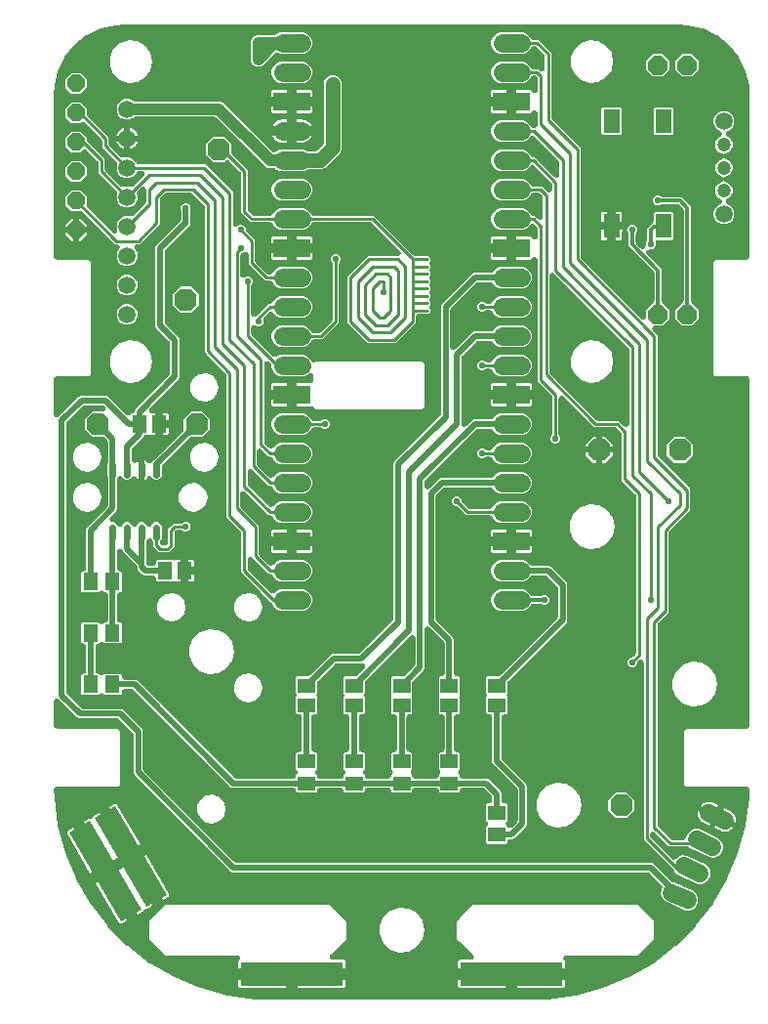
<source format=gbr>
G04 EAGLE Gerber X2 export*
G75*
%MOMM*%
%FSLAX34Y34*%
%LPD*%
%AMOC8*
5,1,8,0,0,1.08239X$1,22.5*%
G01*
%ADD10R,8.890000X2.032000*%
%ADD11R,1.400000X2.100000*%
%ADD12P,1.814519X8X202.500000*%
%ADD13C,1.500000*%
%ADD14C,1.200000*%
%ADD15P,2.089446X8X22.500000*%
%ADD16P,2.089446X8X202.500000*%
%ADD17C,1.524000*%
%ADD18C,1.600000*%
%ADD19R,3.200000X1.600000*%
%ADD20P,1.649562X8X22.500000*%
%ADD21C,0.600000*%
%ADD22R,1.500000X1.300000*%
%ADD23R,1.300000X1.500000*%
%ADD24C,0.550000*%
%ADD25C,1.270000*%
%ADD26C,1.016000*%
%ADD27C,0.508000*%
%ADD28C,0.304800*%
%ADD29C,0.254000*%

G36*
X114332Y-555796D02*
X114332Y-555796D01*
X114383Y-555798D01*
X126480Y-555402D01*
X126539Y-555395D01*
X126728Y-555382D01*
X150715Y-552224D01*
X150725Y-552221D01*
X150735Y-552221D01*
X151041Y-552159D01*
X174411Y-545897D01*
X174420Y-545894D01*
X174430Y-545892D01*
X174725Y-545790D01*
X197077Y-536532D01*
X197086Y-536527D01*
X197096Y-536524D01*
X197375Y-536385D01*
X218328Y-524288D01*
X218336Y-524282D01*
X218345Y-524278D01*
X218604Y-524103D01*
X237798Y-509375D01*
X237806Y-509368D01*
X237814Y-509363D01*
X238048Y-509156D01*
X255156Y-492048D01*
X255162Y-492041D01*
X255170Y-492034D01*
X255375Y-491798D01*
X270103Y-472604D01*
X270109Y-472596D01*
X270115Y-472588D01*
X270288Y-472328D01*
X282385Y-451375D01*
X282389Y-451366D01*
X282394Y-451358D01*
X282532Y-451077D01*
X291790Y-428725D01*
X291793Y-428716D01*
X291798Y-428707D01*
X291897Y-428411D01*
X298159Y-405041D01*
X298160Y-405031D01*
X298164Y-405022D01*
X298224Y-404715D01*
X301382Y-380728D01*
X301384Y-380669D01*
X301402Y-380480D01*
X301617Y-373923D01*
X301612Y-373847D01*
X301617Y-373771D01*
X301600Y-373622D01*
X301591Y-373474D01*
X301574Y-373400D01*
X301565Y-373324D01*
X301522Y-373180D01*
X301487Y-373035D01*
X301457Y-372966D01*
X301435Y-372893D01*
X301367Y-372760D01*
X301307Y-372623D01*
X301265Y-372559D01*
X301230Y-372491D01*
X301140Y-372372D01*
X301057Y-372248D01*
X301004Y-372193D01*
X300958Y-372133D01*
X300848Y-372031D01*
X300745Y-371924D01*
X300683Y-371879D01*
X300627Y-371827D01*
X300501Y-371747D01*
X300380Y-371660D01*
X300312Y-371627D01*
X300247Y-371586D01*
X300109Y-371529D01*
X299975Y-371464D01*
X299901Y-371444D01*
X299831Y-371415D01*
X299685Y-371383D01*
X299541Y-371343D01*
X299465Y-371336D01*
X299391Y-371320D01*
X299118Y-371303D01*
X299093Y-371301D01*
X299087Y-371301D01*
X299079Y-371301D01*
X246407Y-371301D01*
X244649Y-369543D01*
X244649Y-322607D01*
X246407Y-320849D01*
X299260Y-320849D01*
X299295Y-320846D01*
X299329Y-320848D01*
X299518Y-320826D01*
X299709Y-320809D01*
X299742Y-320800D01*
X299776Y-320796D01*
X299959Y-320741D01*
X300143Y-320691D01*
X300174Y-320676D01*
X300207Y-320666D01*
X300378Y-320579D01*
X300550Y-320497D01*
X300578Y-320477D01*
X300609Y-320462D01*
X300761Y-320346D01*
X300916Y-320235D01*
X300940Y-320210D01*
X300967Y-320190D01*
X301096Y-320050D01*
X301230Y-319913D01*
X301249Y-319884D01*
X301273Y-319858D01*
X301375Y-319697D01*
X301482Y-319540D01*
X301496Y-319508D01*
X301514Y-319479D01*
X301587Y-319302D01*
X301664Y-319128D01*
X301672Y-319094D01*
X301685Y-319062D01*
X301725Y-318875D01*
X301771Y-318690D01*
X301773Y-318656D01*
X301780Y-318622D01*
X301799Y-318310D01*
X301799Y-18240D01*
X301796Y-18205D01*
X301798Y-18171D01*
X301776Y-17982D01*
X301759Y-17791D01*
X301750Y-17758D01*
X301746Y-17724D01*
X301691Y-17541D01*
X301641Y-17357D01*
X301626Y-17326D01*
X301616Y-17293D01*
X301529Y-17122D01*
X301447Y-16950D01*
X301427Y-16922D01*
X301412Y-16891D01*
X301296Y-16739D01*
X301185Y-16584D01*
X301160Y-16560D01*
X301140Y-16533D01*
X301000Y-16404D01*
X300863Y-16270D01*
X300834Y-16251D01*
X300808Y-16227D01*
X300647Y-16125D01*
X300490Y-16018D01*
X300458Y-16004D01*
X300429Y-15986D01*
X300252Y-15913D01*
X300078Y-15836D01*
X300044Y-15828D01*
X300012Y-15815D01*
X299825Y-15775D01*
X299640Y-15729D01*
X299606Y-15727D01*
X299572Y-15720D01*
X299260Y-15701D01*
X271807Y-15701D01*
X270049Y-13943D01*
X270049Y83793D01*
X271807Y85551D01*
X299260Y85551D01*
X299295Y85554D01*
X299329Y85552D01*
X299518Y85574D01*
X299709Y85591D01*
X299742Y85600D01*
X299776Y85604D01*
X299959Y85659D01*
X300143Y85709D01*
X300174Y85724D01*
X300207Y85734D01*
X300378Y85821D01*
X300550Y85903D01*
X300578Y85923D01*
X300609Y85938D01*
X300761Y86054D01*
X300916Y86165D01*
X300940Y86190D01*
X300967Y86210D01*
X301096Y86350D01*
X301230Y86487D01*
X301249Y86516D01*
X301273Y86542D01*
X301375Y86703D01*
X301482Y86860D01*
X301496Y86892D01*
X301514Y86921D01*
X301587Y87098D01*
X301664Y87272D01*
X301672Y87306D01*
X301685Y87338D01*
X301725Y87525D01*
X301771Y87710D01*
X301773Y87744D01*
X301780Y87778D01*
X301799Y88090D01*
X301799Y228600D01*
X301795Y228651D01*
X301795Y228742D01*
X301431Y235232D01*
X301423Y235289D01*
X301422Y235346D01*
X301371Y235654D01*
X298483Y248308D01*
X298443Y248430D01*
X298413Y248555D01*
X298363Y248678D01*
X298344Y248736D01*
X298324Y248775D01*
X298295Y248845D01*
X292664Y260538D01*
X292598Y260649D01*
X292541Y260764D01*
X292465Y260872D01*
X292433Y260925D01*
X292405Y260958D01*
X292361Y261020D01*
X284269Y271167D01*
X284180Y271260D01*
X284099Y271360D01*
X284001Y271448D01*
X283958Y271493D01*
X283923Y271519D01*
X283867Y271569D01*
X273720Y279661D01*
X273612Y279732D01*
X273511Y279811D01*
X273395Y279876D01*
X273344Y279910D01*
X273304Y279927D01*
X273238Y279964D01*
X261545Y285595D01*
X261424Y285641D01*
X261308Y285695D01*
X261181Y285732D01*
X261123Y285754D01*
X261080Y285762D01*
X261008Y285783D01*
X248354Y288671D01*
X248297Y288679D01*
X248242Y288694D01*
X247932Y288731D01*
X241442Y289095D01*
X241392Y289094D01*
X241300Y289099D01*
X-241300Y289099D01*
X-241351Y289095D01*
X-241442Y289095D01*
X-247932Y288731D01*
X-247989Y288723D01*
X-248046Y288722D01*
X-248354Y288671D01*
X-261008Y285783D01*
X-261130Y285743D01*
X-261255Y285713D01*
X-261378Y285663D01*
X-261436Y285644D01*
X-261475Y285624D01*
X-261545Y285595D01*
X-273238Y279964D01*
X-273349Y279898D01*
X-273464Y279841D01*
X-273572Y279765D01*
X-273625Y279733D01*
X-273658Y279705D01*
X-273720Y279661D01*
X-283867Y271569D01*
X-283960Y271480D01*
X-284060Y271399D01*
X-284148Y271301D01*
X-284193Y271258D01*
X-284219Y271223D01*
X-284269Y271167D01*
X-292361Y261020D01*
X-292432Y260912D01*
X-292511Y260811D01*
X-292576Y260695D01*
X-292610Y260644D01*
X-292627Y260604D01*
X-292664Y260538D01*
X-298295Y248845D01*
X-298341Y248724D01*
X-298395Y248608D01*
X-298432Y248481D01*
X-298454Y248423D01*
X-298462Y248380D01*
X-298483Y248308D01*
X-301371Y235654D01*
X-301379Y235597D01*
X-301394Y235542D01*
X-301431Y235232D01*
X-301795Y228742D01*
X-301794Y228692D01*
X-301799Y228600D01*
X-301799Y88090D01*
X-301796Y88055D01*
X-301798Y88021D01*
X-301776Y87832D01*
X-301759Y87641D01*
X-301750Y87608D01*
X-301746Y87574D01*
X-301691Y87391D01*
X-301641Y87207D01*
X-301626Y87176D01*
X-301616Y87143D01*
X-301529Y86972D01*
X-301447Y86800D01*
X-301427Y86772D01*
X-301412Y86741D01*
X-301296Y86589D01*
X-301185Y86434D01*
X-301160Y86410D01*
X-301140Y86383D01*
X-301000Y86254D01*
X-300863Y86120D01*
X-300834Y86101D01*
X-300808Y86077D01*
X-300647Y85975D01*
X-300490Y85868D01*
X-300458Y85854D01*
X-300429Y85836D01*
X-300252Y85763D01*
X-300078Y85686D01*
X-300044Y85678D01*
X-300012Y85665D01*
X-299825Y85625D01*
X-299640Y85579D01*
X-299606Y85577D01*
X-299572Y85570D01*
X-299260Y85551D01*
X-271807Y85551D01*
X-270049Y83793D01*
X-270049Y-13943D01*
X-271807Y-15701D01*
X-299260Y-15701D01*
X-299295Y-15704D01*
X-299329Y-15702D01*
X-299518Y-15724D01*
X-299709Y-15741D01*
X-299742Y-15750D01*
X-299776Y-15754D01*
X-299959Y-15809D01*
X-300143Y-15859D01*
X-300174Y-15874D01*
X-300207Y-15884D01*
X-300378Y-15971D01*
X-300550Y-16053D01*
X-300578Y-16073D01*
X-300609Y-16088D01*
X-300761Y-16204D01*
X-300916Y-16315D01*
X-300940Y-16340D01*
X-300967Y-16360D01*
X-301096Y-16500D01*
X-301230Y-16637D01*
X-301249Y-16666D01*
X-301273Y-16692D01*
X-301375Y-16853D01*
X-301482Y-17010D01*
X-301496Y-17042D01*
X-301514Y-17071D01*
X-301587Y-17248D01*
X-301664Y-17422D01*
X-301672Y-17456D01*
X-301685Y-17488D01*
X-301725Y-17675D01*
X-301771Y-17860D01*
X-301773Y-17894D01*
X-301780Y-17928D01*
X-301799Y-18240D01*
X-301799Y-48621D01*
X-301788Y-48750D01*
X-301786Y-48880D01*
X-301768Y-48974D01*
X-301759Y-49069D01*
X-301725Y-49195D01*
X-301700Y-49322D01*
X-301666Y-49411D01*
X-301641Y-49503D01*
X-301585Y-49621D01*
X-301538Y-49742D01*
X-301488Y-49824D01*
X-301447Y-49910D01*
X-301372Y-50016D01*
X-301304Y-50127D01*
X-301241Y-50198D01*
X-301185Y-50276D01*
X-301092Y-50367D01*
X-301006Y-50464D01*
X-300931Y-50523D01*
X-300863Y-50590D01*
X-300755Y-50663D01*
X-300653Y-50744D01*
X-300569Y-50789D01*
X-300490Y-50842D01*
X-300371Y-50895D01*
X-300256Y-50956D01*
X-300165Y-50986D01*
X-300078Y-51025D01*
X-299951Y-51055D01*
X-299828Y-51096D01*
X-299733Y-51109D01*
X-299640Y-51131D01*
X-299511Y-51139D01*
X-299382Y-51157D01*
X-299286Y-51153D01*
X-299191Y-51159D01*
X-299062Y-51144D01*
X-298932Y-51139D01*
X-298839Y-51118D01*
X-298744Y-51107D01*
X-298619Y-51069D01*
X-298492Y-51041D01*
X-298404Y-51004D01*
X-298313Y-50977D01*
X-298197Y-50918D01*
X-298077Y-50867D01*
X-297996Y-50815D01*
X-297911Y-50772D01*
X-297808Y-50694D01*
X-297699Y-50623D01*
X-297601Y-50537D01*
X-297553Y-50500D01*
X-297522Y-50467D01*
X-297464Y-50416D01*
X-280115Y-33067D01*
X-278621Y-32448D01*
X-256366Y-32448D01*
X-254873Y-33067D01*
X-253372Y-34567D01*
X-239056Y-48883D01*
X-239029Y-48906D01*
X-239006Y-48932D01*
X-238857Y-49050D01*
X-238710Y-49172D01*
X-238680Y-49190D01*
X-238653Y-49211D01*
X-238485Y-49301D01*
X-238319Y-49396D01*
X-238287Y-49407D01*
X-238256Y-49424D01*
X-238075Y-49483D01*
X-237895Y-49546D01*
X-237861Y-49552D01*
X-237828Y-49563D01*
X-237639Y-49589D01*
X-237451Y-49620D01*
X-237416Y-49620D01*
X-237382Y-49624D01*
X-237191Y-49616D01*
X-237001Y-49614D01*
X-236967Y-49607D01*
X-236932Y-49606D01*
X-236746Y-49565D01*
X-236559Y-49528D01*
X-236526Y-49516D01*
X-236492Y-49508D01*
X-236317Y-49435D01*
X-236139Y-49366D01*
X-236109Y-49348D01*
X-236077Y-49335D01*
X-235917Y-49231D01*
X-235754Y-49132D01*
X-235728Y-49109D01*
X-235699Y-49090D01*
X-235465Y-48883D01*
X-234707Y-48125D01*
X-234179Y-48125D01*
X-234144Y-48122D01*
X-234110Y-48124D01*
X-233921Y-48102D01*
X-233730Y-48085D01*
X-233697Y-48076D01*
X-233663Y-48072D01*
X-233480Y-48017D01*
X-233296Y-47967D01*
X-233265Y-47952D01*
X-233232Y-47942D01*
X-233061Y-47855D01*
X-232889Y-47773D01*
X-232861Y-47753D01*
X-232830Y-47738D01*
X-232678Y-47622D01*
X-232523Y-47511D01*
X-232499Y-47486D01*
X-232472Y-47466D01*
X-232343Y-47326D01*
X-232209Y-47189D01*
X-232190Y-47160D01*
X-232166Y-47134D01*
X-232064Y-46973D01*
X-231957Y-46816D01*
X-231943Y-46784D01*
X-231925Y-46755D01*
X-231852Y-46578D01*
X-231775Y-46404D01*
X-231767Y-46370D01*
X-231754Y-46338D01*
X-231714Y-46151D01*
X-231668Y-45966D01*
X-231666Y-45932D01*
X-231659Y-45898D01*
X-231655Y-45827D01*
X-231021Y-44298D01*
X-201658Y-14935D01*
X-201553Y-14809D01*
X-201441Y-14688D01*
X-201409Y-14637D01*
X-201370Y-14590D01*
X-201288Y-14447D01*
X-201200Y-14308D01*
X-201176Y-14252D01*
X-201146Y-14199D01*
X-201091Y-14044D01*
X-201029Y-13892D01*
X-201016Y-13832D01*
X-200995Y-13774D01*
X-200969Y-13612D01*
X-200934Y-13451D01*
X-200929Y-13375D01*
X-200922Y-13330D01*
X-200923Y-13269D01*
X-200915Y-13140D01*
X-200915Y13140D01*
X-200929Y13303D01*
X-200936Y13468D01*
X-200949Y13527D01*
X-200955Y13588D01*
X-200998Y13747D01*
X-201034Y13907D01*
X-201057Y13964D01*
X-201073Y14022D01*
X-201144Y14171D01*
X-201207Y14323D01*
X-201240Y14374D01*
X-201267Y14429D01*
X-201362Y14563D01*
X-201452Y14701D01*
X-201503Y14759D01*
X-201529Y14795D01*
X-201572Y14838D01*
X-201658Y14935D01*
X-212996Y26273D01*
X-213615Y27766D01*
X-213615Y96059D01*
X-212996Y97552D01*
X-192133Y118415D01*
X-192028Y118541D01*
X-191916Y118662D01*
X-191884Y118713D01*
X-191845Y118760D01*
X-191763Y118903D01*
X-191675Y119042D01*
X-191651Y119098D01*
X-191621Y119151D01*
X-191566Y119306D01*
X-191504Y119458D01*
X-191491Y119518D01*
X-191470Y119576D01*
X-191444Y119738D01*
X-191409Y119899D01*
X-191404Y119975D01*
X-191397Y120020D01*
X-191398Y120081D01*
X-191390Y120210D01*
X-191390Y128313D01*
X-191400Y128429D01*
X-191400Y128546D01*
X-191420Y128653D01*
X-191430Y128761D01*
X-191460Y128874D01*
X-191481Y128989D01*
X-191532Y129135D01*
X-191548Y129196D01*
X-191564Y129228D01*
X-191583Y129284D01*
X-191600Y129325D01*
X-191600Y131025D01*
X-190949Y132596D01*
X-189746Y133799D01*
X-188175Y134450D01*
X-186475Y134450D01*
X-184904Y133799D01*
X-183701Y132596D01*
X-183050Y131025D01*
X-183050Y129325D01*
X-183067Y129284D01*
X-183102Y129173D01*
X-183146Y129065D01*
X-183169Y128959D01*
X-183202Y128855D01*
X-183216Y128739D01*
X-183241Y128625D01*
X-183251Y128471D01*
X-183258Y128408D01*
X-183257Y128372D01*
X-183260Y128313D01*
X-183260Y119337D01*
X-183250Y119221D01*
X-183250Y119104D01*
X-183230Y118997D01*
X-183220Y118889D01*
X-183190Y118776D01*
X-183169Y118661D01*
X-183118Y118515D01*
X-183102Y118454D01*
X-183086Y118422D01*
X-183067Y118366D01*
X-183050Y118325D01*
X-183050Y116625D01*
X-183701Y115054D01*
X-184904Y113851D01*
X-184944Y113834D01*
X-185047Y113780D01*
X-185155Y113735D01*
X-185247Y113676D01*
X-185343Y113626D01*
X-185435Y113554D01*
X-185534Y113491D01*
X-185649Y113389D01*
X-185699Y113350D01*
X-185723Y113323D01*
X-185768Y113284D01*
X-204742Y94310D01*
X-204847Y94184D01*
X-204959Y94063D01*
X-204991Y94012D01*
X-205030Y93965D01*
X-205112Y93822D01*
X-205200Y93683D01*
X-205224Y93627D01*
X-205254Y93574D01*
X-205309Y93419D01*
X-205371Y93267D01*
X-205384Y93207D01*
X-205405Y93149D01*
X-205431Y92987D01*
X-205466Y92826D01*
X-205471Y92750D01*
X-205478Y92705D01*
X-205477Y92644D01*
X-205485Y92515D01*
X-205485Y31310D01*
X-205471Y31147D01*
X-205464Y30982D01*
X-205451Y30923D01*
X-205445Y30862D01*
X-205402Y30703D01*
X-205366Y30543D01*
X-205343Y30486D01*
X-205327Y30428D01*
X-205256Y30279D01*
X-205193Y30127D01*
X-205160Y30076D01*
X-205133Y30021D01*
X-205038Y29887D01*
X-204948Y29749D01*
X-204897Y29691D01*
X-204871Y29655D01*
X-204828Y29612D01*
X-204742Y29515D01*
X-193404Y18177D01*
X-192785Y16684D01*
X-192785Y-16684D01*
X-193404Y-18177D01*
X-218541Y-43314D01*
X-218625Y-43414D01*
X-218715Y-43507D01*
X-218769Y-43587D01*
X-218830Y-43660D01*
X-218895Y-43773D01*
X-218967Y-43880D01*
X-219006Y-43968D01*
X-219053Y-44051D01*
X-219097Y-44173D01*
X-219150Y-44292D01*
X-219172Y-44385D01*
X-219204Y-44475D01*
X-219225Y-44604D01*
X-219256Y-44730D01*
X-219262Y-44825D01*
X-219278Y-44919D01*
X-219276Y-45050D01*
X-219284Y-45179D01*
X-219273Y-45274D01*
X-219272Y-45370D01*
X-219247Y-45497D01*
X-219232Y-45626D01*
X-219204Y-45718D01*
X-219186Y-45812D01*
X-219139Y-45933D01*
X-219102Y-46057D01*
X-219058Y-46142D01*
X-219024Y-46232D01*
X-218956Y-46343D01*
X-218897Y-46459D01*
X-218840Y-46535D01*
X-218790Y-46616D01*
X-218704Y-46714D01*
X-218625Y-46817D01*
X-218555Y-46882D01*
X-218492Y-46954D01*
X-218390Y-47034D01*
X-218294Y-47123D01*
X-218213Y-47174D01*
X-218139Y-47233D01*
X-218024Y-47294D01*
X-217914Y-47364D01*
X-217826Y-47401D01*
X-217742Y-47446D01*
X-217618Y-47486D01*
X-217498Y-47535D01*
X-217404Y-47555D01*
X-217313Y-47585D01*
X-217185Y-47603D01*
X-217058Y-47630D01*
X-216928Y-47638D01*
X-216867Y-47646D01*
X-216823Y-47645D01*
X-216746Y-47649D01*
X-213824Y-47649D01*
X-213824Y-56440D01*
X-213821Y-56474D01*
X-213823Y-56509D01*
X-213801Y-56698D01*
X-213784Y-56888D01*
X-213775Y-56922D01*
X-213771Y-56956D01*
X-213717Y-57137D01*
X-213750Y-57295D01*
X-213796Y-57480D01*
X-213798Y-57514D01*
X-213805Y-57548D01*
X-213824Y-57860D01*
X-213824Y-66651D01*
X-217338Y-66651D01*
X-217847Y-66514D01*
X-218021Y-66414D01*
X-218160Y-66350D01*
X-218295Y-66277D01*
X-218364Y-66255D01*
X-218429Y-66224D01*
X-218577Y-66185D01*
X-218723Y-66138D01*
X-218795Y-66128D01*
X-218865Y-66110D01*
X-219018Y-66098D01*
X-219169Y-66077D01*
X-219242Y-66080D01*
X-219314Y-66074D01*
X-219466Y-66089D01*
X-219619Y-66095D01*
X-219690Y-66111D01*
X-219762Y-66118D01*
X-219909Y-66160D01*
X-219978Y-66175D01*
X-221696Y-66175D01*
X-221908Y-66194D01*
X-222119Y-66210D01*
X-222131Y-66213D01*
X-222145Y-66215D01*
X-222349Y-66271D01*
X-222554Y-66324D01*
X-222566Y-66330D01*
X-222579Y-66333D01*
X-222769Y-66424D01*
X-222963Y-66513D01*
X-222974Y-66521D01*
X-222986Y-66527D01*
X-223158Y-66650D01*
X-223332Y-66772D01*
X-223341Y-66781D01*
X-223352Y-66789D01*
X-223500Y-66941D01*
X-223649Y-67091D01*
X-223656Y-67102D01*
X-223666Y-67111D01*
X-223785Y-67287D01*
X-223905Y-67461D01*
X-223912Y-67476D01*
X-223918Y-67484D01*
X-223934Y-67520D01*
X-224042Y-67742D01*
X-224129Y-67952D01*
X-233317Y-77140D01*
X-233422Y-77266D01*
X-233534Y-77387D01*
X-233566Y-77438D01*
X-233605Y-77485D01*
X-233687Y-77628D01*
X-233775Y-77767D01*
X-233799Y-77823D01*
X-233829Y-77876D01*
X-233884Y-78031D01*
X-233946Y-78183D01*
X-233959Y-78243D01*
X-233980Y-78301D01*
X-234006Y-78463D01*
X-234041Y-78624D01*
X-234046Y-78700D01*
X-234053Y-78745D01*
X-234052Y-78806D01*
X-234060Y-78935D01*
X-234060Y-88127D01*
X-234047Y-88280D01*
X-234042Y-88434D01*
X-234027Y-88504D01*
X-234020Y-88575D01*
X-233980Y-88724D01*
X-233948Y-88874D01*
X-233921Y-88940D01*
X-233902Y-89010D01*
X-233836Y-89148D01*
X-233778Y-89291D01*
X-233739Y-89352D01*
X-233708Y-89416D01*
X-233619Y-89541D01*
X-233536Y-89671D01*
X-233488Y-89724D01*
X-233446Y-89782D01*
X-233336Y-89890D01*
X-233232Y-90003D01*
X-233175Y-90046D01*
X-233124Y-90096D01*
X-232996Y-90183D01*
X-232874Y-90276D01*
X-232810Y-90308D01*
X-232751Y-90348D01*
X-232610Y-90411D01*
X-232473Y-90481D01*
X-232404Y-90502D01*
X-232339Y-90531D01*
X-232189Y-90567D01*
X-232042Y-90612D01*
X-231971Y-90620D01*
X-231901Y-90637D01*
X-231748Y-90647D01*
X-231595Y-90665D01*
X-231523Y-90661D01*
X-231452Y-90665D01*
X-231299Y-90647D01*
X-231146Y-90638D01*
X-231076Y-90621D01*
X-231005Y-90613D01*
X-230857Y-90568D01*
X-230708Y-90532D01*
X-230642Y-90503D01*
X-230574Y-90483D01*
X-230437Y-90413D01*
X-230296Y-90351D01*
X-230236Y-90311D01*
X-230172Y-90278D01*
X-230050Y-90185D01*
X-229922Y-90099D01*
X-229871Y-90050D01*
X-229814Y-90006D01*
X-229709Y-89893D01*
X-229599Y-89786D01*
X-229543Y-89713D01*
X-229509Y-89675D01*
X-229478Y-89627D01*
X-229410Y-89537D01*
X-229309Y-89387D01*
X-228613Y-88691D01*
X-227964Y-88257D01*
X-227964Y-96825D01*
X-227964Y-105393D01*
X-228613Y-104959D01*
X-229309Y-104263D01*
X-229904Y-103373D01*
X-229971Y-103290D01*
X-230029Y-103202D01*
X-230111Y-103115D01*
X-230186Y-103022D01*
X-230266Y-102953D01*
X-230340Y-102876D01*
X-230436Y-102805D01*
X-230526Y-102727D01*
X-230617Y-102673D01*
X-230703Y-102610D01*
X-230810Y-102557D01*
X-230913Y-102496D01*
X-231012Y-102459D01*
X-231108Y-102412D01*
X-231222Y-102380D01*
X-231334Y-102337D01*
X-231439Y-102318D01*
X-231541Y-102289D01*
X-231660Y-102277D01*
X-231777Y-102256D01*
X-231883Y-102255D01*
X-231989Y-102245D01*
X-232108Y-102254D01*
X-232227Y-102253D01*
X-232332Y-102271D01*
X-232438Y-102280D01*
X-232553Y-102310D01*
X-232671Y-102331D01*
X-232770Y-102367D01*
X-232873Y-102394D01*
X-232982Y-102444D01*
X-233094Y-102485D01*
X-233186Y-102538D01*
X-233282Y-102583D01*
X-233380Y-102652D01*
X-233483Y-102712D01*
X-233564Y-102780D01*
X-233651Y-102841D01*
X-233735Y-102926D01*
X-233826Y-103003D01*
X-233893Y-103085D01*
X-233968Y-103161D01*
X-234036Y-103259D01*
X-234112Y-103351D01*
X-234164Y-103444D01*
X-234224Y-103531D01*
X-234264Y-103613D01*
X-235562Y-104911D01*
X-237225Y-105600D01*
X-239025Y-105600D01*
X-240688Y-104911D01*
X-241999Y-103600D01*
X-242034Y-103527D01*
X-242061Y-103489D01*
X-242083Y-103446D01*
X-242192Y-103306D01*
X-242296Y-103161D01*
X-242330Y-103128D01*
X-242359Y-103090D01*
X-242491Y-102971D01*
X-242618Y-102847D01*
X-242658Y-102820D01*
X-242693Y-102789D01*
X-242844Y-102695D01*
X-242991Y-102595D01*
X-243035Y-102576D01*
X-243076Y-102551D01*
X-243241Y-102485D01*
X-243403Y-102413D01*
X-243450Y-102402D01*
X-243494Y-102384D01*
X-243668Y-102348D01*
X-243841Y-102306D01*
X-243888Y-102303D01*
X-243935Y-102294D01*
X-244113Y-102290D01*
X-244290Y-102279D01*
X-244338Y-102284D01*
X-244385Y-102283D01*
X-244561Y-102310D01*
X-244737Y-102331D01*
X-244783Y-102345D01*
X-244830Y-102352D01*
X-244998Y-102409D01*
X-245168Y-102461D01*
X-245211Y-102483D01*
X-245256Y-102498D01*
X-245411Y-102585D01*
X-245570Y-102665D01*
X-245608Y-102694D01*
X-245649Y-102717D01*
X-245787Y-102830D01*
X-245928Y-102937D01*
X-245961Y-102972D01*
X-245998Y-103003D01*
X-246113Y-103138D01*
X-246234Y-103268D01*
X-246259Y-103309D01*
X-246290Y-103345D01*
X-246380Y-103498D01*
X-246475Y-103648D01*
X-246494Y-103693D01*
X-246518Y-103734D01*
X-246579Y-103900D01*
X-246646Y-104065D01*
X-246656Y-104112D01*
X-246673Y-104156D01*
X-246704Y-104331D01*
X-246741Y-104505D01*
X-246745Y-104564D01*
X-246751Y-104600D01*
X-246751Y-104663D01*
X-246760Y-104817D01*
X-246760Y-130984D01*
X-247379Y-132477D01*
X-252617Y-137715D01*
X-252701Y-137815D01*
X-252791Y-137908D01*
X-252845Y-137988D01*
X-252906Y-138061D01*
X-252970Y-138174D01*
X-253043Y-138281D01*
X-253082Y-138369D01*
X-253129Y-138452D01*
X-253173Y-138574D01*
X-253226Y-138693D01*
X-253248Y-138786D01*
X-253280Y-138876D01*
X-253301Y-139004D01*
X-253332Y-139131D01*
X-253338Y-139226D01*
X-253354Y-139320D01*
X-253352Y-139450D01*
X-253360Y-139580D01*
X-253349Y-139675D01*
X-253348Y-139771D01*
X-253323Y-139898D01*
X-253308Y-140027D01*
X-253280Y-140119D01*
X-253262Y-140213D01*
X-253215Y-140334D01*
X-253178Y-140458D01*
X-253134Y-140543D01*
X-253100Y-140633D01*
X-253032Y-140744D01*
X-252973Y-140860D01*
X-252916Y-140936D01*
X-252866Y-141017D01*
X-252780Y-141115D01*
X-252701Y-141218D01*
X-252631Y-141283D01*
X-252568Y-141355D01*
X-252466Y-141435D01*
X-252370Y-141524D01*
X-252289Y-141575D01*
X-252215Y-141634D01*
X-252100Y-141695D01*
X-251990Y-141765D01*
X-251902Y-141802D01*
X-251818Y-141847D01*
X-251694Y-141887D01*
X-251574Y-141936D01*
X-251480Y-141956D01*
X-251389Y-141986D01*
X-251261Y-142004D01*
X-251134Y-142031D01*
X-251004Y-142039D01*
X-250943Y-142047D01*
X-250899Y-142046D01*
X-250822Y-142050D01*
X-249925Y-142050D01*
X-248262Y-142739D01*
X-246989Y-144012D01*
X-246821Y-144418D01*
X-246761Y-144533D01*
X-246709Y-144653D01*
X-246657Y-144732D01*
X-246612Y-144817D01*
X-246533Y-144920D01*
X-246461Y-145028D01*
X-246395Y-145098D01*
X-246337Y-145173D01*
X-246240Y-145260D01*
X-246150Y-145354D01*
X-246073Y-145411D01*
X-246002Y-145475D01*
X-245892Y-145543D01*
X-245787Y-145620D01*
X-245701Y-145662D01*
X-245620Y-145713D01*
X-245499Y-145761D01*
X-245383Y-145818D01*
X-245291Y-145844D01*
X-245202Y-145879D01*
X-245074Y-145905D01*
X-244949Y-145941D01*
X-244854Y-145950D01*
X-244761Y-145969D01*
X-244631Y-145972D01*
X-244501Y-145985D01*
X-244406Y-145978D01*
X-244311Y-145980D01*
X-244182Y-145960D01*
X-244052Y-145950D01*
X-243960Y-145926D01*
X-243866Y-145911D01*
X-243743Y-145869D01*
X-243617Y-145836D01*
X-243530Y-145796D01*
X-243440Y-145765D01*
X-243326Y-145701D01*
X-243208Y-145647D01*
X-243130Y-145592D01*
X-243047Y-145546D01*
X-242946Y-145463D01*
X-242839Y-145389D01*
X-242772Y-145321D01*
X-242698Y-145260D01*
X-242614Y-145161D01*
X-242522Y-145069D01*
X-242468Y-144991D01*
X-242406Y-144918D01*
X-242340Y-144806D01*
X-242266Y-144699D01*
X-242209Y-144582D01*
X-242178Y-144529D01*
X-242163Y-144487D01*
X-242129Y-144418D01*
X-241961Y-144012D01*
X-240688Y-142739D01*
X-239025Y-142050D01*
X-237225Y-142050D01*
X-235562Y-142739D01*
X-234289Y-144012D01*
X-234121Y-144418D01*
X-234061Y-144533D01*
X-234009Y-144653D01*
X-233957Y-144732D01*
X-233912Y-144817D01*
X-233833Y-144920D01*
X-233761Y-145028D01*
X-233695Y-145098D01*
X-233637Y-145173D01*
X-233540Y-145260D01*
X-233450Y-145354D01*
X-233373Y-145411D01*
X-233302Y-145475D01*
X-233192Y-145543D01*
X-233087Y-145620D01*
X-233001Y-145662D01*
X-232920Y-145713D01*
X-232799Y-145761D01*
X-232683Y-145818D01*
X-232591Y-145844D01*
X-232502Y-145879D01*
X-232374Y-145905D01*
X-232249Y-145941D01*
X-232154Y-145950D01*
X-232061Y-145969D01*
X-231931Y-145972D01*
X-231801Y-145985D01*
X-231706Y-145978D01*
X-231611Y-145980D01*
X-231482Y-145960D01*
X-231352Y-145950D01*
X-231260Y-145926D01*
X-231166Y-145911D01*
X-231043Y-145869D01*
X-230917Y-145836D01*
X-230830Y-145796D01*
X-230740Y-145765D01*
X-230626Y-145701D01*
X-230508Y-145647D01*
X-230430Y-145592D01*
X-230347Y-145546D01*
X-230246Y-145463D01*
X-230139Y-145389D01*
X-230072Y-145321D01*
X-229998Y-145260D01*
X-229914Y-145161D01*
X-229822Y-145069D01*
X-229768Y-144991D01*
X-229706Y-144918D01*
X-229640Y-144806D01*
X-229566Y-144699D01*
X-229509Y-144582D01*
X-229478Y-144529D01*
X-229463Y-144487D01*
X-229429Y-144418D01*
X-229261Y-144012D01*
X-227988Y-142739D01*
X-226325Y-142050D01*
X-224525Y-142050D01*
X-222862Y-142739D01*
X-221589Y-144012D01*
X-221421Y-144418D01*
X-221361Y-144533D01*
X-221309Y-144653D01*
X-221257Y-144732D01*
X-221212Y-144817D01*
X-221133Y-144920D01*
X-221061Y-145028D01*
X-220995Y-145098D01*
X-220937Y-145173D01*
X-220840Y-145260D01*
X-220750Y-145354D01*
X-220673Y-145411D01*
X-220602Y-145475D01*
X-220492Y-145543D01*
X-220387Y-145620D01*
X-220301Y-145662D01*
X-220220Y-145713D01*
X-220099Y-145761D01*
X-219983Y-145818D01*
X-219891Y-145844D01*
X-219802Y-145879D01*
X-219674Y-145905D01*
X-219549Y-145941D01*
X-219454Y-145950D01*
X-219361Y-145969D01*
X-219231Y-145972D01*
X-219101Y-145985D01*
X-219006Y-145978D01*
X-218911Y-145980D01*
X-218782Y-145960D01*
X-218652Y-145950D01*
X-218560Y-145926D01*
X-218466Y-145911D01*
X-218343Y-145869D01*
X-218217Y-145836D01*
X-218130Y-145796D01*
X-218040Y-145765D01*
X-217926Y-145701D01*
X-217808Y-145647D01*
X-217730Y-145592D01*
X-217647Y-145546D01*
X-217546Y-145463D01*
X-217439Y-145389D01*
X-217372Y-145321D01*
X-217298Y-145260D01*
X-217214Y-145161D01*
X-217122Y-145069D01*
X-217068Y-144991D01*
X-217006Y-144918D01*
X-216940Y-144806D01*
X-216866Y-144699D01*
X-216809Y-144582D01*
X-216778Y-144529D01*
X-216763Y-144487D01*
X-216729Y-144418D01*
X-216561Y-144012D01*
X-215288Y-142739D01*
X-213625Y-142050D01*
X-211825Y-142050D01*
X-210162Y-142739D01*
X-208889Y-144012D01*
X-208200Y-145675D01*
X-208200Y-155975D01*
X-208889Y-157638D01*
X-209179Y-157928D01*
X-209201Y-157955D01*
X-209228Y-157978D01*
X-209292Y-158059D01*
X-209306Y-158074D01*
X-209321Y-158096D01*
X-209346Y-158127D01*
X-209468Y-158273D01*
X-209485Y-158304D01*
X-209507Y-158331D01*
X-209597Y-158500D01*
X-209691Y-158664D01*
X-209703Y-158697D01*
X-209719Y-158728D01*
X-209778Y-158909D01*
X-209842Y-159088D01*
X-209848Y-159123D01*
X-209858Y-159156D01*
X-209884Y-159344D01*
X-209915Y-159533D01*
X-209915Y-159568D01*
X-209920Y-159602D01*
X-209912Y-159792D01*
X-209909Y-159983D01*
X-209903Y-160017D01*
X-209901Y-160052D01*
X-209860Y-160238D01*
X-209824Y-160425D01*
X-209811Y-160458D01*
X-209803Y-160492D01*
X-209730Y-160667D01*
X-209661Y-160845D01*
X-209643Y-160875D01*
X-209630Y-160907D01*
X-209526Y-161067D01*
X-209428Y-161230D01*
X-209404Y-161256D01*
X-209385Y-161285D01*
X-209227Y-161464D01*
X-209220Y-161473D01*
X-209214Y-161479D01*
X-209178Y-161519D01*
X-209135Y-161562D01*
X-209009Y-161668D01*
X-208889Y-161779D01*
X-208837Y-161811D01*
X-208790Y-161851D01*
X-208647Y-161932D01*
X-208509Y-162020D01*
X-208452Y-162044D01*
X-208399Y-162074D01*
X-208244Y-162129D01*
X-208093Y-162191D01*
X-208033Y-162204D01*
X-207975Y-162225D01*
X-207813Y-162252D01*
X-207652Y-162286D01*
X-207575Y-162291D01*
X-207530Y-162298D01*
X-207470Y-162297D01*
X-207341Y-162305D01*
X-205409Y-162305D01*
X-205246Y-162291D01*
X-205081Y-162284D01*
X-205022Y-162271D01*
X-204961Y-162265D01*
X-204802Y-162222D01*
X-204642Y-162186D01*
X-204585Y-162163D01*
X-204527Y-162147D01*
X-204378Y-162076D01*
X-204226Y-162013D01*
X-204175Y-161980D01*
X-204120Y-161953D01*
X-203986Y-161858D01*
X-203848Y-161768D01*
X-203790Y-161717D01*
X-203754Y-161691D01*
X-203711Y-161648D01*
X-203653Y-161597D01*
X-203652Y-161595D01*
X-203650Y-161594D01*
X-203614Y-161562D01*
X-203563Y-161511D01*
X-203472Y-161401D01*
X-203440Y-161369D01*
X-203431Y-161356D01*
X-203346Y-161264D01*
X-203314Y-161213D01*
X-203275Y-161166D01*
X-203193Y-161023D01*
X-203105Y-160884D01*
X-203081Y-160828D01*
X-203051Y-160775D01*
X-202996Y-160620D01*
X-202934Y-160468D01*
X-202921Y-160408D01*
X-202900Y-160351D01*
X-202874Y-160188D01*
X-202839Y-160027D01*
X-202834Y-159951D01*
X-202827Y-159906D01*
X-202828Y-159845D01*
X-202820Y-159716D01*
X-202820Y-148067D01*
X-200439Y-145687D01*
X-198008Y-143255D01*
X-191627Y-143255D01*
X-191464Y-143241D01*
X-191299Y-143234D01*
X-191240Y-143221D01*
X-191179Y-143215D01*
X-191020Y-143172D01*
X-190860Y-143136D01*
X-190803Y-143113D01*
X-190745Y-143097D01*
X-190596Y-143026D01*
X-190444Y-142963D01*
X-190393Y-142930D01*
X-190338Y-142903D01*
X-190204Y-142808D01*
X-190066Y-142718D01*
X-190008Y-142667D01*
X-189972Y-142641D01*
X-189929Y-142598D01*
X-189832Y-142512D01*
X-189746Y-142426D01*
X-188175Y-141775D01*
X-186475Y-141775D01*
X-184904Y-142426D01*
X-183701Y-143629D01*
X-183050Y-145200D01*
X-183050Y-146900D01*
X-183701Y-148471D01*
X-184904Y-149674D01*
X-186475Y-150325D01*
X-188175Y-150325D01*
X-189746Y-149674D01*
X-189832Y-149588D01*
X-189958Y-149483D01*
X-190079Y-149371D01*
X-190130Y-149339D01*
X-190177Y-149300D01*
X-190320Y-149218D01*
X-190459Y-149130D01*
X-190515Y-149106D01*
X-190568Y-149076D01*
X-190723Y-149021D01*
X-190875Y-148959D01*
X-190935Y-148946D01*
X-190993Y-148925D01*
X-191155Y-148899D01*
X-191316Y-148864D01*
X-191392Y-148859D01*
X-191437Y-148852D01*
X-191498Y-148853D01*
X-191627Y-148845D01*
X-194641Y-148845D01*
X-194804Y-148859D01*
X-194968Y-148866D01*
X-195028Y-148879D01*
X-195089Y-148885D01*
X-195247Y-148928D01*
X-195408Y-148963D01*
X-195464Y-148987D01*
X-195523Y-149003D01*
X-195671Y-149074D01*
X-195823Y-149137D01*
X-195875Y-149170D01*
X-195930Y-149197D01*
X-196063Y-149292D01*
X-196201Y-149381D01*
X-196260Y-149432D01*
X-196296Y-149459D01*
X-196339Y-149502D01*
X-196396Y-149553D01*
X-196398Y-149555D01*
X-196400Y-149556D01*
X-196436Y-149588D01*
X-196486Y-149638D01*
X-196578Y-149748D01*
X-196610Y-149781D01*
X-196619Y-149794D01*
X-196704Y-149886D01*
X-196736Y-149937D01*
X-196775Y-149984D01*
X-196857Y-150127D01*
X-196945Y-150266D01*
X-196968Y-150322D01*
X-196998Y-150374D01*
X-197054Y-150530D01*
X-197116Y-150682D01*
X-197129Y-150742D01*
X-197149Y-150799D01*
X-197176Y-150961D01*
X-197211Y-151122D01*
X-197216Y-151199D01*
X-197223Y-151243D01*
X-197222Y-151304D01*
X-197230Y-151434D01*
X-197230Y-163083D01*
X-202042Y-167895D01*
X-210708Y-167895D01*
X-215520Y-163083D01*
X-215520Y-159731D01*
X-215534Y-159567D01*
X-215541Y-159403D01*
X-215554Y-159343D01*
X-215560Y-159282D01*
X-215603Y-159124D01*
X-215639Y-158963D01*
X-215662Y-158907D01*
X-215678Y-158848D01*
X-215749Y-158700D01*
X-215812Y-158548D01*
X-215845Y-158496D01*
X-215872Y-158441D01*
X-215967Y-158308D01*
X-216057Y-158170D01*
X-216108Y-158112D01*
X-216134Y-158075D01*
X-216177Y-158033D01*
X-216263Y-157935D01*
X-216599Y-157600D01*
X-216634Y-157527D01*
X-216661Y-157489D01*
X-216683Y-157446D01*
X-216792Y-157306D01*
X-216896Y-157161D01*
X-216930Y-157128D01*
X-216959Y-157090D01*
X-217091Y-156971D01*
X-217218Y-156847D01*
X-217258Y-156820D01*
X-217293Y-156789D01*
X-217444Y-156695D01*
X-217591Y-156595D01*
X-217635Y-156576D01*
X-217676Y-156551D01*
X-217841Y-156485D01*
X-218003Y-156413D01*
X-218050Y-156402D01*
X-218094Y-156384D01*
X-218268Y-156348D01*
X-218441Y-156306D01*
X-218488Y-156303D01*
X-218535Y-156294D01*
X-218713Y-156290D01*
X-218890Y-156279D01*
X-218938Y-156284D01*
X-218985Y-156283D01*
X-219161Y-156310D01*
X-219337Y-156331D01*
X-219383Y-156345D01*
X-219430Y-156352D01*
X-219598Y-156409D01*
X-219768Y-156461D01*
X-219811Y-156483D01*
X-219856Y-156498D01*
X-220011Y-156585D01*
X-220170Y-156665D01*
X-220208Y-156694D01*
X-220249Y-156717D01*
X-220387Y-156830D01*
X-220528Y-156937D01*
X-220561Y-156972D01*
X-220598Y-157003D01*
X-220713Y-157138D01*
X-220834Y-157268D01*
X-220859Y-157309D01*
X-220890Y-157345D01*
X-220980Y-157498D01*
X-221075Y-157648D01*
X-221094Y-157693D01*
X-221118Y-157734D01*
X-221179Y-157900D01*
X-221246Y-158065D01*
X-221256Y-158112D01*
X-221273Y-158156D01*
X-221304Y-158331D01*
X-221341Y-158505D01*
X-221345Y-158564D01*
X-221351Y-158600D01*
X-221351Y-158663D01*
X-221360Y-158817D01*
X-221360Y-177546D01*
X-221357Y-177581D01*
X-221359Y-177615D01*
X-221337Y-177804D01*
X-221320Y-177995D01*
X-221311Y-178028D01*
X-221307Y-178062D01*
X-221252Y-178245D01*
X-221202Y-178429D01*
X-221187Y-178460D01*
X-221177Y-178493D01*
X-221090Y-178664D01*
X-221008Y-178836D01*
X-220988Y-178864D01*
X-220973Y-178895D01*
X-220857Y-179047D01*
X-220746Y-179202D01*
X-220721Y-179226D01*
X-220701Y-179253D01*
X-220561Y-179382D01*
X-220424Y-179516D01*
X-220395Y-179535D01*
X-220369Y-179559D01*
X-220208Y-179661D01*
X-220051Y-179768D01*
X-220019Y-179782D01*
X-219990Y-179800D01*
X-219813Y-179873D01*
X-219639Y-179950D01*
X-219605Y-179958D01*
X-219573Y-179971D01*
X-219386Y-180011D01*
X-219201Y-180057D01*
X-219167Y-180059D01*
X-219133Y-180066D01*
X-218821Y-180085D01*
X-215914Y-180085D01*
X-215879Y-180082D01*
X-215845Y-180084D01*
X-215656Y-180062D01*
X-215465Y-180045D01*
X-215432Y-180036D01*
X-215398Y-180032D01*
X-215215Y-179977D01*
X-215031Y-179927D01*
X-215000Y-179912D01*
X-214967Y-179902D01*
X-214796Y-179815D01*
X-214624Y-179733D01*
X-214596Y-179713D01*
X-214565Y-179698D01*
X-214413Y-179582D01*
X-214258Y-179471D01*
X-214234Y-179446D01*
X-214207Y-179426D01*
X-214078Y-179286D01*
X-213944Y-179149D01*
X-213925Y-179120D01*
X-213901Y-179094D01*
X-213799Y-178933D01*
X-213692Y-178776D01*
X-213678Y-178744D01*
X-213660Y-178715D01*
X-213587Y-178538D01*
X-213510Y-178364D01*
X-213502Y-178330D01*
X-213489Y-178298D01*
X-213449Y-178111D01*
X-213403Y-177926D01*
X-213401Y-177892D01*
X-213394Y-177858D01*
X-213375Y-177546D01*
X-213375Y-176018D01*
X-212482Y-175125D01*
X-197758Y-175125D01*
X-197701Y-175145D01*
X-197550Y-175171D01*
X-197400Y-175204D01*
X-197328Y-175207D01*
X-197257Y-175219D01*
X-197103Y-175217D01*
X-196951Y-175224D01*
X-196879Y-175214D01*
X-196807Y-175213D01*
X-196656Y-175184D01*
X-196504Y-175163D01*
X-196436Y-175141D01*
X-196365Y-175127D01*
X-196222Y-175072D01*
X-196076Y-175025D01*
X-195992Y-174984D01*
X-195945Y-174965D01*
X-195896Y-174936D01*
X-195796Y-174886D01*
X-195622Y-174786D01*
X-195113Y-174649D01*
X-191599Y-174649D01*
X-191599Y-183440D01*
X-191596Y-183474D01*
X-191598Y-183509D01*
X-191576Y-183698D01*
X-191559Y-183888D01*
X-191550Y-183922D01*
X-191546Y-183956D01*
X-191492Y-184137D01*
X-191525Y-184295D01*
X-191571Y-184480D01*
X-191573Y-184514D01*
X-191580Y-184548D01*
X-191599Y-184860D01*
X-191599Y-193651D01*
X-195113Y-193651D01*
X-195622Y-193514D01*
X-195796Y-193414D01*
X-195935Y-193350D01*
X-196070Y-193277D01*
X-196139Y-193255D01*
X-196204Y-193224D01*
X-196352Y-193185D01*
X-196498Y-193138D01*
X-196570Y-193128D01*
X-196640Y-193110D01*
X-196793Y-193098D01*
X-196944Y-193077D01*
X-197017Y-193080D01*
X-197089Y-193074D01*
X-197241Y-193089D01*
X-197394Y-193095D01*
X-197465Y-193111D01*
X-197537Y-193118D01*
X-197684Y-193160D01*
X-197753Y-193175D01*
X-212482Y-193175D01*
X-213375Y-192282D01*
X-213375Y-190754D01*
X-213378Y-190719D01*
X-213376Y-190685D01*
X-213398Y-190496D01*
X-213415Y-190305D01*
X-213424Y-190272D01*
X-213428Y-190238D01*
X-213483Y-190055D01*
X-213533Y-189871D01*
X-213548Y-189840D01*
X-213558Y-189807D01*
X-213645Y-189636D01*
X-213727Y-189464D01*
X-213747Y-189436D01*
X-213762Y-189405D01*
X-213878Y-189253D01*
X-213989Y-189098D01*
X-214014Y-189074D01*
X-214034Y-189047D01*
X-214174Y-188918D01*
X-214311Y-188784D01*
X-214340Y-188765D01*
X-214366Y-188741D01*
X-214527Y-188639D01*
X-214684Y-188532D01*
X-214716Y-188518D01*
X-214745Y-188500D01*
X-214922Y-188427D01*
X-215096Y-188350D01*
X-215130Y-188342D01*
X-215162Y-188329D01*
X-215349Y-188289D01*
X-215534Y-188243D01*
X-215568Y-188241D01*
X-215602Y-188234D01*
X-215914Y-188215D01*
X-223059Y-188215D01*
X-224552Y-187596D01*
X-228871Y-183277D01*
X-229490Y-181784D01*
X-229490Y-180535D01*
X-229504Y-180372D01*
X-229511Y-180207D01*
X-229524Y-180148D01*
X-229530Y-180087D01*
X-229573Y-179928D01*
X-229609Y-179768D01*
X-229632Y-179711D01*
X-229648Y-179653D01*
X-229719Y-179504D01*
X-229782Y-179352D01*
X-229815Y-179301D01*
X-229842Y-179246D01*
X-229937Y-179112D01*
X-230027Y-178974D01*
X-230078Y-178916D01*
X-230104Y-178880D01*
X-230147Y-178837D01*
X-230233Y-178740D01*
X-241571Y-167402D01*
X-241900Y-166608D01*
X-241982Y-166450D01*
X-242059Y-166290D01*
X-242086Y-166251D01*
X-242109Y-166209D01*
X-242217Y-166068D01*
X-242321Y-165924D01*
X-242355Y-165891D01*
X-242384Y-165853D01*
X-242516Y-165734D01*
X-242643Y-165610D01*
X-242683Y-165583D01*
X-242719Y-165551D01*
X-242869Y-165457D01*
X-243016Y-165358D01*
X-243060Y-165338D01*
X-243101Y-165313D01*
X-243266Y-165248D01*
X-243428Y-165176D01*
X-243475Y-165164D01*
X-243519Y-165147D01*
X-243693Y-165111D01*
X-243866Y-165069D01*
X-243913Y-165066D01*
X-243960Y-165056D01*
X-244138Y-165052D01*
X-244315Y-165041D01*
X-244363Y-165047D01*
X-244410Y-165046D01*
X-244586Y-165073D01*
X-244762Y-165093D01*
X-244808Y-165107D01*
X-244855Y-165115D01*
X-245023Y-165172D01*
X-245193Y-165224D01*
X-245236Y-165245D01*
X-245281Y-165261D01*
X-245436Y-165347D01*
X-245595Y-165428D01*
X-245633Y-165457D01*
X-245674Y-165480D01*
X-245812Y-165593D01*
X-245953Y-165700D01*
X-245986Y-165735D01*
X-246023Y-165766D01*
X-246138Y-165900D01*
X-246259Y-166031D01*
X-246284Y-166072D01*
X-246315Y-166108D01*
X-246405Y-166261D01*
X-246500Y-166411D01*
X-246519Y-166455D01*
X-246543Y-166496D01*
X-246604Y-166663D01*
X-246671Y-166827D01*
X-246681Y-166874D01*
X-246698Y-166919D01*
X-246729Y-167094D01*
X-246766Y-167268D01*
X-246770Y-167327D01*
X-246776Y-167363D01*
X-246776Y-167426D01*
X-246785Y-167580D01*
X-246785Y-182111D01*
X-246782Y-182146D01*
X-246784Y-182180D01*
X-246762Y-182369D01*
X-246745Y-182560D01*
X-246736Y-182593D01*
X-246732Y-182627D01*
X-246677Y-182810D01*
X-246627Y-182994D01*
X-246612Y-183025D01*
X-246602Y-183058D01*
X-246515Y-183229D01*
X-246433Y-183401D01*
X-246413Y-183429D01*
X-246398Y-183460D01*
X-246282Y-183612D01*
X-246171Y-183767D01*
X-246146Y-183791D01*
X-246126Y-183818D01*
X-245986Y-183947D01*
X-245849Y-184081D01*
X-245820Y-184100D01*
X-245794Y-184124D01*
X-245633Y-184226D01*
X-245476Y-184333D01*
X-245444Y-184347D01*
X-245415Y-184365D01*
X-245238Y-184438D01*
X-245064Y-184515D01*
X-245030Y-184523D01*
X-244998Y-184536D01*
X-244811Y-184576D01*
X-244626Y-184622D01*
X-244592Y-184624D01*
X-244558Y-184631D01*
X-244246Y-184650D01*
X-243718Y-184650D01*
X-242825Y-185543D01*
X-242825Y-201807D01*
X-243718Y-202700D01*
X-244246Y-202700D01*
X-244281Y-202703D01*
X-244315Y-202701D01*
X-244504Y-202723D01*
X-244695Y-202740D01*
X-244728Y-202749D01*
X-244762Y-202753D01*
X-244945Y-202808D01*
X-245129Y-202858D01*
X-245160Y-202873D01*
X-245193Y-202883D01*
X-245364Y-202970D01*
X-245536Y-203052D01*
X-245564Y-203072D01*
X-245595Y-203087D01*
X-245747Y-203203D01*
X-245902Y-203314D01*
X-245926Y-203339D01*
X-245953Y-203359D01*
X-246082Y-203499D01*
X-246216Y-203636D01*
X-246235Y-203665D01*
X-246259Y-203691D01*
X-246361Y-203852D01*
X-246468Y-204009D01*
X-246482Y-204041D01*
X-246500Y-204070D01*
X-246573Y-204247D01*
X-246650Y-204421D01*
X-246658Y-204455D01*
X-246671Y-204487D01*
X-246711Y-204674D01*
X-246757Y-204859D01*
X-246759Y-204893D01*
X-246766Y-204927D01*
X-246785Y-205239D01*
X-246785Y-226561D01*
X-246782Y-226596D01*
X-246784Y-226630D01*
X-246762Y-226819D01*
X-246745Y-227010D01*
X-246736Y-227043D01*
X-246732Y-227077D01*
X-246677Y-227260D01*
X-246627Y-227444D01*
X-246612Y-227475D01*
X-246602Y-227508D01*
X-246515Y-227679D01*
X-246433Y-227851D01*
X-246413Y-227879D01*
X-246398Y-227910D01*
X-246282Y-228062D01*
X-246171Y-228217D01*
X-246146Y-228241D01*
X-246126Y-228268D01*
X-245986Y-228397D01*
X-245849Y-228531D01*
X-245820Y-228550D01*
X-245794Y-228574D01*
X-245633Y-228676D01*
X-245476Y-228783D01*
X-245444Y-228797D01*
X-245415Y-228815D01*
X-245238Y-228888D01*
X-245064Y-228965D01*
X-245030Y-228973D01*
X-244998Y-228986D01*
X-244811Y-229026D01*
X-244626Y-229072D01*
X-244592Y-229074D01*
X-244558Y-229081D01*
X-244246Y-229100D01*
X-243718Y-229100D01*
X-242825Y-229993D01*
X-242825Y-246257D01*
X-243718Y-247150D01*
X-257982Y-247150D01*
X-258554Y-246577D01*
X-258581Y-246555D01*
X-258604Y-246529D01*
X-258753Y-246411D01*
X-258900Y-246288D01*
X-258930Y-246271D01*
X-258957Y-246249D01*
X-259125Y-246159D01*
X-259291Y-246065D01*
X-259323Y-246053D01*
X-259354Y-246037D01*
X-259535Y-245978D01*
X-259715Y-245914D01*
X-259749Y-245908D01*
X-259782Y-245897D01*
X-259971Y-245871D01*
X-260159Y-245840D01*
X-260194Y-245841D01*
X-260228Y-245836D01*
X-260419Y-245844D01*
X-260609Y-245846D01*
X-260644Y-245853D01*
X-260678Y-245854D01*
X-260864Y-245896D01*
X-261052Y-245932D01*
X-261084Y-245944D01*
X-261118Y-245952D01*
X-261294Y-246026D01*
X-261472Y-246094D01*
X-261501Y-246112D01*
X-261533Y-246126D01*
X-261694Y-246229D01*
X-261856Y-246328D01*
X-261882Y-246351D01*
X-261911Y-246370D01*
X-262146Y-246577D01*
X-262718Y-247150D01*
X-263246Y-247150D01*
X-263281Y-247153D01*
X-263315Y-247151D01*
X-263504Y-247173D01*
X-263695Y-247190D01*
X-263728Y-247199D01*
X-263762Y-247203D01*
X-263945Y-247258D01*
X-264129Y-247308D01*
X-264160Y-247323D01*
X-264193Y-247333D01*
X-264364Y-247420D01*
X-264536Y-247502D01*
X-264564Y-247522D01*
X-264595Y-247537D01*
X-264747Y-247653D01*
X-264902Y-247764D01*
X-264926Y-247789D01*
X-264953Y-247809D01*
X-265082Y-247949D01*
X-265216Y-248086D01*
X-265235Y-248115D01*
X-265259Y-248141D01*
X-265361Y-248302D01*
X-265468Y-248459D01*
X-265482Y-248491D01*
X-265500Y-248520D01*
X-265573Y-248697D01*
X-265650Y-248871D01*
X-265658Y-248905D01*
X-265671Y-248937D01*
X-265711Y-249124D01*
X-265757Y-249309D01*
X-265759Y-249343D01*
X-265766Y-249377D01*
X-265785Y-249689D01*
X-265785Y-271011D01*
X-265782Y-271046D01*
X-265784Y-271080D01*
X-265762Y-271269D01*
X-265745Y-271460D01*
X-265736Y-271493D01*
X-265732Y-271527D01*
X-265677Y-271710D01*
X-265627Y-271894D01*
X-265612Y-271925D01*
X-265602Y-271958D01*
X-265515Y-272129D01*
X-265433Y-272301D01*
X-265413Y-272329D01*
X-265398Y-272360D01*
X-265282Y-272512D01*
X-265171Y-272667D01*
X-265146Y-272691D01*
X-265126Y-272718D01*
X-264986Y-272847D01*
X-264849Y-272981D01*
X-264820Y-273000D01*
X-264794Y-273024D01*
X-264633Y-273126D01*
X-264476Y-273233D01*
X-264444Y-273247D01*
X-264415Y-273265D01*
X-264238Y-273338D01*
X-264064Y-273415D01*
X-264030Y-273423D01*
X-263998Y-273436D01*
X-263811Y-273476D01*
X-263626Y-273522D01*
X-263592Y-273524D01*
X-263558Y-273531D01*
X-263246Y-273550D01*
X-262718Y-273550D01*
X-262146Y-274123D01*
X-262119Y-274145D01*
X-262096Y-274171D01*
X-261947Y-274289D01*
X-261800Y-274412D01*
X-261770Y-274429D01*
X-261743Y-274451D01*
X-261575Y-274541D01*
X-261409Y-274635D01*
X-261377Y-274647D01*
X-261346Y-274663D01*
X-261165Y-274722D01*
X-260985Y-274786D01*
X-260951Y-274792D01*
X-260918Y-274803D01*
X-260729Y-274829D01*
X-260541Y-274860D01*
X-260506Y-274859D01*
X-260472Y-274864D01*
X-260281Y-274856D01*
X-260091Y-274854D01*
X-260056Y-274847D01*
X-260022Y-274846D01*
X-259836Y-274804D01*
X-259648Y-274768D01*
X-259616Y-274756D01*
X-259582Y-274748D01*
X-259406Y-274674D01*
X-259228Y-274606D01*
X-259199Y-274588D01*
X-259167Y-274574D01*
X-259006Y-274471D01*
X-258844Y-274372D01*
X-258818Y-274349D01*
X-258789Y-274330D01*
X-258554Y-274123D01*
X-257982Y-273550D01*
X-243718Y-273550D01*
X-242825Y-274443D01*
X-242825Y-275971D01*
X-242822Y-276006D01*
X-242824Y-276040D01*
X-242802Y-276229D01*
X-242785Y-276420D01*
X-242776Y-276453D01*
X-242772Y-276487D01*
X-242717Y-276670D01*
X-242667Y-276854D01*
X-242652Y-276885D01*
X-242642Y-276918D01*
X-242555Y-277089D01*
X-242473Y-277261D01*
X-242453Y-277289D01*
X-242438Y-277320D01*
X-242322Y-277472D01*
X-242211Y-277627D01*
X-242186Y-277651D01*
X-242166Y-277678D01*
X-242026Y-277807D01*
X-241889Y-277941D01*
X-241860Y-277960D01*
X-241834Y-277984D01*
X-241673Y-278086D01*
X-241516Y-278193D01*
X-241484Y-278207D01*
X-241455Y-278225D01*
X-241278Y-278298D01*
X-241104Y-278375D01*
X-241070Y-278383D01*
X-241038Y-278396D01*
X-240851Y-278436D01*
X-240666Y-278482D01*
X-240632Y-278484D01*
X-240598Y-278491D01*
X-240286Y-278510D01*
X-230966Y-278510D01*
X-229473Y-279129D01*
X-145135Y-363467D01*
X-145009Y-363572D01*
X-144888Y-363684D01*
X-144837Y-363716D01*
X-144790Y-363755D01*
X-144647Y-363837D01*
X-144508Y-363925D01*
X-144452Y-363949D01*
X-144399Y-363979D01*
X-144244Y-364034D01*
X-144092Y-364096D01*
X-144032Y-364109D01*
X-143974Y-364130D01*
X-143812Y-364156D01*
X-143651Y-364191D01*
X-143575Y-364196D01*
X-143530Y-364203D01*
X-143469Y-364202D01*
X-143340Y-364210D01*
X-94114Y-364210D01*
X-94079Y-364207D01*
X-94045Y-364209D01*
X-93856Y-364187D01*
X-93665Y-364170D01*
X-93632Y-364161D01*
X-93598Y-364157D01*
X-93415Y-364102D01*
X-93231Y-364052D01*
X-93200Y-364037D01*
X-93167Y-364027D01*
X-92996Y-363940D01*
X-92824Y-363858D01*
X-92796Y-363838D01*
X-92765Y-363823D01*
X-92613Y-363707D01*
X-92458Y-363596D01*
X-92434Y-363571D01*
X-92407Y-363551D01*
X-92278Y-363411D01*
X-92144Y-363274D01*
X-92125Y-363245D01*
X-92101Y-363219D01*
X-91999Y-363058D01*
X-91892Y-362901D01*
X-91878Y-362869D01*
X-91860Y-362840D01*
X-91787Y-362663D01*
X-91710Y-362489D01*
X-91702Y-362455D01*
X-91689Y-362423D01*
X-91649Y-362236D01*
X-91603Y-362051D01*
X-91601Y-362017D01*
X-91594Y-361983D01*
X-91575Y-361671D01*
X-91575Y-361143D01*
X-91002Y-360571D01*
X-90980Y-360544D01*
X-90954Y-360521D01*
X-90835Y-360372D01*
X-90713Y-360225D01*
X-90696Y-360195D01*
X-90674Y-360168D01*
X-90584Y-360000D01*
X-90490Y-359834D01*
X-90478Y-359802D01*
X-90462Y-359771D01*
X-90403Y-359590D01*
X-90339Y-359410D01*
X-90333Y-359376D01*
X-90322Y-359343D01*
X-90296Y-359154D01*
X-90265Y-358966D01*
X-90266Y-358931D01*
X-90261Y-358897D01*
X-90269Y-358706D01*
X-90271Y-358515D01*
X-90278Y-358481D01*
X-90279Y-358447D01*
X-90321Y-358261D01*
X-90357Y-358073D01*
X-90369Y-358041D01*
X-90377Y-358007D01*
X-90450Y-357832D01*
X-90519Y-357653D01*
X-90537Y-357624D01*
X-90551Y-357592D01*
X-90654Y-357432D01*
X-90753Y-357269D01*
X-90776Y-357243D01*
X-90795Y-357214D01*
X-91002Y-356979D01*
X-91575Y-356407D01*
X-91575Y-342143D01*
X-90682Y-341250D01*
X-89154Y-341250D01*
X-89119Y-341247D01*
X-89085Y-341249D01*
X-88896Y-341227D01*
X-88705Y-341210D01*
X-88672Y-341201D01*
X-88638Y-341197D01*
X-88455Y-341142D01*
X-88271Y-341092D01*
X-88240Y-341077D01*
X-88207Y-341067D01*
X-88036Y-340980D01*
X-87864Y-340898D01*
X-87836Y-340878D01*
X-87805Y-340863D01*
X-87653Y-340747D01*
X-87498Y-340636D01*
X-87474Y-340611D01*
X-87447Y-340591D01*
X-87318Y-340451D01*
X-87184Y-340314D01*
X-87165Y-340285D01*
X-87141Y-340259D01*
X-87039Y-340098D01*
X-86932Y-339941D01*
X-86918Y-339909D01*
X-86900Y-339880D01*
X-86827Y-339703D01*
X-86750Y-339529D01*
X-86742Y-339495D01*
X-86729Y-339463D01*
X-86689Y-339276D01*
X-86643Y-339091D01*
X-86641Y-339057D01*
X-86634Y-339023D01*
X-86615Y-338711D01*
X-86615Y-311164D01*
X-86618Y-311129D01*
X-86616Y-311095D01*
X-86638Y-310906D01*
X-86655Y-310715D01*
X-86664Y-310682D01*
X-86668Y-310648D01*
X-86723Y-310465D01*
X-86773Y-310281D01*
X-86788Y-310250D01*
X-86798Y-310217D01*
X-86885Y-310046D01*
X-86967Y-309874D01*
X-86987Y-309846D01*
X-87002Y-309815D01*
X-87118Y-309663D01*
X-87229Y-309508D01*
X-87254Y-309484D01*
X-87274Y-309457D01*
X-87414Y-309328D01*
X-87551Y-309194D01*
X-87580Y-309175D01*
X-87606Y-309151D01*
X-87767Y-309049D01*
X-87924Y-308942D01*
X-87956Y-308928D01*
X-87985Y-308910D01*
X-88162Y-308837D01*
X-88336Y-308760D01*
X-88370Y-308752D01*
X-88402Y-308739D01*
X-88589Y-308699D01*
X-88774Y-308653D01*
X-88808Y-308651D01*
X-88842Y-308644D01*
X-89154Y-308625D01*
X-90682Y-308625D01*
X-91575Y-307732D01*
X-91575Y-293308D01*
X-91490Y-293159D01*
X-91478Y-293126D01*
X-91462Y-293096D01*
X-91403Y-292915D01*
X-91339Y-292735D01*
X-91333Y-292701D01*
X-91322Y-292668D01*
X-91296Y-292479D01*
X-91265Y-292291D01*
X-91266Y-292256D01*
X-91261Y-292222D01*
X-91269Y-292032D01*
X-91271Y-291840D01*
X-91278Y-291806D01*
X-91279Y-291772D01*
X-91321Y-291586D01*
X-91357Y-291398D01*
X-91369Y-291366D01*
X-91377Y-291332D01*
X-91450Y-291157D01*
X-91519Y-290978D01*
X-91537Y-290949D01*
X-91551Y-290917D01*
X-91575Y-290879D01*
X-91575Y-276468D01*
X-90682Y-275575D01*
X-81325Y-275575D01*
X-81162Y-275561D01*
X-80997Y-275554D01*
X-80938Y-275541D01*
X-80877Y-275535D01*
X-80718Y-275492D01*
X-80558Y-275456D01*
X-80501Y-275433D01*
X-80443Y-275417D01*
X-80294Y-275346D01*
X-80142Y-275283D01*
X-80091Y-275250D01*
X-80036Y-275223D01*
X-79902Y-275128D01*
X-79764Y-275038D01*
X-79706Y-274987D01*
X-79670Y-274961D01*
X-79627Y-274918D01*
X-79530Y-274832D01*
X-61602Y-256904D01*
X-60109Y-256285D01*
X-37660Y-256285D01*
X-37497Y-256271D01*
X-37332Y-256264D01*
X-37273Y-256251D01*
X-37212Y-256245D01*
X-37053Y-256202D01*
X-36893Y-256166D01*
X-36836Y-256143D01*
X-36778Y-256127D01*
X-36629Y-256056D01*
X-36477Y-255993D01*
X-36426Y-255960D01*
X-36371Y-255933D01*
X-36237Y-255838D01*
X-36099Y-255748D01*
X-36041Y-255697D01*
X-36005Y-255671D01*
X-35962Y-255628D01*
X-35865Y-255542D01*
X-7983Y-227660D01*
X-7878Y-227534D01*
X-7766Y-227413D01*
X-7734Y-227362D01*
X-7695Y-227315D01*
X-7613Y-227172D01*
X-7525Y-227033D01*
X-7501Y-226977D01*
X-7471Y-226924D01*
X-7416Y-226769D01*
X-7354Y-226617D01*
X-7341Y-226557D01*
X-7320Y-226499D01*
X-7294Y-226337D01*
X-7259Y-226176D01*
X-7254Y-226100D01*
X-7247Y-226055D01*
X-7248Y-225994D01*
X-7240Y-225865D01*
X-7240Y-91266D01*
X-6621Y-89773D01*
X33292Y-49860D01*
X33397Y-49734D01*
X33509Y-49613D01*
X33541Y-49562D01*
X33580Y-49515D01*
X33662Y-49372D01*
X33750Y-49233D01*
X33774Y-49177D01*
X33804Y-49124D01*
X33859Y-48969D01*
X33921Y-48817D01*
X33934Y-48757D01*
X33955Y-48699D01*
X33981Y-48537D01*
X34016Y-48376D01*
X34021Y-48300D01*
X34028Y-48255D01*
X34027Y-48194D01*
X34035Y-48065D01*
X34035Y45259D01*
X34654Y46752D01*
X36154Y48253D01*
X36155Y48253D01*
X59697Y71795D01*
X61198Y73296D01*
X62691Y73915D01*
X76927Y73915D01*
X77139Y73934D01*
X77350Y73950D01*
X77363Y73953D01*
X77376Y73955D01*
X77581Y74011D01*
X77786Y74064D01*
X77798Y74070D01*
X77810Y74073D01*
X77999Y74163D01*
X78194Y74253D01*
X78205Y74261D01*
X78217Y74267D01*
X78388Y74389D01*
X78563Y74512D01*
X78572Y74521D01*
X78583Y74529D01*
X78731Y74681D01*
X78880Y74831D01*
X78888Y74842D01*
X78897Y74851D01*
X79016Y75027D01*
X79136Y75201D01*
X79141Y75211D01*
X81855Y77925D01*
X85355Y79375D01*
X105145Y79375D01*
X108645Y77925D01*
X111325Y75245D01*
X112775Y71745D01*
X112775Y67955D01*
X111325Y64455D01*
X108645Y61775D01*
X105145Y60325D01*
X85355Y60325D01*
X81855Y61775D01*
X79124Y64506D01*
X79079Y64595D01*
X79071Y64605D01*
X79065Y64617D01*
X78935Y64785D01*
X78807Y64953D01*
X78797Y64962D01*
X78789Y64973D01*
X78632Y65114D01*
X78476Y65259D01*
X78465Y65266D01*
X78455Y65274D01*
X78275Y65386D01*
X78096Y65500D01*
X78084Y65505D01*
X78073Y65512D01*
X77875Y65591D01*
X77680Y65671D01*
X77667Y65674D01*
X77654Y65679D01*
X77447Y65721D01*
X77239Y65766D01*
X77224Y65767D01*
X77213Y65769D01*
X77174Y65770D01*
X76927Y65785D01*
X66235Y65785D01*
X66072Y65771D01*
X65907Y65764D01*
X65848Y65751D01*
X65787Y65745D01*
X65628Y65702D01*
X65468Y65666D01*
X65411Y65643D01*
X65353Y65627D01*
X65204Y65556D01*
X65052Y65493D01*
X65001Y65460D01*
X64946Y65433D01*
X64812Y65338D01*
X64674Y65248D01*
X64616Y65197D01*
X64580Y65171D01*
X64537Y65128D01*
X64440Y65042D01*
X42908Y43510D01*
X42803Y43384D01*
X42691Y43263D01*
X42659Y43212D01*
X42620Y43165D01*
X42538Y43022D01*
X42450Y42883D01*
X42426Y42827D01*
X42396Y42774D01*
X42341Y42619D01*
X42279Y42467D01*
X42266Y42407D01*
X42245Y42350D01*
X42219Y42187D01*
X42184Y42026D01*
X42179Y41950D01*
X42172Y41905D01*
X42173Y41844D01*
X42165Y41715D01*
X42165Y9593D01*
X42176Y9464D01*
X42178Y9334D01*
X42196Y9240D01*
X42205Y9145D01*
X42239Y9019D01*
X42264Y8892D01*
X42298Y8803D01*
X42323Y8711D01*
X42379Y8593D01*
X42426Y8472D01*
X42476Y8390D01*
X42517Y8304D01*
X42592Y8198D01*
X42660Y8087D01*
X42723Y8016D01*
X42779Y7938D01*
X42872Y7847D01*
X42958Y7750D01*
X43033Y7691D01*
X43101Y7624D01*
X43209Y7551D01*
X43311Y7470D01*
X43395Y7425D01*
X43474Y7372D01*
X43593Y7319D01*
X43708Y7258D01*
X43799Y7228D01*
X43886Y7189D01*
X44013Y7159D01*
X44136Y7118D01*
X44231Y7105D01*
X44324Y7083D01*
X44453Y7075D01*
X44582Y7057D01*
X44678Y7061D01*
X44773Y7055D01*
X44902Y7070D01*
X45032Y7075D01*
X45125Y7096D01*
X45220Y7107D01*
X45345Y7145D01*
X45472Y7173D01*
X45560Y7210D01*
X45651Y7237D01*
X45767Y7296D01*
X45887Y7347D01*
X45968Y7399D01*
X46053Y7442D01*
X46156Y7520D01*
X46265Y7591D01*
X46363Y7677D01*
X46411Y7714D01*
X46442Y7747D01*
X46500Y7798D01*
X61198Y22496D01*
X62691Y23115D01*
X76927Y23115D01*
X77139Y23134D01*
X77350Y23150D01*
X77363Y23153D01*
X77376Y23155D01*
X77581Y23211D01*
X77786Y23264D01*
X77798Y23270D01*
X77810Y23273D01*
X77999Y23363D01*
X78194Y23453D01*
X78205Y23461D01*
X78217Y23467D01*
X78388Y23589D01*
X78563Y23712D01*
X78572Y23721D01*
X78583Y23729D01*
X78730Y23880D01*
X78880Y24031D01*
X78888Y24042D01*
X78897Y24051D01*
X79016Y24227D01*
X79136Y24401D01*
X79141Y24411D01*
X81855Y27125D01*
X85355Y28575D01*
X105145Y28575D01*
X108645Y27125D01*
X111325Y24445D01*
X112775Y20945D01*
X112775Y17155D01*
X111325Y13655D01*
X108645Y10975D01*
X105145Y9525D01*
X85355Y9525D01*
X81855Y10975D01*
X79124Y13706D01*
X79079Y13795D01*
X79071Y13805D01*
X79065Y13817D01*
X78935Y13985D01*
X78807Y14153D01*
X78797Y14162D01*
X78789Y14173D01*
X78632Y14314D01*
X78476Y14459D01*
X78465Y14466D01*
X78455Y14474D01*
X78275Y14586D01*
X78096Y14700D01*
X78084Y14705D01*
X78073Y14712D01*
X77875Y14791D01*
X77680Y14871D01*
X77667Y14874D01*
X77654Y14879D01*
X77447Y14921D01*
X77239Y14966D01*
X77224Y14967D01*
X77213Y14969D01*
X77174Y14970D01*
X76927Y14985D01*
X66235Y14985D01*
X66072Y14971D01*
X65907Y14964D01*
X65848Y14951D01*
X65787Y14945D01*
X65628Y14902D01*
X65468Y14866D01*
X65411Y14843D01*
X65353Y14827D01*
X65204Y14756D01*
X65052Y14693D01*
X65001Y14660D01*
X64946Y14633D01*
X64812Y14538D01*
X64674Y14448D01*
X64616Y14397D01*
X64580Y14371D01*
X64537Y14328D01*
X64440Y14242D01*
X52433Y2235D01*
X52328Y2109D01*
X52216Y1988D01*
X52184Y1937D01*
X52145Y1890D01*
X52063Y1747D01*
X51975Y1608D01*
X51951Y1552D01*
X51921Y1499D01*
X51866Y1344D01*
X51804Y1192D01*
X51791Y1132D01*
X51770Y1074D01*
X51744Y912D01*
X51709Y751D01*
X51704Y674D01*
X51697Y630D01*
X51698Y569D01*
X51690Y440D01*
X51690Y-57082D01*
X51701Y-57211D01*
X51703Y-57341D01*
X51721Y-57435D01*
X51730Y-57530D01*
X51764Y-57656D01*
X51789Y-57783D01*
X51823Y-57872D01*
X51848Y-57964D01*
X51904Y-58082D01*
X51951Y-58203D01*
X52001Y-58285D01*
X52042Y-58371D01*
X52117Y-58477D01*
X52185Y-58588D01*
X52248Y-58660D01*
X52304Y-58737D01*
X52397Y-58828D01*
X52483Y-58925D01*
X52558Y-58985D01*
X52626Y-59051D01*
X52734Y-59124D01*
X52836Y-59205D01*
X52920Y-59250D01*
X52999Y-59303D01*
X53118Y-59356D01*
X53233Y-59417D01*
X53324Y-59447D01*
X53411Y-59486D01*
X53538Y-59516D01*
X53661Y-59557D01*
X53756Y-59570D01*
X53849Y-59592D01*
X53978Y-59600D01*
X54107Y-59618D01*
X54203Y-59614D01*
X54298Y-59620D01*
X54427Y-59605D01*
X54557Y-59600D01*
X54650Y-59579D01*
X54745Y-59568D01*
X54870Y-59530D01*
X54997Y-59502D01*
X55085Y-59465D01*
X55176Y-59438D01*
X55292Y-59378D01*
X55412Y-59328D01*
X55492Y-59277D01*
X55578Y-59233D01*
X55681Y-59155D01*
X55790Y-59084D01*
X55888Y-58998D01*
X55936Y-58961D01*
X55967Y-58928D01*
X56025Y-58877D01*
X59697Y-55205D01*
X61198Y-53704D01*
X62691Y-53085D01*
X76927Y-53085D01*
X77139Y-53066D01*
X77350Y-53050D01*
X77363Y-53047D01*
X77376Y-53045D01*
X77581Y-52989D01*
X77786Y-52936D01*
X77798Y-52930D01*
X77810Y-52927D01*
X77999Y-52837D01*
X78194Y-52747D01*
X78205Y-52739D01*
X78217Y-52733D01*
X78388Y-52611D01*
X78563Y-52488D01*
X78572Y-52479D01*
X78583Y-52471D01*
X78731Y-52319D01*
X78880Y-52169D01*
X78888Y-52158D01*
X78897Y-52149D01*
X79016Y-51973D01*
X79136Y-51799D01*
X79141Y-51789D01*
X81855Y-49075D01*
X85355Y-47625D01*
X105145Y-47625D01*
X108645Y-49075D01*
X111325Y-51755D01*
X112775Y-55255D01*
X112775Y-59045D01*
X111325Y-62545D01*
X108645Y-65225D01*
X105145Y-66675D01*
X85355Y-66675D01*
X81855Y-65225D01*
X79124Y-62494D01*
X79079Y-62405D01*
X79071Y-62395D01*
X79065Y-62383D01*
X78935Y-62215D01*
X78807Y-62047D01*
X78797Y-62038D01*
X78789Y-62027D01*
X78632Y-61886D01*
X78476Y-61741D01*
X78465Y-61734D01*
X78455Y-61726D01*
X78275Y-61614D01*
X78096Y-61500D01*
X78084Y-61495D01*
X78073Y-61488D01*
X77875Y-61409D01*
X77680Y-61329D01*
X77667Y-61326D01*
X77654Y-61321D01*
X77447Y-61279D01*
X77239Y-61234D01*
X77224Y-61233D01*
X77213Y-61231D01*
X77174Y-61230D01*
X76927Y-61215D01*
X66235Y-61215D01*
X66072Y-61229D01*
X65907Y-61236D01*
X65848Y-61249D01*
X65787Y-61255D01*
X65628Y-61298D01*
X65468Y-61334D01*
X65411Y-61357D01*
X65353Y-61373D01*
X65204Y-61444D01*
X65052Y-61507D01*
X65001Y-61540D01*
X64946Y-61567D01*
X64812Y-61662D01*
X64674Y-61752D01*
X64616Y-61803D01*
X64580Y-61829D01*
X64537Y-61872D01*
X64440Y-61958D01*
X20683Y-105715D01*
X20578Y-105841D01*
X20466Y-105962D01*
X20434Y-106013D01*
X20395Y-106060D01*
X20313Y-106203D01*
X20225Y-106342D01*
X20201Y-106398D01*
X20171Y-106451D01*
X20116Y-106606D01*
X20054Y-106758D01*
X20041Y-106818D01*
X20020Y-106876D01*
X19994Y-107038D01*
X19959Y-107199D01*
X19954Y-107275D01*
X19947Y-107320D01*
X19948Y-107381D01*
X19940Y-107510D01*
X19940Y-111057D01*
X19951Y-111186D01*
X19953Y-111316D01*
X19971Y-111410D01*
X19980Y-111505D01*
X20014Y-111631D01*
X20039Y-111758D01*
X20073Y-111847D01*
X20098Y-111939D01*
X20154Y-112057D01*
X20201Y-112178D01*
X20251Y-112260D01*
X20292Y-112346D01*
X20367Y-112452D01*
X20435Y-112563D01*
X20498Y-112635D01*
X20554Y-112712D01*
X20647Y-112803D01*
X20733Y-112900D01*
X20808Y-112960D01*
X20876Y-113026D01*
X20984Y-113099D01*
X21086Y-113180D01*
X21170Y-113225D01*
X21249Y-113278D01*
X21368Y-113331D01*
X21483Y-113392D01*
X21574Y-113422D01*
X21661Y-113461D01*
X21788Y-113491D01*
X21911Y-113532D01*
X22006Y-113545D01*
X22099Y-113567D01*
X22228Y-113575D01*
X22357Y-113593D01*
X22453Y-113589D01*
X22548Y-113595D01*
X22677Y-113580D01*
X22807Y-113575D01*
X22900Y-113554D01*
X22995Y-113543D01*
X23120Y-113505D01*
X23247Y-113477D01*
X23335Y-113440D01*
X23426Y-113413D01*
X23542Y-113353D01*
X23662Y-113303D01*
X23742Y-113252D01*
X23828Y-113208D01*
X23931Y-113130D01*
X24040Y-113059D01*
X24138Y-112973D01*
X24186Y-112936D01*
X24217Y-112903D01*
X24275Y-112852D01*
X31122Y-106005D01*
X32623Y-104504D01*
X34116Y-103885D01*
X76927Y-103885D01*
X77139Y-103866D01*
X77350Y-103850D01*
X77363Y-103847D01*
X77376Y-103845D01*
X77581Y-103789D01*
X77786Y-103736D01*
X77798Y-103730D01*
X77810Y-103727D01*
X77999Y-103637D01*
X78194Y-103547D01*
X78205Y-103539D01*
X78217Y-103533D01*
X78388Y-103411D01*
X78563Y-103288D01*
X78572Y-103279D01*
X78583Y-103271D01*
X78731Y-103119D01*
X78880Y-102969D01*
X78888Y-102958D01*
X78897Y-102949D01*
X79016Y-102773D01*
X79136Y-102599D01*
X79141Y-102589D01*
X81855Y-99875D01*
X85355Y-98425D01*
X105145Y-98425D01*
X108645Y-99875D01*
X111325Y-102555D01*
X112775Y-106055D01*
X112775Y-109845D01*
X111325Y-113345D01*
X108645Y-116025D01*
X105145Y-117475D01*
X85355Y-117475D01*
X81855Y-116025D01*
X79124Y-113294D01*
X79079Y-113205D01*
X79071Y-113195D01*
X79065Y-113183D01*
X78935Y-113015D01*
X78807Y-112847D01*
X78797Y-112838D01*
X78789Y-112827D01*
X78632Y-112686D01*
X78476Y-112541D01*
X78465Y-112534D01*
X78455Y-112526D01*
X78275Y-112414D01*
X78096Y-112300D01*
X78084Y-112295D01*
X78073Y-112288D01*
X77875Y-112209D01*
X77680Y-112129D01*
X77667Y-112126D01*
X77654Y-112121D01*
X77447Y-112079D01*
X77239Y-112034D01*
X77224Y-112033D01*
X77213Y-112031D01*
X77174Y-112030D01*
X76927Y-112015D01*
X37660Y-112015D01*
X37497Y-112029D01*
X37332Y-112036D01*
X37273Y-112049D01*
X37212Y-112055D01*
X37053Y-112098D01*
X36893Y-112134D01*
X36836Y-112157D01*
X36778Y-112173D01*
X36629Y-112244D01*
X36477Y-112307D01*
X36426Y-112340D01*
X36371Y-112367D01*
X36237Y-112462D01*
X36099Y-112552D01*
X36041Y-112603D01*
X36005Y-112629D01*
X35962Y-112672D01*
X35865Y-112758D01*
X30208Y-118415D01*
X30103Y-118541D01*
X29991Y-118662D01*
X29959Y-118713D01*
X29920Y-118760D01*
X29838Y-118903D01*
X29750Y-119042D01*
X29726Y-119098D01*
X29696Y-119151D01*
X29641Y-119306D01*
X29579Y-119458D01*
X29566Y-119518D01*
X29545Y-119576D01*
X29519Y-119738D01*
X29484Y-119899D01*
X29479Y-119975D01*
X29472Y-120020D01*
X29473Y-120081D01*
X29465Y-120210D01*
X29465Y-225865D01*
X29479Y-226028D01*
X29486Y-226193D01*
X29499Y-226252D01*
X29505Y-226313D01*
X29548Y-226472D01*
X29584Y-226632D01*
X29607Y-226689D01*
X29623Y-226747D01*
X29694Y-226896D01*
X29757Y-227048D01*
X29790Y-227099D01*
X29817Y-227154D01*
X29912Y-227288D01*
X30002Y-227426D01*
X30053Y-227484D01*
X30079Y-227520D01*
X30122Y-227563D01*
X30208Y-227660D01*
X44721Y-242173D01*
X45340Y-243666D01*
X45340Y-273036D01*
X45343Y-273071D01*
X45341Y-273105D01*
X45363Y-273295D01*
X45380Y-273485D01*
X45389Y-273518D01*
X45393Y-273552D01*
X45448Y-273735D01*
X45498Y-273919D01*
X45513Y-273950D01*
X45523Y-273983D01*
X45610Y-274154D01*
X45692Y-274326D01*
X45712Y-274354D01*
X45727Y-274385D01*
X45843Y-274537D01*
X45954Y-274692D01*
X45979Y-274716D01*
X45999Y-274743D01*
X46139Y-274872D01*
X46276Y-275006D01*
X46305Y-275025D01*
X46331Y-275049D01*
X46492Y-275151D01*
X46649Y-275258D01*
X46681Y-275272D01*
X46710Y-275290D01*
X46887Y-275363D01*
X47061Y-275440D01*
X47095Y-275448D01*
X47127Y-275461D01*
X47314Y-275501D01*
X47499Y-275547D01*
X47533Y-275549D01*
X47567Y-275556D01*
X47879Y-275575D01*
X49407Y-275575D01*
X50300Y-276468D01*
X50300Y-290892D01*
X50215Y-291041D01*
X50203Y-291073D01*
X50187Y-291104D01*
X50128Y-291285D01*
X50064Y-291465D01*
X50058Y-291499D01*
X50047Y-291532D01*
X50021Y-291721D01*
X49990Y-291909D01*
X49991Y-291944D01*
X49986Y-291978D01*
X49994Y-292169D01*
X49996Y-292359D01*
X50003Y-292393D01*
X50004Y-292428D01*
X50046Y-292614D01*
X50082Y-292801D01*
X50094Y-292834D01*
X50102Y-292868D01*
X50175Y-293044D01*
X50244Y-293221D01*
X50262Y-293251D01*
X50276Y-293283D01*
X50300Y-293321D01*
X50300Y-307732D01*
X49407Y-308625D01*
X47879Y-308625D01*
X47844Y-308628D01*
X47810Y-308626D01*
X47621Y-308648D01*
X47430Y-308665D01*
X47397Y-308674D01*
X47363Y-308678D01*
X47180Y-308733D01*
X46996Y-308783D01*
X46965Y-308798D01*
X46932Y-308808D01*
X46761Y-308895D01*
X46589Y-308977D01*
X46561Y-308997D01*
X46530Y-309012D01*
X46378Y-309128D01*
X46223Y-309239D01*
X46199Y-309264D01*
X46172Y-309284D01*
X46043Y-309424D01*
X45909Y-309561D01*
X45890Y-309590D01*
X45866Y-309616D01*
X45764Y-309777D01*
X45657Y-309934D01*
X45643Y-309966D01*
X45625Y-309995D01*
X45552Y-310172D01*
X45475Y-310346D01*
X45467Y-310380D01*
X45454Y-310412D01*
X45414Y-310599D01*
X45368Y-310784D01*
X45366Y-310818D01*
X45359Y-310852D01*
X45340Y-311164D01*
X45340Y-338711D01*
X45343Y-338746D01*
X45341Y-338780D01*
X45363Y-338969D01*
X45380Y-339160D01*
X45389Y-339193D01*
X45393Y-339227D01*
X45448Y-339410D01*
X45498Y-339594D01*
X45513Y-339625D01*
X45523Y-339658D01*
X45610Y-339829D01*
X45692Y-340001D01*
X45712Y-340029D01*
X45727Y-340060D01*
X45843Y-340212D01*
X45954Y-340367D01*
X45979Y-340391D01*
X45999Y-340418D01*
X46139Y-340547D01*
X46276Y-340681D01*
X46305Y-340700D01*
X46331Y-340724D01*
X46492Y-340826D01*
X46649Y-340933D01*
X46681Y-340947D01*
X46710Y-340965D01*
X46887Y-341038D01*
X47061Y-341115D01*
X47095Y-341123D01*
X47127Y-341136D01*
X47314Y-341176D01*
X47499Y-341222D01*
X47533Y-341224D01*
X47567Y-341231D01*
X47879Y-341250D01*
X49407Y-341250D01*
X50300Y-342143D01*
X50300Y-356407D01*
X49727Y-356979D01*
X49705Y-357006D01*
X49679Y-357029D01*
X49560Y-357178D01*
X49438Y-357325D01*
X49421Y-357355D01*
X49399Y-357382D01*
X49309Y-357550D01*
X49215Y-357716D01*
X49203Y-357748D01*
X49187Y-357779D01*
X49128Y-357960D01*
X49064Y-358140D01*
X49058Y-358174D01*
X49047Y-358207D01*
X49021Y-358396D01*
X48990Y-358584D01*
X48991Y-358619D01*
X48986Y-358653D01*
X48994Y-358844D01*
X48996Y-359035D01*
X49003Y-359069D01*
X49004Y-359103D01*
X49046Y-359289D01*
X49082Y-359477D01*
X49094Y-359509D01*
X49102Y-359543D01*
X49175Y-359718D01*
X49244Y-359897D01*
X49262Y-359926D01*
X49276Y-359958D01*
X49379Y-360119D01*
X49478Y-360281D01*
X49501Y-360307D01*
X49520Y-360336D01*
X49727Y-360571D01*
X50300Y-361143D01*
X50300Y-361671D01*
X50303Y-361706D01*
X50301Y-361740D01*
X50323Y-361929D01*
X50340Y-362120D01*
X50349Y-362153D01*
X50353Y-362187D01*
X50408Y-362370D01*
X50458Y-362554D01*
X50473Y-362585D01*
X50483Y-362618D01*
X50570Y-362789D01*
X50652Y-362961D01*
X50672Y-362989D01*
X50687Y-363020D01*
X50803Y-363172D01*
X50914Y-363327D01*
X50939Y-363351D01*
X50959Y-363378D01*
X51099Y-363507D01*
X51236Y-363641D01*
X51265Y-363660D01*
X51291Y-363684D01*
X51452Y-363786D01*
X51609Y-363893D01*
X51641Y-363907D01*
X51670Y-363925D01*
X51847Y-363998D01*
X52021Y-364075D01*
X52055Y-364083D01*
X52087Y-364096D01*
X52274Y-364136D01*
X52459Y-364182D01*
X52493Y-364184D01*
X52527Y-364191D01*
X52839Y-364210D01*
X73809Y-364210D01*
X75302Y-364829D01*
X85996Y-375523D01*
X86615Y-377016D01*
X86615Y-383161D01*
X86617Y-383183D01*
X86616Y-383199D01*
X86617Y-383210D01*
X86616Y-383230D01*
X86638Y-383419D01*
X86655Y-383610D01*
X86664Y-383643D01*
X86668Y-383677D01*
X86723Y-383860D01*
X86773Y-384044D01*
X86788Y-384075D01*
X86798Y-384108D01*
X86885Y-384279D01*
X86967Y-384451D01*
X86987Y-384479D01*
X87002Y-384510D01*
X87118Y-384662D01*
X87229Y-384817D01*
X87254Y-384841D01*
X87274Y-384868D01*
X87414Y-384997D01*
X87551Y-385131D01*
X87580Y-385150D01*
X87606Y-385174D01*
X87767Y-385276D01*
X87924Y-385383D01*
X87956Y-385397D01*
X87985Y-385415D01*
X88162Y-385488D01*
X88336Y-385565D01*
X88370Y-385573D01*
X88402Y-385586D01*
X88589Y-385626D01*
X88774Y-385672D01*
X88808Y-385674D01*
X88842Y-385681D01*
X89154Y-385700D01*
X90682Y-385700D01*
X91575Y-386593D01*
X91575Y-400857D01*
X91002Y-401429D01*
X90980Y-401456D01*
X90954Y-401479D01*
X90836Y-401628D01*
X90713Y-401775D01*
X90696Y-401805D01*
X90674Y-401832D01*
X90584Y-402000D01*
X90490Y-402166D01*
X90478Y-402198D01*
X90462Y-402229D01*
X90403Y-402410D01*
X90339Y-402590D01*
X90333Y-402624D01*
X90322Y-402657D01*
X90296Y-402846D01*
X90265Y-403034D01*
X90266Y-403069D01*
X90261Y-403103D01*
X90269Y-403294D01*
X90271Y-403484D01*
X90278Y-403519D01*
X90279Y-403553D01*
X90321Y-403739D01*
X90357Y-403927D01*
X90369Y-403959D01*
X90377Y-403993D01*
X90451Y-404169D01*
X90519Y-404347D01*
X90537Y-404376D01*
X90551Y-404408D01*
X90654Y-404569D01*
X90753Y-404731D01*
X90776Y-404757D01*
X90795Y-404786D01*
X91002Y-405021D01*
X92318Y-406337D01*
X92328Y-406345D01*
X92368Y-406390D01*
X92443Y-406450D01*
X92511Y-406516D01*
X92619Y-406589D01*
X92627Y-406595D01*
X92664Y-406626D01*
X92671Y-406630D01*
X92721Y-406670D01*
X92805Y-406715D01*
X92884Y-406768D01*
X93003Y-406821D01*
X93029Y-406835D01*
X93055Y-406849D01*
X93060Y-406851D01*
X93118Y-406882D01*
X93209Y-406912D01*
X93296Y-406951D01*
X93423Y-406981D01*
X93462Y-406994D01*
X93479Y-407000D01*
X93482Y-407001D01*
X93546Y-407022D01*
X93641Y-407035D01*
X93734Y-407057D01*
X93863Y-407065D01*
X93913Y-407072D01*
X93923Y-407074D01*
X93925Y-407074D01*
X93992Y-407083D01*
X94088Y-407079D01*
X94183Y-407085D01*
X94312Y-407070D01*
X94365Y-407068D01*
X94374Y-407068D01*
X94375Y-407067D01*
X94442Y-407065D01*
X94535Y-407044D01*
X94630Y-407033D01*
X94755Y-406995D01*
X94803Y-406984D01*
X94816Y-406982D01*
X94818Y-406981D01*
X94882Y-406967D01*
X94970Y-406930D01*
X95061Y-406903D01*
X95177Y-406843D01*
X95214Y-406828D01*
X95236Y-406820D01*
X95239Y-406818D01*
X95297Y-406793D01*
X95377Y-406742D01*
X95463Y-406698D01*
X95566Y-406620D01*
X95588Y-406605D01*
X95620Y-406586D01*
X95625Y-406581D01*
X95675Y-406549D01*
X95773Y-406463D01*
X95821Y-406426D01*
X95852Y-406393D01*
X95910Y-406342D01*
X99967Y-402285D01*
X100072Y-402159D01*
X100184Y-402038D01*
X100216Y-401987D01*
X100255Y-401940D01*
X100337Y-401797D01*
X100425Y-401658D01*
X100449Y-401602D01*
X100479Y-401549D01*
X100534Y-401394D01*
X100596Y-401242D01*
X100609Y-401182D01*
X100630Y-401124D01*
X100656Y-400962D01*
X100691Y-400801D01*
X100696Y-400724D01*
X100703Y-400680D01*
X100702Y-400619D01*
X100710Y-400490D01*
X100710Y-374210D01*
X100696Y-374047D01*
X100689Y-373882D01*
X100676Y-373823D01*
X100670Y-373762D01*
X100627Y-373603D01*
X100591Y-373443D01*
X100568Y-373386D01*
X100552Y-373328D01*
X100481Y-373179D01*
X100418Y-373027D01*
X100385Y-372976D01*
X100358Y-372921D01*
X100263Y-372787D01*
X100173Y-372649D01*
X100122Y-372591D01*
X100096Y-372555D01*
X100053Y-372512D01*
X99967Y-372415D01*
X79104Y-351552D01*
X78485Y-350059D01*
X78485Y-311164D01*
X78482Y-311129D01*
X78484Y-311095D01*
X78462Y-310906D01*
X78445Y-310715D01*
X78436Y-310682D01*
X78432Y-310648D01*
X78377Y-310465D01*
X78327Y-310281D01*
X78312Y-310250D01*
X78302Y-310217D01*
X78215Y-310046D01*
X78133Y-309874D01*
X78113Y-309846D01*
X78098Y-309815D01*
X77982Y-309663D01*
X77871Y-309508D01*
X77846Y-309484D01*
X77826Y-309457D01*
X77686Y-309328D01*
X77549Y-309194D01*
X77520Y-309175D01*
X77494Y-309151D01*
X77333Y-309049D01*
X77176Y-308942D01*
X77144Y-308928D01*
X77115Y-308910D01*
X76938Y-308837D01*
X76764Y-308760D01*
X76730Y-308752D01*
X76698Y-308739D01*
X76511Y-308699D01*
X76326Y-308653D01*
X76292Y-308651D01*
X76258Y-308644D01*
X75946Y-308625D01*
X74418Y-308625D01*
X73525Y-307732D01*
X73525Y-293308D01*
X73610Y-293159D01*
X73622Y-293126D01*
X73638Y-293096D01*
X73697Y-292915D01*
X73761Y-292735D01*
X73767Y-292701D01*
X73778Y-292668D01*
X73804Y-292479D01*
X73835Y-292291D01*
X73834Y-292256D01*
X73839Y-292222D01*
X73831Y-292032D01*
X73829Y-291840D01*
X73822Y-291806D01*
X73821Y-291772D01*
X73779Y-291586D01*
X73743Y-291398D01*
X73731Y-291366D01*
X73723Y-291332D01*
X73650Y-291157D01*
X73581Y-290978D01*
X73563Y-290949D01*
X73549Y-290917D01*
X73525Y-290879D01*
X73525Y-276468D01*
X74418Y-275575D01*
X83775Y-275575D01*
X83938Y-275561D01*
X84103Y-275554D01*
X84162Y-275541D01*
X84223Y-275535D01*
X84382Y-275492D01*
X84542Y-275456D01*
X84599Y-275433D01*
X84657Y-275417D01*
X84806Y-275346D01*
X84958Y-275283D01*
X85009Y-275250D01*
X85064Y-275223D01*
X85198Y-275128D01*
X85336Y-275038D01*
X85394Y-274987D01*
X85430Y-274961D01*
X85473Y-274918D01*
X85570Y-274832D01*
X134892Y-225510D01*
X134997Y-225384D01*
X135109Y-225263D01*
X135141Y-225212D01*
X135180Y-225165D01*
X135262Y-225022D01*
X135350Y-224883D01*
X135374Y-224827D01*
X135404Y-224774D01*
X135459Y-224619D01*
X135521Y-224467D01*
X135534Y-224407D01*
X135555Y-224349D01*
X135581Y-224187D01*
X135616Y-224026D01*
X135621Y-223950D01*
X135628Y-223905D01*
X135627Y-223844D01*
X135635Y-223715D01*
X135635Y-199585D01*
X135621Y-199422D01*
X135614Y-199257D01*
X135601Y-199198D01*
X135595Y-199137D01*
X135552Y-198978D01*
X135516Y-198818D01*
X135493Y-198761D01*
X135477Y-198703D01*
X135406Y-198554D01*
X135343Y-198402D01*
X135310Y-198351D01*
X135283Y-198296D01*
X135188Y-198162D01*
X135098Y-198024D01*
X135047Y-197966D01*
X135021Y-197930D01*
X134978Y-197887D01*
X134892Y-197790D01*
X126060Y-188958D01*
X125934Y-188853D01*
X125813Y-188741D01*
X125762Y-188709D01*
X125715Y-188670D01*
X125572Y-188588D01*
X125433Y-188500D01*
X125377Y-188476D01*
X125324Y-188446D01*
X125169Y-188391D01*
X125017Y-188329D01*
X124957Y-188316D01*
X124899Y-188295D01*
X124737Y-188269D01*
X124576Y-188234D01*
X124500Y-188229D01*
X124455Y-188222D01*
X124394Y-188223D01*
X124265Y-188215D01*
X113572Y-188215D01*
X113361Y-188234D01*
X113150Y-188250D01*
X113137Y-188253D01*
X113124Y-188255D01*
X112920Y-188310D01*
X112714Y-188364D01*
X112702Y-188370D01*
X112690Y-188373D01*
X112500Y-188463D01*
X112306Y-188553D01*
X112295Y-188561D01*
X112283Y-188567D01*
X112111Y-188689D01*
X111937Y-188812D01*
X111928Y-188821D01*
X111917Y-188829D01*
X111769Y-188981D01*
X111619Y-189131D01*
X111612Y-189142D01*
X111603Y-189151D01*
X111485Y-189326D01*
X111364Y-189502D01*
X111359Y-189511D01*
X108645Y-192225D01*
X105145Y-193675D01*
X85355Y-193675D01*
X81855Y-192225D01*
X79175Y-189545D01*
X77725Y-186045D01*
X77725Y-182255D01*
X79175Y-178755D01*
X81855Y-176075D01*
X85355Y-174625D01*
X105145Y-174625D01*
X108645Y-176075D01*
X111376Y-178806D01*
X111421Y-178895D01*
X111429Y-178905D01*
X111435Y-178917D01*
X111565Y-179085D01*
X111693Y-179253D01*
X111703Y-179262D01*
X111711Y-179273D01*
X111869Y-179416D01*
X112024Y-179559D01*
X112035Y-179566D01*
X112045Y-179574D01*
X112225Y-179687D01*
X112404Y-179800D01*
X112416Y-179805D01*
X112427Y-179812D01*
X112624Y-179891D01*
X112820Y-179971D01*
X112833Y-179974D01*
X112845Y-179979D01*
X113052Y-180021D01*
X113261Y-180066D01*
X113276Y-180067D01*
X113286Y-180069D01*
X113326Y-180070D01*
X113572Y-180085D01*
X127809Y-180085D01*
X129302Y-180704D01*
X143146Y-194548D01*
X143765Y-196041D01*
X143765Y-227259D01*
X143146Y-228752D01*
X92318Y-279580D01*
X92213Y-279706D01*
X92101Y-279827D01*
X92069Y-279878D01*
X92030Y-279925D01*
X91948Y-280068D01*
X91860Y-280207D01*
X91836Y-280263D01*
X91806Y-280316D01*
X91751Y-280471D01*
X91689Y-280623D01*
X91676Y-280683D01*
X91655Y-280741D01*
X91629Y-280903D01*
X91594Y-281064D01*
X91589Y-281140D01*
X91582Y-281185D01*
X91583Y-281246D01*
X91575Y-281375D01*
X91575Y-290892D01*
X91490Y-291041D01*
X91478Y-291073D01*
X91462Y-291104D01*
X91403Y-291285D01*
X91339Y-291465D01*
X91333Y-291499D01*
X91322Y-291532D01*
X91296Y-291721D01*
X91265Y-291909D01*
X91266Y-291944D01*
X91261Y-291978D01*
X91269Y-292169D01*
X91271Y-292359D01*
X91278Y-292393D01*
X91279Y-292428D01*
X91321Y-292614D01*
X91357Y-292801D01*
X91369Y-292834D01*
X91377Y-292868D01*
X91450Y-293044D01*
X91519Y-293221D01*
X91537Y-293251D01*
X91551Y-293283D01*
X91575Y-293321D01*
X91575Y-307732D01*
X90682Y-308625D01*
X89154Y-308625D01*
X89119Y-308628D01*
X89085Y-308626D01*
X88896Y-308648D01*
X88705Y-308665D01*
X88672Y-308674D01*
X88638Y-308678D01*
X88455Y-308733D01*
X88271Y-308783D01*
X88240Y-308798D01*
X88207Y-308808D01*
X88036Y-308895D01*
X87864Y-308977D01*
X87836Y-308997D01*
X87805Y-309012D01*
X87653Y-309128D01*
X87498Y-309239D01*
X87474Y-309264D01*
X87447Y-309284D01*
X87318Y-309424D01*
X87184Y-309561D01*
X87165Y-309590D01*
X87141Y-309616D01*
X87039Y-309777D01*
X86932Y-309934D01*
X86918Y-309966D01*
X86900Y-309995D01*
X86827Y-310172D01*
X86750Y-310346D01*
X86742Y-310380D01*
X86729Y-310412D01*
X86689Y-310599D01*
X86643Y-310784D01*
X86641Y-310818D01*
X86634Y-310852D01*
X86615Y-311164D01*
X86615Y-346515D01*
X86629Y-346678D01*
X86636Y-346843D01*
X86649Y-346902D01*
X86655Y-346963D01*
X86698Y-347122D01*
X86734Y-347282D01*
X86757Y-347339D01*
X86773Y-347397D01*
X86844Y-347546D01*
X86907Y-347698D01*
X86940Y-347749D01*
X86967Y-347804D01*
X87062Y-347938D01*
X87152Y-348076D01*
X87203Y-348134D01*
X87229Y-348170D01*
X87272Y-348213D01*
X87358Y-348310D01*
X108221Y-369173D01*
X108840Y-370666D01*
X108840Y-404034D01*
X108221Y-405527D01*
X97552Y-416196D01*
X96059Y-416815D01*
X94114Y-416815D01*
X94079Y-416818D01*
X94045Y-416816D01*
X93856Y-416838D01*
X93665Y-416855D01*
X93632Y-416864D01*
X93598Y-416868D01*
X93415Y-416923D01*
X93231Y-416973D01*
X93200Y-416988D01*
X93167Y-416998D01*
X92996Y-417085D01*
X92824Y-417167D01*
X92796Y-417187D01*
X92765Y-417202D01*
X92613Y-417318D01*
X92458Y-417429D01*
X92434Y-417454D01*
X92407Y-417474D01*
X92278Y-417614D01*
X92144Y-417751D01*
X92125Y-417780D01*
X92101Y-417806D01*
X91999Y-417967D01*
X91892Y-418124D01*
X91878Y-418156D01*
X91860Y-418185D01*
X91787Y-418362D01*
X91710Y-418536D01*
X91702Y-418570D01*
X91689Y-418602D01*
X91649Y-418789D01*
X91603Y-418974D01*
X91601Y-419008D01*
X91594Y-419042D01*
X91575Y-419354D01*
X91575Y-419857D01*
X90682Y-420750D01*
X74418Y-420750D01*
X73525Y-419857D01*
X73525Y-405593D01*
X74098Y-405021D01*
X74120Y-404994D01*
X74146Y-404971D01*
X74265Y-404822D01*
X74387Y-404675D01*
X74404Y-404645D01*
X74426Y-404618D01*
X74516Y-404450D01*
X74610Y-404284D01*
X74622Y-404252D01*
X74638Y-404221D01*
X74697Y-404040D01*
X74761Y-403860D01*
X74767Y-403826D01*
X74778Y-403793D01*
X74804Y-403604D01*
X74835Y-403416D01*
X74834Y-403381D01*
X74839Y-403347D01*
X74831Y-403156D01*
X74829Y-402965D01*
X74822Y-402931D01*
X74821Y-402897D01*
X74779Y-402711D01*
X74743Y-402523D01*
X74731Y-402491D01*
X74723Y-402457D01*
X74650Y-402282D01*
X74581Y-402103D01*
X74563Y-402074D01*
X74549Y-402042D01*
X74446Y-401882D01*
X74347Y-401719D01*
X74324Y-401693D01*
X74305Y-401664D01*
X74098Y-401429D01*
X73525Y-400857D01*
X73525Y-386593D01*
X74418Y-385700D01*
X75946Y-385700D01*
X75981Y-385697D01*
X76015Y-385699D01*
X76204Y-385677D01*
X76395Y-385660D01*
X76428Y-385651D01*
X76462Y-385647D01*
X76645Y-385592D01*
X76829Y-385542D01*
X76860Y-385527D01*
X76893Y-385517D01*
X77064Y-385430D01*
X77236Y-385348D01*
X77264Y-385328D01*
X77295Y-385313D01*
X77447Y-385197D01*
X77602Y-385086D01*
X77626Y-385061D01*
X77653Y-385041D01*
X77782Y-384901D01*
X77916Y-384764D01*
X77935Y-384735D01*
X77959Y-384709D01*
X78061Y-384548D01*
X78168Y-384391D01*
X78182Y-384359D01*
X78200Y-384330D01*
X78273Y-384153D01*
X78350Y-383979D01*
X78358Y-383945D01*
X78371Y-383913D01*
X78411Y-383726D01*
X78457Y-383541D01*
X78459Y-383507D01*
X78466Y-383473D01*
X78485Y-383161D01*
X78485Y-380560D01*
X78483Y-380538D01*
X78484Y-380522D01*
X78474Y-380431D01*
X78471Y-380397D01*
X78464Y-380232D01*
X78451Y-380173D01*
X78445Y-380112D01*
X78402Y-379953D01*
X78366Y-379793D01*
X78343Y-379736D01*
X78327Y-379678D01*
X78256Y-379529D01*
X78193Y-379377D01*
X78160Y-379326D01*
X78133Y-379271D01*
X78038Y-379137D01*
X77948Y-378999D01*
X77897Y-378941D01*
X77871Y-378905D01*
X77828Y-378862D01*
X77742Y-378765D01*
X72060Y-373083D01*
X71934Y-372978D01*
X71813Y-372866D01*
X71762Y-372834D01*
X71715Y-372795D01*
X71572Y-372713D01*
X71433Y-372625D01*
X71377Y-372601D01*
X71324Y-372571D01*
X71169Y-372516D01*
X71017Y-372454D01*
X70957Y-372441D01*
X70899Y-372420D01*
X70737Y-372394D01*
X70576Y-372359D01*
X70500Y-372354D01*
X70455Y-372347D01*
X70394Y-372348D01*
X70265Y-372340D01*
X52839Y-372340D01*
X52804Y-372343D01*
X52770Y-372341D01*
X52581Y-372363D01*
X52390Y-372380D01*
X52357Y-372389D01*
X52323Y-372393D01*
X52140Y-372448D01*
X51956Y-372498D01*
X51925Y-372513D01*
X51892Y-372523D01*
X51721Y-372610D01*
X51549Y-372692D01*
X51521Y-372712D01*
X51490Y-372727D01*
X51338Y-372843D01*
X51183Y-372954D01*
X51159Y-372979D01*
X51132Y-372999D01*
X51003Y-373139D01*
X50869Y-373276D01*
X50850Y-373305D01*
X50826Y-373331D01*
X50724Y-373492D01*
X50617Y-373649D01*
X50603Y-373681D01*
X50585Y-373710D01*
X50512Y-373887D01*
X50435Y-374061D01*
X50427Y-374095D01*
X50414Y-374127D01*
X50374Y-374314D01*
X50328Y-374499D01*
X50326Y-374533D01*
X50319Y-374567D01*
X50300Y-374879D01*
X50300Y-375407D01*
X49407Y-376300D01*
X33143Y-376300D01*
X32250Y-375407D01*
X32250Y-374879D01*
X32247Y-374844D01*
X32249Y-374810D01*
X32227Y-374621D01*
X32210Y-374430D01*
X32201Y-374397D01*
X32197Y-374363D01*
X32142Y-374180D01*
X32092Y-373996D01*
X32077Y-373965D01*
X32067Y-373932D01*
X31980Y-373761D01*
X31898Y-373589D01*
X31878Y-373561D01*
X31863Y-373530D01*
X31747Y-373378D01*
X31636Y-373223D01*
X31611Y-373199D01*
X31591Y-373172D01*
X31451Y-373043D01*
X31314Y-372909D01*
X31285Y-372890D01*
X31259Y-372866D01*
X31098Y-372764D01*
X30941Y-372657D01*
X30909Y-372643D01*
X30880Y-372625D01*
X30703Y-372552D01*
X30529Y-372475D01*
X30495Y-372467D01*
X30463Y-372454D01*
X30276Y-372414D01*
X30091Y-372368D01*
X30057Y-372366D01*
X30023Y-372359D01*
X29711Y-372340D01*
X11564Y-372340D01*
X11529Y-372343D01*
X11495Y-372341D01*
X11306Y-372363D01*
X11115Y-372380D01*
X11082Y-372389D01*
X11048Y-372393D01*
X10865Y-372448D01*
X10681Y-372498D01*
X10650Y-372513D01*
X10617Y-372523D01*
X10446Y-372610D01*
X10274Y-372692D01*
X10246Y-372712D01*
X10215Y-372727D01*
X10063Y-372843D01*
X9908Y-372954D01*
X9884Y-372979D01*
X9857Y-372999D01*
X9728Y-373139D01*
X9594Y-373276D01*
X9575Y-373305D01*
X9551Y-373331D01*
X9449Y-373492D01*
X9342Y-373649D01*
X9328Y-373681D01*
X9310Y-373710D01*
X9237Y-373887D01*
X9160Y-374061D01*
X9152Y-374095D01*
X9139Y-374127D01*
X9099Y-374314D01*
X9053Y-374499D01*
X9051Y-374533D01*
X9044Y-374567D01*
X9025Y-374879D01*
X9025Y-375407D01*
X8132Y-376300D01*
X-8132Y-376300D01*
X-9025Y-375407D01*
X-9025Y-374879D01*
X-9028Y-374844D01*
X-9026Y-374810D01*
X-9048Y-374621D01*
X-9065Y-374430D01*
X-9074Y-374397D01*
X-9078Y-374363D01*
X-9133Y-374180D01*
X-9183Y-373996D01*
X-9198Y-373965D01*
X-9208Y-373932D01*
X-9295Y-373761D01*
X-9377Y-373589D01*
X-9397Y-373561D01*
X-9412Y-373530D01*
X-9528Y-373378D01*
X-9639Y-373223D01*
X-9664Y-373199D01*
X-9684Y-373172D01*
X-9824Y-373043D01*
X-9961Y-372909D01*
X-9990Y-372890D01*
X-10016Y-372866D01*
X-10177Y-372764D01*
X-10334Y-372657D01*
X-10366Y-372643D01*
X-10395Y-372625D01*
X-10572Y-372552D01*
X-10746Y-372475D01*
X-10780Y-372467D01*
X-10812Y-372454D01*
X-10999Y-372414D01*
X-11184Y-372368D01*
X-11218Y-372366D01*
X-11252Y-372359D01*
X-11564Y-372340D01*
X-29711Y-372340D01*
X-29746Y-372343D01*
X-29780Y-372341D01*
X-29969Y-372363D01*
X-30160Y-372380D01*
X-30193Y-372389D01*
X-30227Y-372393D01*
X-30410Y-372448D01*
X-30594Y-372498D01*
X-30625Y-372513D01*
X-30658Y-372523D01*
X-30829Y-372610D01*
X-31001Y-372692D01*
X-31029Y-372712D01*
X-31060Y-372727D01*
X-31212Y-372843D01*
X-31367Y-372954D01*
X-31391Y-372979D01*
X-31418Y-372999D01*
X-31547Y-373139D01*
X-31681Y-373276D01*
X-31700Y-373305D01*
X-31724Y-373331D01*
X-31826Y-373492D01*
X-31933Y-373649D01*
X-31947Y-373681D01*
X-31965Y-373710D01*
X-32038Y-373887D01*
X-32115Y-374061D01*
X-32123Y-374095D01*
X-32136Y-374127D01*
X-32176Y-374314D01*
X-32222Y-374499D01*
X-32224Y-374533D01*
X-32231Y-374567D01*
X-32250Y-374879D01*
X-32250Y-375407D01*
X-33143Y-376300D01*
X-49407Y-376300D01*
X-50300Y-375407D01*
X-50300Y-374879D01*
X-50303Y-374844D01*
X-50301Y-374810D01*
X-50323Y-374621D01*
X-50340Y-374430D01*
X-50349Y-374397D01*
X-50353Y-374363D01*
X-50408Y-374180D01*
X-50458Y-373996D01*
X-50473Y-373965D01*
X-50483Y-373932D01*
X-50570Y-373761D01*
X-50652Y-373589D01*
X-50672Y-373561D01*
X-50687Y-373530D01*
X-50803Y-373378D01*
X-50914Y-373223D01*
X-50939Y-373199D01*
X-50959Y-373172D01*
X-51099Y-373043D01*
X-51236Y-372909D01*
X-51265Y-372890D01*
X-51291Y-372866D01*
X-51452Y-372764D01*
X-51609Y-372657D01*
X-51641Y-372643D01*
X-51670Y-372625D01*
X-51847Y-372552D01*
X-52021Y-372475D01*
X-52055Y-372467D01*
X-52087Y-372454D01*
X-52274Y-372414D01*
X-52459Y-372368D01*
X-52493Y-372366D01*
X-52527Y-372359D01*
X-52839Y-372340D01*
X-70986Y-372340D01*
X-71021Y-372343D01*
X-71055Y-372341D01*
X-71244Y-372363D01*
X-71435Y-372380D01*
X-71468Y-372389D01*
X-71502Y-372393D01*
X-71685Y-372448D01*
X-71869Y-372498D01*
X-71900Y-372513D01*
X-71933Y-372523D01*
X-72104Y-372610D01*
X-72276Y-372692D01*
X-72304Y-372712D01*
X-72335Y-372727D01*
X-72487Y-372843D01*
X-72642Y-372954D01*
X-72666Y-372979D01*
X-72693Y-372999D01*
X-72822Y-373139D01*
X-72956Y-373276D01*
X-72975Y-373305D01*
X-72999Y-373331D01*
X-73101Y-373492D01*
X-73208Y-373649D01*
X-73222Y-373681D01*
X-73240Y-373710D01*
X-73313Y-373887D01*
X-73390Y-374061D01*
X-73398Y-374095D01*
X-73411Y-374127D01*
X-73451Y-374314D01*
X-73497Y-374499D01*
X-73499Y-374533D01*
X-73506Y-374567D01*
X-73525Y-374879D01*
X-73525Y-375407D01*
X-74418Y-376300D01*
X-90682Y-376300D01*
X-91575Y-375407D01*
X-91575Y-374879D01*
X-91578Y-374844D01*
X-91576Y-374810D01*
X-91598Y-374621D01*
X-91615Y-374430D01*
X-91624Y-374397D01*
X-91628Y-374363D01*
X-91683Y-374180D01*
X-91733Y-373996D01*
X-91748Y-373965D01*
X-91758Y-373932D01*
X-91845Y-373761D01*
X-91927Y-373589D01*
X-91947Y-373561D01*
X-91962Y-373530D01*
X-92078Y-373378D01*
X-92189Y-373223D01*
X-92214Y-373199D01*
X-92234Y-373172D01*
X-92374Y-373043D01*
X-92511Y-372909D01*
X-92540Y-372890D01*
X-92566Y-372866D01*
X-92727Y-372764D01*
X-92884Y-372657D01*
X-92916Y-372643D01*
X-92945Y-372625D01*
X-93122Y-372552D01*
X-93296Y-372475D01*
X-93330Y-372467D01*
X-93362Y-372454D01*
X-93549Y-372414D01*
X-93734Y-372368D01*
X-93768Y-372366D01*
X-93802Y-372359D01*
X-94114Y-372340D01*
X-146884Y-372340D01*
X-148377Y-371721D01*
X-232715Y-287383D01*
X-232841Y-287278D01*
X-232962Y-287166D01*
X-233013Y-287134D01*
X-233060Y-287095D01*
X-233203Y-287013D01*
X-233342Y-286925D01*
X-233398Y-286901D01*
X-233451Y-286871D01*
X-233606Y-286816D01*
X-233758Y-286754D01*
X-233818Y-286741D01*
X-233876Y-286720D01*
X-234038Y-286694D01*
X-234199Y-286659D01*
X-234275Y-286654D01*
X-234320Y-286647D01*
X-234381Y-286648D01*
X-234510Y-286640D01*
X-240286Y-286640D01*
X-240321Y-286643D01*
X-240355Y-286641D01*
X-240544Y-286663D01*
X-240735Y-286680D01*
X-240768Y-286689D01*
X-240802Y-286693D01*
X-240985Y-286748D01*
X-241169Y-286798D01*
X-241200Y-286813D01*
X-241233Y-286823D01*
X-241404Y-286910D01*
X-241576Y-286992D01*
X-241604Y-287012D01*
X-241635Y-287027D01*
X-241787Y-287143D01*
X-241942Y-287254D01*
X-241966Y-287279D01*
X-241993Y-287299D01*
X-242122Y-287439D01*
X-242256Y-287576D01*
X-242275Y-287605D01*
X-242299Y-287631D01*
X-242401Y-287792D01*
X-242508Y-287949D01*
X-242522Y-287981D01*
X-242540Y-288010D01*
X-242613Y-288187D01*
X-242690Y-288361D01*
X-242698Y-288395D01*
X-242711Y-288427D01*
X-242751Y-288614D01*
X-242797Y-288799D01*
X-242799Y-288833D01*
X-242806Y-288867D01*
X-242825Y-289179D01*
X-242825Y-290707D01*
X-243718Y-291600D01*
X-257982Y-291600D01*
X-258554Y-291027D01*
X-258581Y-291005D01*
X-258604Y-290979D01*
X-258753Y-290860D01*
X-258900Y-290738D01*
X-258930Y-290721D01*
X-258957Y-290699D01*
X-259125Y-290609D01*
X-259291Y-290515D01*
X-259323Y-290503D01*
X-259354Y-290487D01*
X-259535Y-290428D01*
X-259715Y-290364D01*
X-259749Y-290358D01*
X-259782Y-290347D01*
X-259971Y-290321D01*
X-260159Y-290290D01*
X-260194Y-290291D01*
X-260228Y-290286D01*
X-260419Y-290294D01*
X-260610Y-290296D01*
X-260644Y-290303D01*
X-260678Y-290304D01*
X-260864Y-290346D01*
X-261052Y-290382D01*
X-261084Y-290394D01*
X-261118Y-290402D01*
X-261293Y-290475D01*
X-261472Y-290544D01*
X-261501Y-290562D01*
X-261533Y-290576D01*
X-261693Y-290679D01*
X-261856Y-290778D01*
X-261882Y-290801D01*
X-261911Y-290820D01*
X-262146Y-291027D01*
X-262718Y-291600D01*
X-276982Y-291600D01*
X-277875Y-290707D01*
X-277875Y-274443D01*
X-276982Y-273550D01*
X-276454Y-273550D01*
X-276419Y-273547D01*
X-276385Y-273549D01*
X-276196Y-273527D01*
X-276005Y-273510D01*
X-275972Y-273501D01*
X-275938Y-273497D01*
X-275755Y-273442D01*
X-275571Y-273392D01*
X-275540Y-273377D01*
X-275507Y-273367D01*
X-275336Y-273280D01*
X-275164Y-273198D01*
X-275136Y-273178D01*
X-275105Y-273163D01*
X-274953Y-273047D01*
X-274798Y-272936D01*
X-274774Y-272911D01*
X-274747Y-272891D01*
X-274618Y-272751D01*
X-274484Y-272614D01*
X-274465Y-272585D01*
X-274441Y-272559D01*
X-274339Y-272398D01*
X-274232Y-272241D01*
X-274218Y-272209D01*
X-274200Y-272180D01*
X-274127Y-272003D01*
X-274050Y-271829D01*
X-274042Y-271795D01*
X-274029Y-271763D01*
X-273989Y-271576D01*
X-273943Y-271391D01*
X-273941Y-271357D01*
X-273934Y-271323D01*
X-273915Y-271011D01*
X-273915Y-249689D01*
X-273918Y-249654D01*
X-273916Y-249620D01*
X-273938Y-249431D01*
X-273955Y-249240D01*
X-273964Y-249207D01*
X-273968Y-249173D01*
X-274023Y-248990D01*
X-274073Y-248806D01*
X-274088Y-248775D01*
X-274098Y-248742D01*
X-274185Y-248571D01*
X-274267Y-248399D01*
X-274287Y-248371D01*
X-274302Y-248340D01*
X-274418Y-248188D01*
X-274529Y-248033D01*
X-274554Y-248009D01*
X-274574Y-247982D01*
X-274714Y-247853D01*
X-274851Y-247719D01*
X-274880Y-247700D01*
X-274906Y-247676D01*
X-275067Y-247574D01*
X-275224Y-247467D01*
X-275256Y-247453D01*
X-275285Y-247435D01*
X-275462Y-247362D01*
X-275636Y-247285D01*
X-275670Y-247277D01*
X-275702Y-247264D01*
X-275889Y-247224D01*
X-276074Y-247178D01*
X-276108Y-247176D01*
X-276142Y-247169D01*
X-276454Y-247150D01*
X-276982Y-247150D01*
X-277875Y-246257D01*
X-277875Y-229993D01*
X-276982Y-229100D01*
X-262718Y-229100D01*
X-262146Y-229673D01*
X-262119Y-229695D01*
X-262096Y-229721D01*
X-261947Y-229840D01*
X-261800Y-229962D01*
X-261770Y-229979D01*
X-261743Y-230001D01*
X-261575Y-230091D01*
X-261409Y-230185D01*
X-261377Y-230197D01*
X-261346Y-230213D01*
X-261165Y-230272D01*
X-260985Y-230336D01*
X-260951Y-230342D01*
X-260918Y-230353D01*
X-260729Y-230379D01*
X-260541Y-230410D01*
X-260506Y-230409D01*
X-260472Y-230414D01*
X-260281Y-230406D01*
X-260090Y-230404D01*
X-260056Y-230397D01*
X-260022Y-230396D01*
X-259836Y-230354D01*
X-259648Y-230318D01*
X-259616Y-230306D01*
X-259582Y-230298D01*
X-259407Y-230225D01*
X-259228Y-230156D01*
X-259199Y-230138D01*
X-259167Y-230124D01*
X-259007Y-230021D01*
X-258844Y-229922D01*
X-258818Y-229899D01*
X-258789Y-229880D01*
X-258554Y-229673D01*
X-257982Y-229100D01*
X-257454Y-229100D01*
X-257419Y-229097D01*
X-257385Y-229099D01*
X-257196Y-229077D01*
X-257005Y-229060D01*
X-256972Y-229051D01*
X-256938Y-229047D01*
X-256755Y-228992D01*
X-256571Y-228942D01*
X-256540Y-228927D01*
X-256507Y-228917D01*
X-256336Y-228830D01*
X-256164Y-228748D01*
X-256136Y-228728D01*
X-256105Y-228713D01*
X-255953Y-228597D01*
X-255798Y-228486D01*
X-255774Y-228461D01*
X-255747Y-228441D01*
X-255618Y-228301D01*
X-255484Y-228164D01*
X-255465Y-228135D01*
X-255441Y-228109D01*
X-255339Y-227948D01*
X-255232Y-227791D01*
X-255218Y-227759D01*
X-255200Y-227730D01*
X-255127Y-227553D01*
X-255050Y-227379D01*
X-255042Y-227345D01*
X-255029Y-227313D01*
X-254989Y-227126D01*
X-254943Y-226941D01*
X-254941Y-226907D01*
X-254934Y-226873D01*
X-254915Y-226561D01*
X-254915Y-205239D01*
X-254918Y-205204D01*
X-254916Y-205170D01*
X-254938Y-204981D01*
X-254955Y-204790D01*
X-254964Y-204757D01*
X-254968Y-204723D01*
X-255023Y-204540D01*
X-255073Y-204356D01*
X-255088Y-204325D01*
X-255098Y-204292D01*
X-255185Y-204121D01*
X-255267Y-203949D01*
X-255287Y-203921D01*
X-255302Y-203890D01*
X-255418Y-203738D01*
X-255529Y-203583D01*
X-255554Y-203559D01*
X-255574Y-203532D01*
X-255714Y-203403D01*
X-255851Y-203269D01*
X-255880Y-203250D01*
X-255906Y-203226D01*
X-256067Y-203124D01*
X-256224Y-203017D01*
X-256256Y-203003D01*
X-256285Y-202985D01*
X-256462Y-202912D01*
X-256636Y-202835D01*
X-256670Y-202827D01*
X-256702Y-202814D01*
X-256889Y-202774D01*
X-257074Y-202728D01*
X-257108Y-202726D01*
X-257142Y-202719D01*
X-257454Y-202700D01*
X-257982Y-202700D01*
X-258554Y-202127D01*
X-258581Y-202105D01*
X-258604Y-202079D01*
X-258753Y-201961D01*
X-258900Y-201838D01*
X-258930Y-201821D01*
X-258957Y-201799D01*
X-259125Y-201709D01*
X-259291Y-201615D01*
X-259323Y-201603D01*
X-259354Y-201587D01*
X-259535Y-201528D01*
X-259715Y-201464D01*
X-259749Y-201458D01*
X-259782Y-201447D01*
X-259971Y-201421D01*
X-260159Y-201390D01*
X-260194Y-201391D01*
X-260228Y-201386D01*
X-260419Y-201394D01*
X-260609Y-201396D01*
X-260644Y-201403D01*
X-260678Y-201404D01*
X-260864Y-201446D01*
X-261052Y-201482D01*
X-261084Y-201494D01*
X-261118Y-201502D01*
X-261294Y-201576D01*
X-261472Y-201644D01*
X-261501Y-201662D01*
X-261533Y-201676D01*
X-261694Y-201779D01*
X-261856Y-201878D01*
X-261882Y-201901D01*
X-261911Y-201920D01*
X-262146Y-202127D01*
X-262718Y-202700D01*
X-276982Y-202700D01*
X-277875Y-201807D01*
X-277875Y-185543D01*
X-276982Y-184650D01*
X-276454Y-184650D01*
X-276419Y-184647D01*
X-276385Y-184649D01*
X-276196Y-184627D01*
X-276005Y-184610D01*
X-275972Y-184601D01*
X-275938Y-184597D01*
X-275755Y-184542D01*
X-275571Y-184492D01*
X-275540Y-184477D01*
X-275507Y-184467D01*
X-275336Y-184380D01*
X-275164Y-184298D01*
X-275136Y-184278D01*
X-275105Y-184263D01*
X-274953Y-184147D01*
X-274798Y-184036D01*
X-274774Y-184011D01*
X-274747Y-183991D01*
X-274618Y-183851D01*
X-274484Y-183714D01*
X-274465Y-183685D01*
X-274441Y-183659D01*
X-274339Y-183498D01*
X-274232Y-183341D01*
X-274218Y-183309D01*
X-274200Y-183280D01*
X-274127Y-183103D01*
X-274050Y-182929D01*
X-274042Y-182895D01*
X-274029Y-182863D01*
X-273989Y-182676D01*
X-273943Y-182491D01*
X-273941Y-182457D01*
X-273934Y-182423D01*
X-273915Y-182111D01*
X-273915Y-148391D01*
X-273296Y-146898D01*
X-255633Y-129235D01*
X-255528Y-129109D01*
X-255416Y-128988D01*
X-255384Y-128937D01*
X-255345Y-128890D01*
X-255263Y-128747D01*
X-255175Y-128608D01*
X-255151Y-128552D01*
X-255121Y-128499D01*
X-255066Y-128344D01*
X-255004Y-128192D01*
X-254991Y-128132D01*
X-254970Y-128074D01*
X-254944Y-127912D01*
X-254909Y-127751D01*
X-254904Y-127675D01*
X-254897Y-127630D01*
X-254898Y-127569D01*
X-254890Y-127440D01*
X-254890Y-103591D01*
X-254900Y-103474D01*
X-254900Y-103357D01*
X-254920Y-103251D01*
X-254930Y-103142D01*
X-254960Y-103029D01*
X-254981Y-102914D01*
X-255032Y-102768D01*
X-255048Y-102708D01*
X-255064Y-102675D01*
X-255083Y-102619D01*
X-255350Y-101975D01*
X-255350Y-91675D01*
X-255083Y-91031D01*
X-255048Y-90919D01*
X-255004Y-90811D01*
X-254981Y-90705D01*
X-254948Y-90601D01*
X-254934Y-90485D01*
X-254909Y-90371D01*
X-254899Y-90217D01*
X-254892Y-90155D01*
X-254893Y-90118D01*
X-254890Y-90059D01*
X-254890Y-72585D01*
X-254904Y-72422D01*
X-254911Y-72257D01*
X-254924Y-72198D01*
X-254930Y-72137D01*
X-254973Y-71978D01*
X-255009Y-71818D01*
X-255032Y-71761D01*
X-255048Y-71703D01*
X-255119Y-71554D01*
X-255182Y-71402D01*
X-255215Y-71351D01*
X-255242Y-71296D01*
X-255337Y-71162D01*
X-255426Y-71024D01*
X-255478Y-70966D01*
X-255504Y-70930D01*
X-255547Y-70887D01*
X-255633Y-70790D01*
X-257353Y-69070D01*
X-257479Y-68965D01*
X-257600Y-68853D01*
X-257651Y-68821D01*
X-257698Y-68782D01*
X-257841Y-68700D01*
X-257980Y-68612D01*
X-258036Y-68588D01*
X-258089Y-68558D01*
X-258244Y-68503D01*
X-258396Y-68441D01*
X-258456Y-68428D01*
X-258513Y-68407D01*
X-258676Y-68381D01*
X-258837Y-68346D01*
X-258914Y-68341D01*
X-258958Y-68334D01*
X-259018Y-68335D01*
X-259148Y-68327D01*
X-268155Y-68327D01*
X-274702Y-61780D01*
X-274702Y-52520D01*
X-268155Y-45973D01*
X-259593Y-45973D01*
X-259464Y-45962D01*
X-259333Y-45960D01*
X-259240Y-45942D01*
X-259144Y-45933D01*
X-259019Y-45899D01*
X-258891Y-45874D01*
X-258802Y-45840D01*
X-258710Y-45815D01*
X-258593Y-45759D01*
X-258471Y-45712D01*
X-258389Y-45662D01*
X-258303Y-45621D01*
X-258198Y-45546D01*
X-258087Y-45478D01*
X-258015Y-45415D01*
X-257937Y-45359D01*
X-257846Y-45266D01*
X-257749Y-45180D01*
X-257690Y-45105D01*
X-257623Y-45037D01*
X-257550Y-44929D01*
X-257470Y-44827D01*
X-257425Y-44743D01*
X-257371Y-44664D01*
X-257319Y-44545D01*
X-257257Y-44430D01*
X-257228Y-44339D01*
X-257189Y-44252D01*
X-257158Y-44125D01*
X-257118Y-44002D01*
X-257105Y-43907D01*
X-257082Y-43814D01*
X-257074Y-43685D01*
X-257057Y-43556D01*
X-257060Y-43460D01*
X-257055Y-43365D01*
X-257070Y-43236D01*
X-257075Y-43106D01*
X-257096Y-43013D01*
X-257107Y-42918D01*
X-257144Y-42793D01*
X-257172Y-42666D01*
X-257209Y-42578D01*
X-257237Y-42487D01*
X-257296Y-42371D01*
X-257346Y-42251D01*
X-257398Y-42170D01*
X-257441Y-42085D01*
X-257520Y-41982D01*
X-257590Y-41873D01*
X-257677Y-41775D01*
X-257713Y-41727D01*
X-257746Y-41696D01*
X-257797Y-41638D01*
X-258115Y-41321D01*
X-258241Y-41215D01*
X-258362Y-41104D01*
X-258413Y-41071D01*
X-258460Y-41032D01*
X-258603Y-40951D01*
X-258742Y-40862D01*
X-258798Y-40839D01*
X-258851Y-40809D01*
X-259006Y-40754D01*
X-259158Y-40691D01*
X-259218Y-40678D01*
X-259275Y-40658D01*
X-259438Y-40631D01*
X-259599Y-40596D01*
X-259675Y-40592D01*
X-259720Y-40584D01*
X-259781Y-40585D01*
X-259910Y-40577D01*
X-275077Y-40577D01*
X-275241Y-40592D01*
X-275405Y-40599D01*
X-275465Y-40612D01*
X-275526Y-40617D01*
X-275684Y-40660D01*
X-275845Y-40696D01*
X-275901Y-40720D01*
X-275960Y-40736D01*
X-276108Y-40806D01*
X-276260Y-40870D01*
X-276312Y-40903D01*
X-276367Y-40929D01*
X-276500Y-41025D01*
X-276638Y-41114D01*
X-276696Y-41165D01*
X-276733Y-41191D01*
X-276775Y-41235D01*
X-276873Y-41321D01*
X-290467Y-54915D01*
X-290572Y-55041D01*
X-290684Y-55162D01*
X-290716Y-55213D01*
X-290755Y-55260D01*
X-290837Y-55403D01*
X-290925Y-55542D01*
X-290949Y-55598D01*
X-290979Y-55651D01*
X-291034Y-55806D01*
X-291096Y-55958D01*
X-291109Y-56018D01*
X-291130Y-56076D01*
X-291156Y-56238D01*
X-291191Y-56399D01*
X-291196Y-56475D01*
X-291203Y-56520D01*
X-291202Y-56581D01*
X-291210Y-56710D01*
X-291210Y-289365D01*
X-291196Y-289528D01*
X-291189Y-289693D01*
X-291176Y-289752D01*
X-291170Y-289813D01*
X-291127Y-289972D01*
X-291091Y-290132D01*
X-291068Y-290189D01*
X-291052Y-290247D01*
X-290981Y-290396D01*
X-290918Y-290548D01*
X-290885Y-290599D01*
X-290858Y-290654D01*
X-290763Y-290788D01*
X-290673Y-290926D01*
X-290622Y-290984D01*
X-290596Y-291020D01*
X-290553Y-291063D01*
X-290467Y-291160D01*
X-278460Y-303167D01*
X-278334Y-303272D01*
X-278213Y-303384D01*
X-278162Y-303416D01*
X-278115Y-303455D01*
X-277972Y-303537D01*
X-277833Y-303625D01*
X-277777Y-303649D01*
X-277724Y-303679D01*
X-277569Y-303734D01*
X-277417Y-303796D01*
X-277357Y-303809D01*
X-277299Y-303830D01*
X-277137Y-303856D01*
X-276976Y-303891D01*
X-276900Y-303896D01*
X-276855Y-303903D01*
X-276794Y-303902D01*
X-276665Y-303910D01*
X-243666Y-303910D01*
X-242173Y-304529D01*
X-225154Y-321548D01*
X-224535Y-323041D01*
X-224535Y-356040D01*
X-224521Y-356203D01*
X-224514Y-356368D01*
X-224501Y-356427D01*
X-224495Y-356488D01*
X-224452Y-356647D01*
X-224416Y-356807D01*
X-224393Y-356864D01*
X-224377Y-356922D01*
X-224306Y-357071D01*
X-224243Y-357223D01*
X-224210Y-357274D01*
X-224183Y-357329D01*
X-224088Y-357463D01*
X-223998Y-357601D01*
X-223947Y-357659D01*
X-223921Y-357695D01*
X-223878Y-357738D01*
X-223792Y-357835D01*
X-145110Y-436517D01*
X-144984Y-436622D01*
X-144863Y-436734D01*
X-144812Y-436766D01*
X-144765Y-436805D01*
X-144622Y-436887D01*
X-144483Y-436975D01*
X-144427Y-436999D01*
X-144374Y-437029D01*
X-144219Y-437084D01*
X-144067Y-437146D01*
X-144007Y-437159D01*
X-143949Y-437180D01*
X-143787Y-437206D01*
X-143626Y-437241D01*
X-143550Y-437246D01*
X-143505Y-437253D01*
X-143444Y-437252D01*
X-143315Y-437260D01*
X216876Y-437260D01*
X218370Y-437879D01*
X233762Y-453271D01*
X233846Y-453341D01*
X233923Y-453419D01*
X234018Y-453485D01*
X234108Y-453560D01*
X234203Y-453614D01*
X234292Y-453677D01*
X234398Y-453726D01*
X234499Y-453783D01*
X234602Y-453820D01*
X234701Y-453866D01*
X234813Y-453895D01*
X234923Y-453934D01*
X235031Y-453952D01*
X235136Y-453980D01*
X235305Y-453997D01*
X235367Y-454008D01*
X235398Y-454007D01*
X235447Y-454012D01*
X236383Y-454053D01*
X253493Y-462031D01*
X255950Y-464714D01*
X257195Y-468132D01*
X257036Y-471767D01*
X255498Y-475064D01*
X252816Y-477522D01*
X249398Y-478766D01*
X245763Y-478607D01*
X228654Y-470629D01*
X226196Y-467947D01*
X224952Y-464528D01*
X225110Y-460894D01*
X225879Y-459247D01*
X225893Y-459207D01*
X225913Y-459170D01*
X225969Y-458996D01*
X226032Y-458823D01*
X226039Y-458782D01*
X226052Y-458741D01*
X226077Y-458560D01*
X226108Y-458380D01*
X226108Y-458337D01*
X226114Y-458295D01*
X226106Y-458112D01*
X226105Y-457929D01*
X226097Y-457888D01*
X226095Y-457846D01*
X226055Y-457666D01*
X226022Y-457487D01*
X226007Y-457447D01*
X225998Y-457406D01*
X225927Y-457237D01*
X225862Y-457066D01*
X225840Y-457030D01*
X225824Y-456991D01*
X225724Y-456836D01*
X225630Y-456680D01*
X225603Y-456648D01*
X225580Y-456612D01*
X225373Y-456378D01*
X215128Y-446133D01*
X215002Y-446028D01*
X214881Y-445916D01*
X214829Y-445884D01*
X214783Y-445845D01*
X214640Y-445763D01*
X214501Y-445675D01*
X214445Y-445651D01*
X214392Y-445621D01*
X214237Y-445566D01*
X214085Y-445504D01*
X214025Y-445491D01*
X213967Y-445470D01*
X213805Y-445444D01*
X213644Y-445409D01*
X213567Y-445404D01*
X213523Y-445397D01*
X213462Y-445398D01*
X213332Y-445390D01*
X-146859Y-445390D01*
X-148352Y-444771D01*
X-232046Y-361077D01*
X-232665Y-359584D01*
X-232665Y-326585D01*
X-232679Y-326422D01*
X-232686Y-326257D01*
X-232699Y-326198D01*
X-232705Y-326137D01*
X-232748Y-325978D01*
X-232784Y-325818D01*
X-232807Y-325761D01*
X-232823Y-325703D01*
X-232894Y-325554D01*
X-232957Y-325402D01*
X-232990Y-325351D01*
X-233017Y-325296D01*
X-233112Y-325162D01*
X-233202Y-325024D01*
X-233253Y-324966D01*
X-233279Y-324930D01*
X-233322Y-324887D01*
X-233408Y-324790D01*
X-245415Y-312783D01*
X-245541Y-312678D01*
X-245662Y-312566D01*
X-245713Y-312534D01*
X-245760Y-312495D01*
X-245903Y-312413D01*
X-246042Y-312325D01*
X-246098Y-312301D01*
X-246151Y-312271D01*
X-246306Y-312216D01*
X-246458Y-312154D01*
X-246518Y-312141D01*
X-246576Y-312120D01*
X-246738Y-312094D01*
X-246899Y-312059D01*
X-246975Y-312054D01*
X-247020Y-312047D01*
X-247081Y-312048D01*
X-247210Y-312040D01*
X-280209Y-312040D01*
X-281702Y-311421D01*
X-297220Y-295903D01*
X-297221Y-295903D01*
X-297464Y-295659D01*
X-297564Y-295576D01*
X-297657Y-295485D01*
X-297737Y-295431D01*
X-297810Y-295370D01*
X-297923Y-295306D01*
X-298030Y-295233D01*
X-298118Y-295194D01*
X-298201Y-295147D01*
X-298323Y-295103D01*
X-298442Y-295050D01*
X-298535Y-295028D01*
X-298625Y-294996D01*
X-298753Y-294975D01*
X-298880Y-294944D01*
X-298975Y-294938D01*
X-299069Y-294922D01*
X-299199Y-294924D01*
X-299329Y-294916D01*
X-299424Y-294927D01*
X-299519Y-294928D01*
X-299647Y-294953D01*
X-299776Y-294968D01*
X-299868Y-294996D01*
X-299961Y-295014D01*
X-300083Y-295061D01*
X-300207Y-295098D01*
X-300293Y-295142D01*
X-300381Y-295176D01*
X-300493Y-295244D01*
X-300609Y-295303D01*
X-300685Y-295360D01*
X-300766Y-295410D01*
X-300864Y-295496D01*
X-300967Y-295575D01*
X-301032Y-295645D01*
X-301104Y-295708D01*
X-301184Y-295810D01*
X-301273Y-295906D01*
X-301324Y-295987D01*
X-301383Y-296061D01*
X-301444Y-296176D01*
X-301514Y-296286D01*
X-301551Y-296374D01*
X-301596Y-296458D01*
X-301636Y-296582D01*
X-301685Y-296702D01*
X-301705Y-296796D01*
X-301735Y-296886D01*
X-301753Y-297015D01*
X-301780Y-297142D01*
X-301788Y-297272D01*
X-301796Y-297332D01*
X-301795Y-297377D01*
X-301799Y-297454D01*
X-301799Y-318310D01*
X-301796Y-318345D01*
X-301798Y-318379D01*
X-301776Y-318568D01*
X-301759Y-318759D01*
X-301750Y-318792D01*
X-301746Y-318826D01*
X-301691Y-319009D01*
X-301641Y-319193D01*
X-301626Y-319224D01*
X-301616Y-319257D01*
X-301529Y-319428D01*
X-301447Y-319600D01*
X-301427Y-319628D01*
X-301412Y-319659D01*
X-301296Y-319811D01*
X-301185Y-319966D01*
X-301160Y-319990D01*
X-301140Y-320017D01*
X-301000Y-320146D01*
X-300863Y-320280D01*
X-300834Y-320299D01*
X-300808Y-320323D01*
X-300647Y-320425D01*
X-300490Y-320532D01*
X-300458Y-320546D01*
X-300429Y-320564D01*
X-300252Y-320637D01*
X-300078Y-320714D01*
X-300044Y-320722D01*
X-300012Y-320735D01*
X-299825Y-320775D01*
X-299640Y-320821D01*
X-299606Y-320823D01*
X-299572Y-320830D01*
X-299260Y-320849D01*
X-246407Y-320849D01*
X-244649Y-322607D01*
X-244649Y-369543D01*
X-246407Y-371301D01*
X-299079Y-371301D01*
X-299155Y-371307D01*
X-299231Y-371305D01*
X-299378Y-371327D01*
X-299527Y-371341D01*
X-299601Y-371361D01*
X-299676Y-371372D01*
X-299817Y-371420D01*
X-299962Y-371459D01*
X-300030Y-371492D01*
X-300103Y-371516D01*
X-300233Y-371589D01*
X-300368Y-371653D01*
X-300430Y-371697D01*
X-300497Y-371734D01*
X-300613Y-371828D01*
X-300734Y-371915D01*
X-300787Y-371969D01*
X-300847Y-372017D01*
X-300944Y-372130D01*
X-301048Y-372237D01*
X-301091Y-372301D01*
X-301141Y-372358D01*
X-301217Y-372487D01*
X-301300Y-372610D01*
X-301331Y-372680D01*
X-301370Y-372746D01*
X-301422Y-372886D01*
X-301483Y-373022D01*
X-301501Y-373096D01*
X-301527Y-373168D01*
X-301554Y-373315D01*
X-301589Y-373460D01*
X-301594Y-373536D01*
X-301608Y-373611D01*
X-301615Y-373883D01*
X-301617Y-373909D01*
X-301616Y-373915D01*
X-301617Y-373923D01*
X-301402Y-380480D01*
X-301395Y-380539D01*
X-301382Y-380728D01*
X-298224Y-404715D01*
X-298221Y-404725D01*
X-298221Y-404735D01*
X-298159Y-405041D01*
X-291897Y-428411D01*
X-291894Y-428420D01*
X-291892Y-428430D01*
X-291790Y-428725D01*
X-282532Y-451077D01*
X-282527Y-451086D01*
X-282524Y-451096D01*
X-282385Y-451375D01*
X-270288Y-472328D01*
X-270282Y-472336D01*
X-270278Y-472345D01*
X-270103Y-472604D01*
X-255375Y-491798D01*
X-255368Y-491806D01*
X-255363Y-491814D01*
X-255156Y-492048D01*
X-238048Y-509156D01*
X-238041Y-509162D01*
X-238034Y-509170D01*
X-237798Y-509375D01*
X-218604Y-524103D01*
X-218596Y-524109D01*
X-218588Y-524115D01*
X-218328Y-524288D01*
X-197375Y-536385D01*
X-197366Y-536389D01*
X-197358Y-536394D01*
X-197077Y-536532D01*
X-174725Y-545790D01*
X-174716Y-545793D01*
X-174707Y-545798D01*
X-174411Y-545897D01*
X-151041Y-552159D01*
X-151031Y-552160D01*
X-151022Y-552164D01*
X-150715Y-552224D01*
X-126728Y-555382D01*
X-126669Y-555384D01*
X-126480Y-555402D01*
X-114383Y-555798D01*
X-114351Y-555796D01*
X-114300Y-555799D01*
X114300Y-555799D01*
X114332Y-555796D01*
G37*
%LPC*%
G36*
X256498Y-455587D02*
X256498Y-455587D01*
X239388Y-447609D01*
X236931Y-444927D01*
X236640Y-444129D01*
X236567Y-443973D01*
X236501Y-443814D01*
X236472Y-443769D01*
X236449Y-443721D01*
X236350Y-443581D01*
X236257Y-443436D01*
X236212Y-443386D01*
X236189Y-443354D01*
X236145Y-443310D01*
X236050Y-443202D01*
X209930Y-417083D01*
X209930Y-263702D01*
X209919Y-263573D01*
X209917Y-263443D01*
X209899Y-263349D01*
X209890Y-263254D01*
X209856Y-263128D01*
X209831Y-263001D01*
X209797Y-262912D01*
X209772Y-262819D01*
X209716Y-262702D01*
X209669Y-262581D01*
X209619Y-262499D01*
X209578Y-262413D01*
X209503Y-262307D01*
X209435Y-262196D01*
X209372Y-262124D01*
X209316Y-262047D01*
X209223Y-261956D01*
X209137Y-261859D01*
X209062Y-261799D01*
X208994Y-261733D01*
X208886Y-261660D01*
X208784Y-261579D01*
X208700Y-261534D01*
X208621Y-261481D01*
X208502Y-261428D01*
X208387Y-261367D01*
X208296Y-261337D01*
X208209Y-261298D01*
X208082Y-261268D01*
X207959Y-261227D01*
X207864Y-261214D01*
X207771Y-261192D01*
X207642Y-261184D01*
X207513Y-261166D01*
X207417Y-261170D01*
X207322Y-261164D01*
X207193Y-261179D01*
X207063Y-261184D01*
X206970Y-261205D01*
X206875Y-261216D01*
X206750Y-261254D01*
X206623Y-261282D01*
X206535Y-261319D01*
X206444Y-261346D01*
X206328Y-261406D01*
X206208Y-261456D01*
X206128Y-261507D01*
X206042Y-261551D01*
X205939Y-261629D01*
X205830Y-261700D01*
X205732Y-261786D01*
X205684Y-261823D01*
X205653Y-261856D01*
X205595Y-261907D01*
X205043Y-262459D01*
X204938Y-262585D01*
X204826Y-262706D01*
X204794Y-262758D01*
X204755Y-262804D01*
X204673Y-262947D01*
X204585Y-263086D01*
X204561Y-263142D01*
X204531Y-263195D01*
X204476Y-263350D01*
X204414Y-263502D01*
X204401Y-263562D01*
X204380Y-263620D01*
X204354Y-263782D01*
X204319Y-263943D01*
X204314Y-264020D01*
X204307Y-264064D01*
X204308Y-264125D01*
X204300Y-264254D01*
X204300Y-264375D01*
X203649Y-265946D01*
X202446Y-267149D01*
X200875Y-267800D01*
X199175Y-267800D01*
X197604Y-267149D01*
X196401Y-265946D01*
X195750Y-264375D01*
X195750Y-262675D01*
X196401Y-261104D01*
X197604Y-259901D01*
X199175Y-259250D01*
X199296Y-259250D01*
X199459Y-259236D01*
X199624Y-259229D01*
X199683Y-259216D01*
X199744Y-259210D01*
X199903Y-259167D01*
X200063Y-259131D01*
X200120Y-259108D01*
X200178Y-259092D01*
X200327Y-259021D01*
X200479Y-258958D01*
X200530Y-258925D01*
X200585Y-258898D01*
X200719Y-258803D01*
X200857Y-258713D01*
X200915Y-258662D01*
X200951Y-258636D01*
X200994Y-258593D01*
X201091Y-258507D01*
X202837Y-256761D01*
X202942Y-256635D01*
X203054Y-256514D01*
X203086Y-256463D01*
X203125Y-256416D01*
X203207Y-256273D01*
X203295Y-256134D01*
X203319Y-256078D01*
X203349Y-256025D01*
X203404Y-255870D01*
X203466Y-255718D01*
X203479Y-255658D01*
X203500Y-255601D01*
X203526Y-255438D01*
X203561Y-255277D01*
X203566Y-255201D01*
X203573Y-255156D01*
X203572Y-255095D01*
X203580Y-254966D01*
X203580Y-119684D01*
X203566Y-119521D01*
X203559Y-119356D01*
X203546Y-119297D01*
X203540Y-119236D01*
X203497Y-119077D01*
X203461Y-118917D01*
X203438Y-118860D01*
X203422Y-118802D01*
X203351Y-118653D01*
X203288Y-118501D01*
X203255Y-118450D01*
X203228Y-118395D01*
X203133Y-118261D01*
X203043Y-118123D01*
X202992Y-118065D01*
X202966Y-118029D01*
X202923Y-117986D01*
X202837Y-117889D01*
X190880Y-105933D01*
X190880Y-65709D01*
X190878Y-65681D01*
X190879Y-65655D01*
X190865Y-65534D01*
X190859Y-65381D01*
X190846Y-65322D01*
X190840Y-65261D01*
X190828Y-65217D01*
X190827Y-65208D01*
X190813Y-65160D01*
X190797Y-65102D01*
X190761Y-64942D01*
X190738Y-64885D01*
X190722Y-64827D01*
X190651Y-64678D01*
X190588Y-64526D01*
X190555Y-64475D01*
X190528Y-64420D01*
X190433Y-64286D01*
X190343Y-64148D01*
X190292Y-64090D01*
X190266Y-64054D01*
X190223Y-64011D01*
X190137Y-63914D01*
X186911Y-60688D01*
X186785Y-60583D01*
X186664Y-60471D01*
X186613Y-60439D01*
X186566Y-60400D01*
X186423Y-60318D01*
X186284Y-60230D01*
X186228Y-60206D01*
X186175Y-60176D01*
X186020Y-60121D01*
X185868Y-60059D01*
X185808Y-60046D01*
X185751Y-60025D01*
X185588Y-59999D01*
X185427Y-59964D01*
X185351Y-59959D01*
X185306Y-59952D01*
X185245Y-59953D01*
X185116Y-59945D01*
X167117Y-59945D01*
X140480Y-33307D01*
X140380Y-33223D01*
X140287Y-33133D01*
X140207Y-33079D01*
X140134Y-33018D01*
X140021Y-32953D01*
X139914Y-32881D01*
X139826Y-32842D01*
X139743Y-32795D01*
X139621Y-32751D01*
X139502Y-32698D01*
X139409Y-32676D01*
X139319Y-32644D01*
X139190Y-32623D01*
X139064Y-32592D01*
X138969Y-32586D01*
X138875Y-32570D01*
X138744Y-32572D01*
X138615Y-32564D01*
X138520Y-32575D01*
X138424Y-32576D01*
X138297Y-32601D01*
X138168Y-32616D01*
X138076Y-32644D01*
X137982Y-32662D01*
X137861Y-32709D01*
X137737Y-32746D01*
X137652Y-32790D01*
X137562Y-32824D01*
X137451Y-32892D01*
X137335Y-32951D01*
X137259Y-33008D01*
X137178Y-33058D01*
X137080Y-33144D01*
X136977Y-33223D01*
X136912Y-33293D01*
X136840Y-33356D01*
X136760Y-33458D01*
X136671Y-33554D01*
X136620Y-33635D01*
X136561Y-33709D01*
X136500Y-33824D01*
X136430Y-33934D01*
X136393Y-34022D01*
X136348Y-34106D01*
X136308Y-34230D01*
X136259Y-34350D01*
X136239Y-34444D01*
X136209Y-34535D01*
X136191Y-34663D01*
X136164Y-34790D01*
X136156Y-34920D01*
X136148Y-34981D01*
X136149Y-35025D01*
X136145Y-35102D01*
X136145Y-65548D01*
X136159Y-65711D01*
X136166Y-65876D01*
X136179Y-65935D01*
X136185Y-65996D01*
X136228Y-66155D01*
X136264Y-66315D01*
X136287Y-66372D01*
X136303Y-66430D01*
X136374Y-66579D01*
X136437Y-66731D01*
X136470Y-66782D01*
X136497Y-66837D01*
X136592Y-66971D01*
X136682Y-67109D01*
X136733Y-67167D01*
X136759Y-67203D01*
X136802Y-67246D01*
X136888Y-67343D01*
X136974Y-67429D01*
X137625Y-69000D01*
X137625Y-70700D01*
X136974Y-72271D01*
X135771Y-73474D01*
X134200Y-74125D01*
X132500Y-74125D01*
X130929Y-73474D01*
X129726Y-72271D01*
X129075Y-70700D01*
X129075Y-69000D01*
X129726Y-67429D01*
X129812Y-67343D01*
X129917Y-67217D01*
X130029Y-67096D01*
X130061Y-67045D01*
X130100Y-66998D01*
X130182Y-66855D01*
X130270Y-66716D01*
X130294Y-66660D01*
X130324Y-66607D01*
X130379Y-66452D01*
X130441Y-66300D01*
X130454Y-66240D01*
X130475Y-66182D01*
X130501Y-66020D01*
X130536Y-65859D01*
X130541Y-65783D01*
X130548Y-65738D01*
X130547Y-65677D01*
X130555Y-65548D01*
X130555Y-33959D01*
X130541Y-33796D01*
X130534Y-33631D01*
X130521Y-33572D01*
X130515Y-33511D01*
X130472Y-33352D01*
X130436Y-33192D01*
X130413Y-33135D01*
X130397Y-33077D01*
X130326Y-32928D01*
X130263Y-32776D01*
X130230Y-32725D01*
X130203Y-32670D01*
X130108Y-32536D01*
X130018Y-32398D01*
X129967Y-32340D01*
X129941Y-32304D01*
X129898Y-32261D01*
X129812Y-32164D01*
X117855Y-20208D01*
X117855Y85213D01*
X117854Y85224D01*
X117855Y85236D01*
X117834Y85448D01*
X117815Y85661D01*
X117812Y85672D01*
X117811Y85684D01*
X117753Y85890D01*
X117697Y86095D01*
X117692Y86106D01*
X117689Y86117D01*
X117594Y86312D01*
X117503Y86502D01*
X117497Y86511D01*
X117492Y86522D01*
X117365Y86696D01*
X117241Y86868D01*
X117233Y86876D01*
X117226Y86886D01*
X117072Y87033D01*
X116919Y87182D01*
X116909Y87189D01*
X116901Y87197D01*
X116723Y87314D01*
X116546Y87434D01*
X116535Y87439D01*
X116525Y87445D01*
X116330Y87530D01*
X116134Y87617D01*
X116123Y87619D01*
X116112Y87624D01*
X115903Y87673D01*
X115696Y87723D01*
X115685Y87724D01*
X115674Y87727D01*
X115458Y87738D01*
X115247Y87751D01*
X115236Y87750D01*
X115224Y87750D01*
X115012Y87724D01*
X114800Y87699D01*
X114789Y87695D01*
X114777Y87694D01*
X114575Y87631D01*
X114369Y87569D01*
X114358Y87563D01*
X114347Y87560D01*
X114158Y87461D01*
X113967Y87364D01*
X113958Y87357D01*
X113948Y87352D01*
X113778Y87221D01*
X113609Y87092D01*
X113601Y87084D01*
X113592Y87077D01*
X113448Y86918D01*
X113304Y86761D01*
X113297Y86751D01*
X113290Y86743D01*
X113117Y86482D01*
X112851Y86022D01*
X112478Y85649D01*
X112022Y85386D01*
X111513Y85249D01*
X99249Y85249D01*
X99249Y93790D01*
X99246Y93824D01*
X99248Y93859D01*
X99226Y94048D01*
X99209Y94238D01*
X99200Y94272D01*
X99196Y94306D01*
X99141Y94489D01*
X99091Y94673D01*
X99076Y94704D01*
X99066Y94737D01*
X98979Y94908D01*
X98897Y95079D01*
X98877Y95107D01*
X98862Y95138D01*
X98778Y95249D01*
X98825Y95323D01*
X98932Y95481D01*
X98946Y95512D01*
X98964Y95542D01*
X99037Y95718D01*
X99114Y95892D01*
X99122Y95926D01*
X99135Y95958D01*
X99175Y96145D01*
X99221Y96330D01*
X99223Y96364D01*
X99230Y96398D01*
X99249Y96710D01*
X99249Y105251D01*
X111513Y105251D01*
X112022Y105114D01*
X112478Y104851D01*
X112851Y104478D01*
X113117Y104018D01*
X113124Y104008D01*
X113129Y103998D01*
X113253Y103824D01*
X113376Y103649D01*
X113384Y103641D01*
X113391Y103632D01*
X113544Y103482D01*
X113696Y103332D01*
X113705Y103326D01*
X113713Y103318D01*
X113890Y103198D01*
X114066Y103077D01*
X114077Y103072D01*
X114086Y103066D01*
X114281Y102979D01*
X114476Y102891D01*
X114488Y102888D01*
X114498Y102883D01*
X114706Y102833D01*
X114913Y102780D01*
X114924Y102780D01*
X114936Y102777D01*
X115149Y102764D01*
X115362Y102749D01*
X115374Y102750D01*
X115385Y102749D01*
X115598Y102774D01*
X115810Y102797D01*
X115821Y102800D01*
X115832Y102801D01*
X116038Y102863D01*
X116242Y102923D01*
X116252Y102928D01*
X116263Y102931D01*
X116454Y103029D01*
X116645Y103124D01*
X116654Y103131D01*
X116665Y103136D01*
X116835Y103265D01*
X117006Y103392D01*
X117014Y103401D01*
X117023Y103408D01*
X117168Y103565D01*
X117314Y103721D01*
X117321Y103730D01*
X117329Y103739D01*
X117444Y103920D01*
X117560Y104098D01*
X117564Y104109D01*
X117570Y104119D01*
X117652Y104317D01*
X117734Y104513D01*
X117737Y104525D01*
X117741Y104535D01*
X117786Y104744D01*
X117833Y104953D01*
X117834Y104964D01*
X117836Y104975D01*
X117855Y105287D01*
X117855Y112091D01*
X117841Y112254D01*
X117834Y112419D01*
X117821Y112478D01*
X117815Y112539D01*
X117772Y112698D01*
X117736Y112858D01*
X117713Y112915D01*
X117697Y112973D01*
X117626Y113122D01*
X117563Y113274D01*
X117530Y113325D01*
X117503Y113380D01*
X117408Y113514D01*
X117318Y113652D01*
X117267Y113710D01*
X117241Y113746D01*
X117198Y113789D01*
X117112Y113886D01*
X115306Y115692D01*
X115242Y115745D01*
X115185Y115805D01*
X115070Y115889D01*
X114961Y115981D01*
X114889Y116022D01*
X114822Y116070D01*
X114694Y116133D01*
X114570Y116204D01*
X114492Y116232D01*
X114417Y116268D01*
X114280Y116307D01*
X114145Y116355D01*
X114064Y116368D01*
X113984Y116391D01*
X113842Y116405D01*
X113701Y116428D01*
X113618Y116427D01*
X113536Y116435D01*
X113394Y116424D01*
X113251Y116422D01*
X113170Y116406D01*
X113087Y116400D01*
X112949Y116364D01*
X112809Y116337D01*
X112732Y116307D01*
X112652Y116286D01*
X112522Y116226D01*
X112389Y116174D01*
X112318Y116131D01*
X112243Y116097D01*
X112126Y116015D01*
X112004Y115940D01*
X111942Y115886D01*
X111874Y115838D01*
X111774Y115737D01*
X111667Y115642D01*
X111616Y115577D01*
X111557Y115519D01*
X111487Y115417D01*
X108645Y112575D01*
X105145Y111125D01*
X85355Y111125D01*
X81855Y112575D01*
X79175Y115255D01*
X77725Y118755D01*
X77725Y122545D01*
X79175Y126045D01*
X81855Y128725D01*
X85355Y130175D01*
X105145Y130175D01*
X108645Y128725D01*
X111325Y126045D01*
X111753Y125012D01*
X111851Y124824D01*
X111947Y124635D01*
X111955Y124625D01*
X111961Y124613D01*
X112091Y124445D01*
X112219Y124277D01*
X112229Y124268D01*
X112237Y124257D01*
X112394Y124116D01*
X112550Y123971D01*
X112561Y123964D01*
X112571Y123956D01*
X112750Y123844D01*
X112930Y123730D01*
X112942Y123725D01*
X112953Y123718D01*
X113150Y123640D01*
X113346Y123559D01*
X113359Y123556D01*
X113372Y123551D01*
X113578Y123509D01*
X113787Y123464D01*
X113802Y123463D01*
X113813Y123461D01*
X113852Y123460D01*
X114099Y123445D01*
X115458Y123445D01*
X117838Y121064D01*
X118283Y120619D01*
X118383Y120536D01*
X118476Y120445D01*
X118555Y120392D01*
X118628Y120330D01*
X118741Y120266D01*
X118849Y120193D01*
X118936Y120154D01*
X119019Y120107D01*
X119142Y120064D01*
X119261Y120011D01*
X119354Y119988D01*
X119443Y119956D01*
X119572Y119935D01*
X119698Y119904D01*
X119793Y119898D01*
X119888Y119883D01*
X120018Y119885D01*
X120148Y119877D01*
X120242Y119888D01*
X120338Y119889D01*
X120466Y119914D01*
X120595Y119929D01*
X120686Y119956D01*
X120780Y119974D01*
X120901Y120021D01*
X121026Y120059D01*
X121111Y120102D01*
X121200Y120137D01*
X121311Y120204D01*
X121427Y120263D01*
X121503Y120321D01*
X121585Y120371D01*
X121682Y120457D01*
X121786Y120535D01*
X121851Y120606D01*
X121922Y120669D01*
X122003Y120771D01*
X122091Y120866D01*
X122142Y120947D01*
X122202Y121022D01*
X122263Y121137D01*
X122333Y121246D01*
X122369Y121334D01*
X122414Y121419D01*
X122454Y121543D01*
X122504Y121663D01*
X122524Y121756D01*
X122553Y121847D01*
X122571Y121976D01*
X122599Y122103D01*
X122607Y122233D01*
X122615Y122293D01*
X122613Y122338D01*
X122618Y122415D01*
X122618Y139078D01*
X122603Y139242D01*
X122596Y139406D01*
X122583Y139466D01*
X122578Y139527D01*
X122535Y139685D01*
X122499Y139846D01*
X122475Y139902D01*
X122459Y139961D01*
X122389Y140109D01*
X122325Y140261D01*
X122292Y140313D01*
X122266Y140368D01*
X122170Y140501D01*
X122081Y140639D01*
X122030Y140697D01*
X122004Y140734D01*
X121960Y140776D01*
X121874Y140874D01*
X120236Y142512D01*
X120110Y142617D01*
X119989Y142729D01*
X119938Y142761D01*
X119891Y142800D01*
X119748Y142882D01*
X119609Y142970D01*
X119553Y142994D01*
X119500Y143024D01*
X119345Y143079D01*
X119193Y143141D01*
X119133Y143154D01*
X119076Y143175D01*
X118913Y143201D01*
X118752Y143236D01*
X118676Y143241D01*
X118631Y143248D01*
X118570Y143247D01*
X118441Y143255D01*
X114099Y143255D01*
X113887Y143236D01*
X113676Y143220D01*
X113663Y143217D01*
X113650Y143215D01*
X113445Y143159D01*
X113240Y143106D01*
X113228Y143100D01*
X113216Y143097D01*
X113026Y143007D01*
X112832Y142917D01*
X112821Y142909D01*
X112809Y142903D01*
X112637Y142781D01*
X112463Y142658D01*
X112454Y142649D01*
X112443Y142641D01*
X112295Y142489D01*
X112146Y142339D01*
X112138Y142328D01*
X112129Y142319D01*
X112010Y142143D01*
X111890Y141969D01*
X111883Y141954D01*
X111877Y141946D01*
X111861Y141909D01*
X111753Y141688D01*
X111325Y140655D01*
X108645Y137975D01*
X105145Y136525D01*
X85355Y136525D01*
X81855Y137975D01*
X79175Y140655D01*
X77725Y144155D01*
X77725Y147945D01*
X79175Y151445D01*
X81855Y154125D01*
X85355Y155575D01*
X105145Y155575D01*
X108645Y154125D01*
X111325Y151445D01*
X111753Y150412D01*
X111851Y150224D01*
X111947Y150035D01*
X111955Y150025D01*
X111961Y150013D01*
X112091Y149845D01*
X112219Y149677D01*
X112229Y149668D01*
X112237Y149657D01*
X112394Y149516D01*
X112550Y149371D01*
X112561Y149364D01*
X112571Y149356D01*
X112750Y149244D01*
X112930Y149130D01*
X112942Y149125D01*
X112953Y149118D01*
X113150Y149040D01*
X113346Y148959D01*
X113359Y148956D01*
X113372Y148951D01*
X113578Y148909D01*
X113787Y148864D01*
X113802Y148863D01*
X113813Y148861D01*
X113852Y148860D01*
X114099Y148845D01*
X121808Y148845D01*
X125826Y144826D01*
X125827Y144826D01*
X126220Y144432D01*
X126320Y144349D01*
X126413Y144258D01*
X126493Y144204D01*
X126566Y144143D01*
X126679Y144078D01*
X126786Y144006D01*
X126874Y143967D01*
X126957Y143920D01*
X127079Y143876D01*
X127198Y143823D01*
X127291Y143801D01*
X127381Y143769D01*
X127509Y143748D01*
X127636Y143717D01*
X127731Y143711D01*
X127825Y143695D01*
X127955Y143697D01*
X128085Y143689D01*
X128180Y143700D01*
X128275Y143701D01*
X128403Y143726D01*
X128532Y143741D01*
X128624Y143769D01*
X128718Y143787D01*
X128839Y143834D01*
X128963Y143871D01*
X129049Y143915D01*
X129138Y143949D01*
X129249Y144017D01*
X129365Y144076D01*
X129441Y144134D01*
X129522Y144183D01*
X129620Y144269D01*
X129723Y144348D01*
X129788Y144418D01*
X129860Y144481D01*
X129940Y144583D01*
X130029Y144679D01*
X130080Y144760D01*
X130139Y144834D01*
X130200Y144949D01*
X130270Y145059D01*
X130307Y145147D01*
X130352Y145231D01*
X130392Y145355D01*
X130441Y145475D01*
X130461Y145569D01*
X130491Y145659D01*
X130509Y145788D01*
X130536Y145915D01*
X130544Y146045D01*
X130552Y146106D01*
X130551Y146150D01*
X130555Y146227D01*
X130555Y150191D01*
X130541Y150354D01*
X130534Y150519D01*
X130521Y150578D01*
X130515Y150639D01*
X130472Y150798D01*
X130436Y150958D01*
X130413Y151015D01*
X130397Y151073D01*
X130326Y151222D01*
X130263Y151374D01*
X130230Y151425D01*
X130203Y151480D01*
X130108Y151614D01*
X130018Y151752D01*
X129967Y151810D01*
X129941Y151846D01*
X129898Y151889D01*
X129812Y151986D01*
X115306Y166492D01*
X115242Y166545D01*
X115185Y166605D01*
X115070Y166689D01*
X114961Y166781D01*
X114889Y166822D01*
X114822Y166871D01*
X114694Y166933D01*
X114570Y167004D01*
X114492Y167032D01*
X114417Y167068D01*
X114280Y167107D01*
X114145Y167155D01*
X114064Y167168D01*
X113984Y167191D01*
X113842Y167205D01*
X113701Y167228D01*
X113618Y167227D01*
X113536Y167235D01*
X113394Y167224D01*
X113251Y167222D01*
X113169Y167206D01*
X113087Y167200D01*
X112949Y167164D01*
X112809Y167137D01*
X112731Y167107D01*
X112651Y167086D01*
X112522Y167026D01*
X112389Y166974D01*
X112318Y166931D01*
X112243Y166896D01*
X112126Y166815D01*
X112004Y166740D01*
X111942Y166685D01*
X111874Y166638D01*
X111774Y166537D01*
X111667Y166442D01*
X111615Y166377D01*
X111557Y166318D01*
X111487Y166217D01*
X108645Y163375D01*
X105145Y161925D01*
X85355Y161925D01*
X81855Y163375D01*
X79175Y166055D01*
X77725Y169555D01*
X77725Y173345D01*
X79175Y176845D01*
X81855Y179525D01*
X85355Y180975D01*
X105145Y180975D01*
X108645Y179525D01*
X111325Y176845D01*
X111753Y175812D01*
X111851Y175624D01*
X111947Y175435D01*
X111955Y175425D01*
X111961Y175413D01*
X112091Y175245D01*
X112219Y175077D01*
X112229Y175068D01*
X112237Y175057D01*
X112394Y174916D01*
X112550Y174771D01*
X112561Y174764D01*
X112571Y174756D01*
X112750Y174644D01*
X112930Y174530D01*
X112942Y174525D01*
X112953Y174518D01*
X113150Y174440D01*
X113346Y174359D01*
X113359Y174356D01*
X113372Y174351D01*
X113578Y174309D01*
X113787Y174264D01*
X113802Y174263D01*
X113813Y174261D01*
X113852Y174260D01*
X114099Y174245D01*
X115458Y174245D01*
X132570Y157132D01*
X132670Y157048D01*
X132763Y156958D01*
X132843Y156904D01*
X132916Y156843D01*
X133029Y156778D01*
X133136Y156706D01*
X133224Y156667D01*
X133307Y156620D01*
X133429Y156576D01*
X133548Y156523D01*
X133641Y156501D01*
X133731Y156469D01*
X133860Y156448D01*
X133986Y156417D01*
X134081Y156411D01*
X134175Y156395D01*
X134306Y156397D01*
X134435Y156389D01*
X134530Y156400D01*
X134626Y156401D01*
X134753Y156426D01*
X134882Y156441D01*
X134974Y156469D01*
X135068Y156487D01*
X135189Y156534D01*
X135313Y156571D01*
X135398Y156615D01*
X135488Y156649D01*
X135599Y156717D01*
X135715Y156776D01*
X135791Y156833D01*
X135872Y156883D01*
X135970Y156969D01*
X136073Y157048D01*
X136138Y157118D01*
X136210Y157181D01*
X136290Y157283D01*
X136379Y157379D01*
X136430Y157460D01*
X136489Y157534D01*
X136550Y157649D01*
X136620Y157759D01*
X136657Y157847D01*
X136702Y157931D01*
X136742Y158055D01*
X136791Y158175D01*
X136811Y158269D01*
X136841Y158360D01*
X136859Y158488D01*
X136886Y158615D01*
X136894Y158745D01*
X136902Y158806D01*
X136901Y158850D01*
X136905Y158927D01*
X136905Y169241D01*
X136891Y169404D01*
X136884Y169569D01*
X136871Y169628D01*
X136865Y169689D01*
X136822Y169848D01*
X136786Y170008D01*
X136763Y170065D01*
X136747Y170123D01*
X136676Y170272D01*
X136613Y170424D01*
X136580Y170475D01*
X136553Y170530D01*
X136458Y170664D01*
X136368Y170802D01*
X136317Y170860D01*
X136291Y170896D01*
X136248Y170939D01*
X136162Y171036D01*
X115306Y191892D01*
X115242Y191945D01*
X115185Y192005D01*
X115070Y192089D01*
X114961Y192181D01*
X114889Y192222D01*
X114822Y192271D01*
X114694Y192333D01*
X114570Y192404D01*
X114492Y192432D01*
X114417Y192468D01*
X114280Y192507D01*
X114145Y192555D01*
X114064Y192568D01*
X113984Y192591D01*
X113842Y192605D01*
X113701Y192628D01*
X113618Y192627D01*
X113536Y192635D01*
X113394Y192624D01*
X113251Y192622D01*
X113169Y192606D01*
X113087Y192600D01*
X112949Y192564D01*
X112809Y192537D01*
X112731Y192507D01*
X112651Y192486D01*
X112522Y192426D01*
X112389Y192374D01*
X112318Y192331D01*
X112243Y192296D01*
X112126Y192215D01*
X112004Y192140D01*
X111942Y192085D01*
X111874Y192038D01*
X111774Y191937D01*
X111667Y191842D01*
X111615Y191777D01*
X111557Y191718D01*
X111487Y191617D01*
X108645Y188775D01*
X105145Y187325D01*
X85355Y187325D01*
X81855Y188775D01*
X79175Y191455D01*
X77725Y194955D01*
X77725Y198745D01*
X79175Y202245D01*
X81855Y204925D01*
X85355Y206375D01*
X105145Y206375D01*
X108645Y204925D01*
X111325Y202245D01*
X111753Y201212D01*
X111851Y201024D01*
X111947Y200835D01*
X111955Y200825D01*
X111961Y200813D01*
X112091Y200645D01*
X112219Y200477D01*
X112229Y200468D01*
X112237Y200457D01*
X112394Y200316D01*
X112550Y200171D01*
X112561Y200164D01*
X112571Y200156D01*
X112750Y200044D01*
X112930Y199930D01*
X112942Y199925D01*
X112953Y199918D01*
X113150Y199840D01*
X113346Y199759D01*
X113359Y199756D01*
X113372Y199751D01*
X113578Y199709D01*
X113787Y199664D01*
X113802Y199663D01*
X113813Y199661D01*
X113852Y199660D01*
X114099Y199645D01*
X115316Y199645D01*
X115351Y199648D01*
X115385Y199646D01*
X115574Y199668D01*
X115765Y199685D01*
X115798Y199694D01*
X115832Y199698D01*
X116015Y199753D01*
X116199Y199803D01*
X116230Y199818D01*
X116263Y199828D01*
X116434Y199915D01*
X116606Y199997D01*
X116634Y200017D01*
X116665Y200032D01*
X116817Y200148D01*
X116972Y200259D01*
X116996Y200284D01*
X117023Y200304D01*
X117152Y200444D01*
X117286Y200581D01*
X117305Y200610D01*
X117329Y200636D01*
X117431Y200797D01*
X117538Y200954D01*
X117552Y200986D01*
X117570Y201015D01*
X117643Y201191D01*
X117720Y201366D01*
X117728Y201400D01*
X117741Y201432D01*
X117781Y201619D01*
X117827Y201804D01*
X117829Y201838D01*
X117836Y201872D01*
X117855Y202184D01*
X117855Y212213D01*
X117854Y212224D01*
X117855Y212236D01*
X117834Y212449D01*
X117815Y212661D01*
X117812Y212672D01*
X117811Y212684D01*
X117753Y212890D01*
X117697Y213096D01*
X117692Y213106D01*
X117689Y213117D01*
X117595Y213311D01*
X117503Y213502D01*
X117497Y213511D01*
X117492Y213522D01*
X117365Y213696D01*
X117241Y213868D01*
X117233Y213876D01*
X117226Y213886D01*
X117072Y214033D01*
X116919Y214182D01*
X116909Y214189D01*
X116901Y214197D01*
X116723Y214314D01*
X116546Y214434D01*
X116535Y214439D01*
X116525Y214445D01*
X116329Y214530D01*
X116134Y214617D01*
X116123Y214619D01*
X116112Y214624D01*
X115903Y214673D01*
X115696Y214723D01*
X115685Y214724D01*
X115673Y214727D01*
X115460Y214738D01*
X115247Y214751D01*
X115235Y214750D01*
X115224Y214750D01*
X115014Y214724D01*
X114800Y214699D01*
X114789Y214695D01*
X114777Y214694D01*
X114574Y214631D01*
X114369Y214569D01*
X114358Y214563D01*
X114347Y214560D01*
X114158Y214461D01*
X113967Y214364D01*
X113958Y214357D01*
X113948Y214352D01*
X113779Y214221D01*
X113609Y214092D01*
X113601Y214084D01*
X113592Y214077D01*
X113448Y213918D01*
X113304Y213761D01*
X113297Y213751D01*
X113290Y213743D01*
X113117Y213482D01*
X112851Y213022D01*
X112478Y212649D01*
X112022Y212386D01*
X111513Y212249D01*
X99249Y212249D01*
X99249Y220790D01*
X99246Y220824D01*
X99248Y220859D01*
X99226Y221048D01*
X99209Y221238D01*
X99200Y221272D01*
X99196Y221306D01*
X99141Y221489D01*
X99091Y221673D01*
X99076Y221704D01*
X99066Y221737D01*
X98979Y221908D01*
X98897Y222079D01*
X98877Y222107D01*
X98862Y222138D01*
X98778Y222249D01*
X98825Y222323D01*
X98932Y222481D01*
X98946Y222512D01*
X98964Y222542D01*
X99037Y222718D01*
X99114Y222892D01*
X99122Y222926D01*
X99135Y222958D01*
X99175Y223145D01*
X99221Y223330D01*
X99223Y223364D01*
X99230Y223398D01*
X99249Y223710D01*
X99249Y232251D01*
X111513Y232251D01*
X112022Y232114D01*
X112478Y231851D01*
X112851Y231478D01*
X113117Y231018D01*
X113124Y231008D01*
X113129Y230998D01*
X113253Y230824D01*
X113376Y230649D01*
X113384Y230641D01*
X113391Y230632D01*
X113544Y230482D01*
X113696Y230332D01*
X113705Y230326D01*
X113713Y230318D01*
X113891Y230198D01*
X114066Y230077D01*
X114077Y230072D01*
X114086Y230066D01*
X114283Y229979D01*
X114476Y229891D01*
X114488Y229888D01*
X114498Y229883D01*
X114707Y229833D01*
X114913Y229780D01*
X114924Y229780D01*
X114936Y229777D01*
X115148Y229764D01*
X115362Y229749D01*
X115374Y229750D01*
X115385Y229749D01*
X115597Y229774D01*
X115810Y229797D01*
X115821Y229800D01*
X115832Y229801D01*
X116038Y229863D01*
X116242Y229923D01*
X116252Y229928D01*
X116263Y229931D01*
X116454Y230029D01*
X116645Y230124D01*
X116654Y230131D01*
X116665Y230136D01*
X116835Y230265D01*
X117006Y230392D01*
X117014Y230401D01*
X117023Y230408D01*
X117169Y230565D01*
X117314Y230721D01*
X117321Y230730D01*
X117329Y230739D01*
X117444Y230920D01*
X117560Y231098D01*
X117564Y231109D01*
X117570Y231119D01*
X117651Y231316D01*
X117734Y231513D01*
X117737Y231525D01*
X117741Y231535D01*
X117786Y231744D01*
X117833Y231953D01*
X117834Y231964D01*
X117836Y231975D01*
X117855Y232287D01*
X117855Y242266D01*
X117841Y242429D01*
X117834Y242594D01*
X117821Y242653D01*
X117815Y242714D01*
X117772Y242873D01*
X117736Y243033D01*
X117713Y243090D01*
X117697Y243148D01*
X117626Y243297D01*
X117563Y243449D01*
X117530Y243500D01*
X117503Y243555D01*
X117408Y243689D01*
X117318Y243827D01*
X117267Y243885D01*
X117241Y243921D01*
X117198Y243964D01*
X117147Y244022D01*
X117145Y244023D01*
X117144Y244025D01*
X117112Y244061D01*
X117061Y244112D01*
X116951Y244203D01*
X116919Y244235D01*
X116906Y244244D01*
X116814Y244329D01*
X116763Y244361D01*
X116716Y244400D01*
X116573Y244482D01*
X116434Y244570D01*
X116378Y244594D01*
X116325Y244624D01*
X116170Y244679D01*
X116018Y244741D01*
X115958Y244754D01*
X115901Y244775D01*
X115738Y244801D01*
X115577Y244836D01*
X115501Y244841D01*
X115456Y244848D01*
X115395Y244847D01*
X115266Y244855D01*
X114099Y244855D01*
X113887Y244836D01*
X113676Y244820D01*
X113663Y244817D01*
X113650Y244815D01*
X113445Y244759D01*
X113240Y244706D01*
X113228Y244700D01*
X113216Y244697D01*
X113026Y244607D01*
X112832Y244517D01*
X112821Y244509D01*
X112809Y244503D01*
X112637Y244381D01*
X112463Y244258D01*
X112454Y244249D01*
X112443Y244241D01*
X112295Y244089D01*
X112146Y243939D01*
X112138Y243928D01*
X112129Y243919D01*
X112010Y243743D01*
X111890Y243569D01*
X111883Y243554D01*
X111877Y243546D01*
X111861Y243509D01*
X111753Y243288D01*
X111325Y242255D01*
X108645Y239575D01*
X105145Y238125D01*
X85355Y238125D01*
X81855Y239575D01*
X79175Y242255D01*
X77725Y245755D01*
X77725Y249545D01*
X79175Y253045D01*
X81855Y255725D01*
X85355Y257175D01*
X105145Y257175D01*
X108645Y255725D01*
X111325Y253045D01*
X111753Y252012D01*
X111851Y251824D01*
X111947Y251635D01*
X111955Y251625D01*
X111961Y251613D01*
X112091Y251445D01*
X112219Y251277D01*
X112229Y251268D01*
X112237Y251257D01*
X112394Y251116D01*
X112550Y250971D01*
X112561Y250964D01*
X112571Y250956D01*
X112750Y250844D01*
X112930Y250730D01*
X112942Y250725D01*
X112953Y250718D01*
X113150Y250640D01*
X113346Y250559D01*
X113359Y250556D01*
X113372Y250551D01*
X113578Y250509D01*
X113787Y250464D01*
X113802Y250463D01*
X113813Y250461D01*
X113852Y250460D01*
X114099Y250445D01*
X118633Y250445D01*
X119870Y249207D01*
X119970Y249124D01*
X120063Y249033D01*
X120143Y248979D01*
X120216Y248918D01*
X120329Y248853D01*
X120436Y248781D01*
X120524Y248742D01*
X120607Y248695D01*
X120729Y248651D01*
X120848Y248598D01*
X120941Y248576D01*
X121031Y248544D01*
X121159Y248523D01*
X121286Y248492D01*
X121381Y248486D01*
X121475Y248470D01*
X121605Y248472D01*
X121735Y248464D01*
X121830Y248475D01*
X121926Y248476D01*
X122053Y248501D01*
X122182Y248516D01*
X122274Y248544D01*
X122368Y248562D01*
X122489Y248609D01*
X122613Y248646D01*
X122699Y248690D01*
X122788Y248724D01*
X122899Y248792D01*
X123015Y248851D01*
X123091Y248908D01*
X123172Y248958D01*
X123270Y249044D01*
X123373Y249123D01*
X123438Y249193D01*
X123510Y249256D01*
X123590Y249358D01*
X123679Y249454D01*
X123730Y249535D01*
X123789Y249609D01*
X123851Y249724D01*
X123920Y249834D01*
X123957Y249922D01*
X124002Y250006D01*
X124042Y250130D01*
X124091Y250250D01*
X124111Y250344D01*
X124141Y250435D01*
X124159Y250563D01*
X124186Y250690D01*
X124194Y250820D01*
X124202Y250881D01*
X124201Y250925D01*
X124205Y251002D01*
X124205Y261316D01*
X124191Y261479D01*
X124184Y261644D01*
X124171Y261703D01*
X124165Y261764D01*
X124122Y261923D01*
X124086Y262083D01*
X124063Y262140D01*
X124047Y262198D01*
X123976Y262347D01*
X123913Y262499D01*
X123880Y262550D01*
X123853Y262605D01*
X123758Y262739D01*
X123668Y262877D01*
X123617Y262935D01*
X123591Y262971D01*
X123548Y263014D01*
X123462Y263111D01*
X117061Y269512D01*
X116935Y269617D01*
X116814Y269729D01*
X116763Y269761D01*
X116716Y269800D01*
X116573Y269882D01*
X116434Y269970D01*
X116378Y269994D01*
X116325Y270024D01*
X116170Y270079D01*
X116018Y270141D01*
X115958Y270154D01*
X115901Y270175D01*
X115738Y270201D01*
X115577Y270236D01*
X115501Y270241D01*
X115456Y270248D01*
X115395Y270247D01*
X115266Y270255D01*
X114099Y270255D01*
X113887Y270236D01*
X113676Y270220D01*
X113663Y270217D01*
X113650Y270215D01*
X113445Y270159D01*
X113240Y270106D01*
X113228Y270100D01*
X113216Y270097D01*
X113026Y270007D01*
X112832Y269917D01*
X112821Y269909D01*
X112809Y269903D01*
X112637Y269781D01*
X112463Y269658D01*
X112454Y269649D01*
X112443Y269641D01*
X112295Y269489D01*
X112146Y269339D01*
X112138Y269328D01*
X112129Y269319D01*
X112010Y269143D01*
X111890Y268969D01*
X111883Y268954D01*
X111877Y268946D01*
X111861Y268909D01*
X111753Y268688D01*
X111325Y267655D01*
X108645Y264975D01*
X105145Y263525D01*
X85355Y263525D01*
X81855Y264975D01*
X79175Y267655D01*
X77725Y271155D01*
X77725Y274945D01*
X79175Y278445D01*
X81855Y281125D01*
X85355Y282575D01*
X105145Y282575D01*
X108645Y281125D01*
X111325Y278445D01*
X111753Y277412D01*
X111851Y277224D01*
X111947Y277035D01*
X111955Y277025D01*
X111961Y277013D01*
X112091Y276845D01*
X112219Y276677D01*
X112229Y276668D01*
X112237Y276657D01*
X112394Y276516D01*
X112550Y276371D01*
X112561Y276364D01*
X112571Y276356D01*
X112750Y276244D01*
X112930Y276130D01*
X112942Y276125D01*
X112953Y276118D01*
X113150Y276040D01*
X113346Y275959D01*
X113359Y275956D01*
X113372Y275951D01*
X113578Y275909D01*
X113787Y275864D01*
X113802Y275863D01*
X113813Y275861D01*
X113852Y275860D01*
X114099Y275845D01*
X118633Y275845D01*
X129795Y264683D01*
X129795Y208584D01*
X129809Y208421D01*
X129816Y208256D01*
X129829Y208197D01*
X129835Y208136D01*
X129878Y207977D01*
X129914Y207817D01*
X129937Y207760D01*
X129953Y207702D01*
X130024Y207553D01*
X130087Y207401D01*
X130121Y207350D01*
X130147Y207295D01*
X130242Y207161D01*
X130332Y207023D01*
X130383Y206965D01*
X130409Y206929D01*
X130452Y206886D01*
X130538Y206789D01*
X155195Y182133D01*
X155195Y87934D01*
X155209Y87771D01*
X155216Y87606D01*
X155229Y87547D01*
X155235Y87486D01*
X155278Y87327D01*
X155314Y87167D01*
X155337Y87110D01*
X155353Y87052D01*
X155424Y86903D01*
X155487Y86751D01*
X155521Y86700D01*
X155547Y86645D01*
X155642Y86511D01*
X155732Y86373D01*
X155783Y86315D01*
X155809Y86279D01*
X155852Y86236D01*
X155938Y86139D01*
X208008Y34069D01*
X208108Y33985D01*
X208201Y33895D01*
X208281Y33841D01*
X208354Y33780D01*
X208467Y33715D01*
X208574Y33643D01*
X208662Y33604D01*
X208745Y33557D01*
X208867Y33513D01*
X208986Y33460D01*
X209079Y33438D01*
X209169Y33406D01*
X209298Y33385D01*
X209424Y33354D01*
X209519Y33348D01*
X209613Y33332D01*
X209744Y33334D01*
X209873Y33326D01*
X209968Y33337D01*
X210064Y33338D01*
X210191Y33363D01*
X210320Y33378D01*
X210412Y33406D01*
X210506Y33424D01*
X210627Y33471D01*
X210751Y33508D01*
X210836Y33552D01*
X210926Y33586D01*
X211037Y33654D01*
X211153Y33713D01*
X211229Y33770D01*
X211310Y33820D01*
X211408Y33906D01*
X211511Y33985D01*
X211576Y34055D01*
X211648Y34118D01*
X211728Y34220D01*
X211817Y34316D01*
X211868Y34397D01*
X211927Y34471D01*
X211988Y34586D01*
X212058Y34696D01*
X212095Y34784D01*
X212140Y34868D01*
X212180Y34992D01*
X212229Y35112D01*
X212249Y35206D01*
X212279Y35297D01*
X212297Y35425D01*
X212324Y35552D01*
X212332Y35682D01*
X212340Y35743D01*
X212339Y35787D01*
X212343Y35864D01*
X212343Y42203D01*
X218458Y48318D01*
X218563Y48444D01*
X218675Y48565D01*
X218707Y48616D01*
X218746Y48663D01*
X218828Y48806D01*
X218916Y48945D01*
X218940Y49001D01*
X218970Y49054D01*
X219025Y49209D01*
X219087Y49361D01*
X219100Y49421D01*
X219121Y49478D01*
X219147Y49641D01*
X219182Y49801D01*
X219187Y49878D01*
X219194Y49923D01*
X219193Y49984D01*
X219201Y50113D01*
X219201Y73885D01*
X219187Y74049D01*
X219180Y74213D01*
X219167Y74273D01*
X219161Y74334D01*
X219118Y74493D01*
X219082Y74653D01*
X219059Y74709D01*
X219043Y74768D01*
X218972Y74916D01*
X218909Y75069D01*
X218876Y75120D01*
X218849Y75175D01*
X218754Y75308D01*
X218664Y75447D01*
X218613Y75505D01*
X218587Y75541D01*
X218544Y75583D01*
X218494Y75639D01*
X218492Y75642D01*
X218490Y75644D01*
X218458Y75681D01*
X196976Y97162D01*
X196976Y107077D01*
X196962Y107241D01*
X196955Y107405D01*
X196942Y107464D01*
X196936Y107525D01*
X196893Y107684D01*
X196857Y107844D01*
X196834Y107901D01*
X196818Y107959D01*
X196747Y108108D01*
X196684Y108260D01*
X196651Y108311D01*
X196624Y108366D01*
X196529Y108500D01*
X196439Y108638D01*
X196418Y108662D01*
X195856Y110020D01*
X195774Y110177D01*
X195697Y110337D01*
X195670Y110376D01*
X195647Y110419D01*
X195539Y110559D01*
X195435Y110704D01*
X195401Y110737D01*
X195372Y110775D01*
X195240Y110894D01*
X195113Y111018D01*
X195073Y111044D01*
X195037Y111076D01*
X194958Y111126D01*
X195000Y111158D01*
X195146Y111260D01*
X195179Y111294D01*
X195217Y111323D01*
X195338Y111453D01*
X195463Y111579D01*
X195490Y111618D01*
X195522Y111654D01*
X195618Y111804D01*
X195719Y111950D01*
X195745Y112003D01*
X195764Y112033D01*
X195788Y112092D01*
X195856Y112230D01*
X196401Y113546D01*
X197604Y114749D01*
X199175Y115400D01*
X200875Y115400D01*
X202446Y114749D01*
X203649Y113546D01*
X204300Y111975D01*
X204300Y110275D01*
X203629Y108656D01*
X203600Y108625D01*
X203568Y108574D01*
X203529Y108527D01*
X203447Y108384D01*
X203359Y108245D01*
X203335Y108189D01*
X203305Y108136D01*
X203250Y107981D01*
X203188Y107829D01*
X203175Y107769D01*
X203154Y107712D01*
X203128Y107550D01*
X203093Y107388D01*
X203088Y107312D01*
X203081Y107267D01*
X203082Y107207D01*
X203074Y107077D01*
X203074Y100740D01*
X203088Y100576D01*
X203095Y100412D01*
X203108Y100352D01*
X203114Y100291D01*
X203157Y100132D01*
X203193Y99972D01*
X203216Y99916D01*
X203232Y99857D01*
X203303Y99708D01*
X203366Y99557D01*
X203399Y99505D01*
X203426Y99450D01*
X203521Y99317D01*
X203611Y99178D01*
X203662Y99121D01*
X203688Y99084D01*
X203731Y99041D01*
X203817Y98944D01*
X207290Y95471D01*
X207390Y95388D01*
X207483Y95297D01*
X207563Y95243D01*
X207636Y95182D01*
X207749Y95118D01*
X207856Y95045D01*
X207944Y95006D01*
X208027Y94959D01*
X208149Y94915D01*
X208268Y94863D01*
X208361Y94840D01*
X208451Y94808D01*
X208579Y94787D01*
X208706Y94756D01*
X208801Y94750D01*
X208895Y94735D01*
X209025Y94736D01*
X209155Y94728D01*
X209250Y94739D01*
X209346Y94741D01*
X209473Y94765D01*
X209602Y94780D01*
X209694Y94808D01*
X209788Y94826D01*
X209909Y94873D01*
X210033Y94911D01*
X210119Y94954D01*
X210208Y94988D01*
X210319Y95056D01*
X210435Y95115D01*
X210511Y95173D01*
X210592Y95222D01*
X210690Y95309D01*
X210793Y95387D01*
X210858Y95457D01*
X210930Y95521D01*
X211010Y95623D01*
X211099Y95718D01*
X211150Y95799D01*
X211209Y95874D01*
X211270Y95988D01*
X211340Y96098D01*
X211377Y96186D01*
X211422Y96271D01*
X211462Y96394D01*
X211511Y96514D01*
X211531Y96608D01*
X211561Y96699D01*
X211579Y96827D01*
X211606Y96955D01*
X211614Y97084D01*
X211622Y97145D01*
X211621Y97190D01*
X211625Y97267D01*
X211625Y99275D01*
X212296Y100894D01*
X212325Y100925D01*
X212357Y100976D01*
X212396Y101023D01*
X212478Y101166D01*
X212566Y101305D01*
X212590Y101361D01*
X212620Y101414D01*
X212675Y101569D01*
X212737Y101721D01*
X212750Y101781D01*
X212771Y101839D01*
X212797Y102001D01*
X212832Y102162D01*
X212837Y102238D01*
X212844Y102283D01*
X212843Y102344D01*
X212851Y102473D01*
X212851Y112388D01*
X215381Y114917D01*
X217702Y117238D01*
X217807Y117364D01*
X217919Y117485D01*
X217951Y117537D01*
X217990Y117583D01*
X218072Y117726D01*
X218160Y117865D01*
X218184Y117922D01*
X218214Y117974D01*
X218269Y118129D01*
X218331Y118282D01*
X218344Y118341D01*
X218365Y118399D01*
X218391Y118561D01*
X218426Y118722D01*
X218431Y118799D01*
X218438Y118843D01*
X218437Y118904D01*
X218445Y119034D01*
X218445Y125652D01*
X219338Y126545D01*
X234602Y126545D01*
X235495Y125652D01*
X235495Y103388D01*
X234602Y102495D01*
X222641Y102495D01*
X222559Y102488D01*
X222477Y102490D01*
X222336Y102468D01*
X222193Y102455D01*
X222113Y102434D01*
X222032Y102421D01*
X221896Y102375D01*
X221758Y102337D01*
X221684Y102301D01*
X221606Y102275D01*
X221481Y102205D01*
X221352Y102143D01*
X221285Y102096D01*
X221213Y102055D01*
X221102Y101965D01*
X220986Y101881D01*
X220928Y101822D01*
X220864Y101770D01*
X220772Y101661D01*
X220672Y101559D01*
X220625Y101490D01*
X220572Y101428D01*
X220500Y101304D01*
X220420Y101186D01*
X220386Y101110D01*
X220345Y101039D01*
X220295Y100905D01*
X220237Y100774D01*
X220218Y100694D01*
X220189Y100616D01*
X220165Y100475D01*
X220131Y100336D01*
X220126Y100254D01*
X220111Y100173D01*
X220112Y100030D01*
X220103Y99887D01*
X220112Y99805D01*
X220113Y99723D01*
X220138Y99582D01*
X220155Y99440D01*
X220175Y99374D01*
X220175Y97575D01*
X219524Y96004D01*
X218321Y94801D01*
X216750Y94150D01*
X214742Y94150D01*
X214612Y94139D01*
X214482Y94137D01*
X214388Y94119D01*
X214293Y94110D01*
X214168Y94076D01*
X214040Y94051D01*
X213951Y94017D01*
X213859Y93992D01*
X213742Y93936D01*
X213620Y93889D01*
X213538Y93839D01*
X213452Y93798D01*
X213347Y93723D01*
X213235Y93655D01*
X213164Y93592D01*
X213086Y93536D01*
X212995Y93443D01*
X212898Y93357D01*
X212839Y93282D01*
X212772Y93214D01*
X212699Y93106D01*
X212618Y93004D01*
X212573Y92920D01*
X212520Y92841D01*
X212467Y92722D01*
X212406Y92607D01*
X212376Y92516D01*
X212338Y92429D01*
X212307Y92302D01*
X212267Y92179D01*
X212254Y92084D01*
X212231Y91991D01*
X212223Y91862D01*
X212205Y91733D01*
X212209Y91637D01*
X212203Y91542D01*
X212218Y91413D01*
X212224Y91283D01*
X212244Y91190D01*
X212255Y91095D01*
X212293Y90970D01*
X212321Y90843D01*
X212358Y90755D01*
X212386Y90664D01*
X212445Y90548D01*
X212495Y90428D01*
X212547Y90347D01*
X212590Y90262D01*
X212668Y90159D01*
X212739Y90050D01*
X212825Y89952D01*
X212862Y89904D01*
X212895Y89873D01*
X212946Y89815D01*
X225299Y77463D01*
X225299Y50113D01*
X225313Y49950D01*
X225320Y49785D01*
X225333Y49726D01*
X225339Y49665D01*
X225382Y49506D01*
X225418Y49346D01*
X225441Y49289D01*
X225457Y49230D01*
X225528Y49082D01*
X225591Y48930D01*
X225624Y48879D01*
X225651Y48824D01*
X225746Y48690D01*
X225836Y48552D01*
X225887Y48494D01*
X225913Y48458D01*
X225956Y48415D01*
X226042Y48318D01*
X232157Y42203D01*
X232157Y33997D01*
X226353Y28193D01*
X220014Y28193D01*
X219885Y28182D01*
X219755Y28180D01*
X219661Y28162D01*
X219566Y28153D01*
X219440Y28119D01*
X219313Y28094D01*
X219224Y28060D01*
X219131Y28035D01*
X219014Y27979D01*
X218893Y27932D01*
X218811Y27882D01*
X218725Y27841D01*
X218619Y27766D01*
X218508Y27698D01*
X218436Y27635D01*
X218359Y27579D01*
X218268Y27486D01*
X218171Y27400D01*
X218112Y27325D01*
X218045Y27257D01*
X217972Y27149D01*
X217891Y27047D01*
X217846Y26963D01*
X217793Y26884D01*
X217740Y26765D01*
X217679Y26650D01*
X217649Y26559D01*
X217610Y26472D01*
X217580Y26345D01*
X217539Y26222D01*
X217526Y26127D01*
X217504Y26034D01*
X217496Y25905D01*
X217478Y25776D01*
X217482Y25680D01*
X217476Y25585D01*
X217491Y25456D01*
X217496Y25326D01*
X217517Y25233D01*
X217528Y25138D01*
X217566Y25013D01*
X217594Y24886D01*
X217631Y24798D01*
X217658Y24707D01*
X217717Y24591D01*
X217768Y24471D01*
X217820Y24390D01*
X217863Y24305D01*
X217941Y24202D01*
X218012Y24093D01*
X218098Y23995D01*
X218135Y23947D01*
X218168Y23916D01*
X218219Y23858D01*
X219489Y22588D01*
X221870Y20208D01*
X221870Y-83516D01*
X221872Y-83543D01*
X221871Y-83568D01*
X221885Y-83688D01*
X221891Y-83844D01*
X221904Y-83903D01*
X221910Y-83964D01*
X221922Y-84010D01*
X221923Y-84015D01*
X221931Y-84042D01*
X221953Y-84123D01*
X221989Y-84283D01*
X222012Y-84340D01*
X222028Y-84398D01*
X222099Y-84547D01*
X222162Y-84699D01*
X222195Y-84750D01*
X222222Y-84805D01*
X222317Y-84939D01*
X222407Y-85077D01*
X222458Y-85135D01*
X222484Y-85171D01*
X222527Y-85214D01*
X222613Y-85311D01*
X250445Y-113142D01*
X250445Y-131333D01*
X232138Y-149639D01*
X232033Y-149765D01*
X231921Y-149886D01*
X231889Y-149937D01*
X231850Y-149984D01*
X231768Y-150127D01*
X231680Y-150266D01*
X231656Y-150322D01*
X231626Y-150375D01*
X231571Y-150530D01*
X231509Y-150682D01*
X231496Y-150742D01*
X231475Y-150799D01*
X231449Y-150962D01*
X231414Y-151123D01*
X231409Y-151199D01*
X231402Y-151244D01*
X231403Y-151305D01*
X231395Y-151434D01*
X231395Y-220233D01*
X229014Y-222613D01*
X222613Y-229014D01*
X222524Y-229120D01*
X222473Y-229173D01*
X222461Y-229190D01*
X222396Y-229261D01*
X222364Y-229312D01*
X222325Y-229359D01*
X222243Y-229502D01*
X222155Y-229641D01*
X222131Y-229697D01*
X222101Y-229750D01*
X222046Y-229905D01*
X221984Y-230057D01*
X221971Y-230117D01*
X221950Y-230174D01*
X221924Y-230337D01*
X221889Y-230497D01*
X221884Y-230574D01*
X221877Y-230619D01*
X221878Y-230680D01*
X221870Y-230809D01*
X221870Y-404191D01*
X221884Y-404354D01*
X221891Y-404519D01*
X221904Y-404578D01*
X221910Y-404639D01*
X221953Y-404798D01*
X221989Y-404958D01*
X222012Y-405015D01*
X222028Y-405073D01*
X222099Y-405222D01*
X222162Y-405374D01*
X222195Y-405425D01*
X222222Y-405480D01*
X222317Y-405614D01*
X222407Y-405752D01*
X222458Y-405810D01*
X222484Y-405846D01*
X222527Y-405889D01*
X222613Y-405986D01*
X233379Y-416751D01*
X233505Y-416857D01*
X233626Y-416968D01*
X233677Y-417001D01*
X233724Y-417040D01*
X233867Y-417122D01*
X234006Y-417210D01*
X234062Y-417233D01*
X234115Y-417264D01*
X234270Y-417319D01*
X234422Y-417381D01*
X234482Y-417394D01*
X234539Y-417414D01*
X234702Y-417441D01*
X234862Y-417476D01*
X234939Y-417481D01*
X234984Y-417488D01*
X235045Y-417487D01*
X235174Y-417495D01*
X244033Y-417495D01*
X244238Y-417477D01*
X244441Y-417462D01*
X244461Y-417457D01*
X244482Y-417455D01*
X244680Y-417401D01*
X244877Y-417351D01*
X244896Y-417342D01*
X244916Y-417337D01*
X245100Y-417249D01*
X245287Y-417164D01*
X245304Y-417152D01*
X245323Y-417143D01*
X245488Y-417025D01*
X245657Y-416908D01*
X245672Y-416893D01*
X245689Y-416881D01*
X245832Y-416735D01*
X245976Y-416591D01*
X245988Y-416574D01*
X246003Y-416559D01*
X246117Y-416389D01*
X246235Y-416222D01*
X246243Y-416203D01*
X246255Y-416185D01*
X246338Y-415998D01*
X246424Y-415813D01*
X246429Y-415793D01*
X246437Y-415774D01*
X246486Y-415575D01*
X246537Y-415377D01*
X246540Y-415352D01*
X246544Y-415336D01*
X246547Y-415286D01*
X246570Y-415067D01*
X246580Y-414853D01*
X248117Y-411556D01*
X250799Y-409098D01*
X254218Y-407854D01*
X257852Y-408013D01*
X274962Y-415991D01*
X277419Y-418673D01*
X278664Y-422092D01*
X278505Y-425726D01*
X276968Y-429024D01*
X274285Y-431481D01*
X270867Y-432726D01*
X267232Y-432567D01*
X250123Y-424589D01*
X249499Y-423908D01*
X249336Y-423759D01*
X249176Y-423611D01*
X249171Y-423608D01*
X249167Y-423605D01*
X248982Y-423488D01*
X248796Y-423370D01*
X248791Y-423367D01*
X248786Y-423364D01*
X248585Y-423283D01*
X248379Y-423199D01*
X248374Y-423197D01*
X248369Y-423195D01*
X248157Y-423151D01*
X247939Y-423104D01*
X247933Y-423103D01*
X247928Y-423103D01*
X247908Y-423102D01*
X247627Y-423085D01*
X231807Y-423085D01*
X219855Y-411132D01*
X219755Y-411048D01*
X219662Y-410958D01*
X219582Y-410904D01*
X219509Y-410843D01*
X219396Y-410778D01*
X219289Y-410706D01*
X219201Y-410667D01*
X219118Y-410620D01*
X218996Y-410576D01*
X218877Y-410523D01*
X218784Y-410501D01*
X218694Y-410469D01*
X218565Y-410448D01*
X218439Y-410417D01*
X218344Y-410411D01*
X218250Y-410395D01*
X218119Y-410397D01*
X217990Y-410389D01*
X217895Y-410400D01*
X217799Y-410401D01*
X217672Y-410426D01*
X217543Y-410441D01*
X217451Y-410469D01*
X217357Y-410487D01*
X217236Y-410534D01*
X217112Y-410571D01*
X217027Y-410615D01*
X216937Y-410649D01*
X216826Y-410717D01*
X216710Y-410776D01*
X216634Y-410833D01*
X216553Y-410883D01*
X216455Y-410969D01*
X216352Y-411048D01*
X216287Y-411118D01*
X216215Y-411181D01*
X216135Y-411283D01*
X216046Y-411379D01*
X215995Y-411460D01*
X215936Y-411534D01*
X215875Y-411649D01*
X215805Y-411759D01*
X215768Y-411847D01*
X215723Y-411931D01*
X215683Y-412055D01*
X215634Y-412175D01*
X215614Y-412269D01*
X215584Y-412360D01*
X215566Y-412488D01*
X215539Y-412615D01*
X215531Y-412745D01*
X215523Y-412806D01*
X215524Y-412850D01*
X215520Y-412927D01*
X215520Y-413716D01*
X215534Y-413879D01*
X215541Y-414044D01*
X215554Y-414103D01*
X215560Y-414164D01*
X215603Y-414323D01*
X215639Y-414483D01*
X215662Y-414540D01*
X215678Y-414598D01*
X215749Y-414747D01*
X215812Y-414899D01*
X215845Y-414950D01*
X215872Y-415005D01*
X215967Y-415139D01*
X216057Y-415277D01*
X216108Y-415335D01*
X216134Y-415371D01*
X216177Y-415414D01*
X216263Y-415511D01*
X234592Y-433840D01*
X234749Y-433971D01*
X234903Y-434104D01*
X234921Y-434115D01*
X234937Y-434129D01*
X235115Y-434230D01*
X235291Y-434334D01*
X235310Y-434342D01*
X235328Y-434352D01*
X235520Y-434420D01*
X235712Y-434492D01*
X235733Y-434496D01*
X235753Y-434503D01*
X235955Y-434536D01*
X236155Y-434573D01*
X236176Y-434573D01*
X236197Y-434576D01*
X236402Y-434573D01*
X236605Y-434574D01*
X236626Y-434570D01*
X236647Y-434570D01*
X236848Y-434531D01*
X237049Y-434496D01*
X237068Y-434489D01*
X237089Y-434485D01*
X237280Y-434411D01*
X237472Y-434340D01*
X237489Y-434330D01*
X237509Y-434322D01*
X237684Y-434216D01*
X237860Y-434113D01*
X237880Y-434097D01*
X237894Y-434088D01*
X237932Y-434055D01*
X238103Y-433916D01*
X240065Y-432119D01*
X243483Y-430874D01*
X247118Y-431033D01*
X264227Y-439011D01*
X266685Y-441693D01*
X267929Y-445112D01*
X267770Y-448747D01*
X266233Y-452044D01*
X263551Y-454502D01*
X260132Y-455746D01*
X256498Y-455587D01*
G37*
%LPD*%
%LPC*%
G36*
X-105145Y-219075D02*
X-105145Y-219075D01*
X-108645Y-217625D01*
X-111325Y-214945D01*
X-112293Y-212608D01*
X-112347Y-212504D01*
X-112392Y-212396D01*
X-112451Y-212305D01*
X-112501Y-212209D01*
X-112573Y-212116D01*
X-112636Y-212018D01*
X-112739Y-211902D01*
X-112777Y-211853D01*
X-112804Y-211828D01*
X-112843Y-211784D01*
X-122139Y-202488D01*
X-122253Y-202393D01*
X-122361Y-202291D01*
X-122425Y-202249D01*
X-122484Y-202200D01*
X-122613Y-202126D01*
X-122682Y-202081D01*
X-122683Y-202080D01*
X-122721Y-202003D01*
X-122805Y-201891D01*
X-122880Y-201774D01*
X-122956Y-201688D01*
X-122991Y-201642D01*
X-123027Y-201608D01*
X-123087Y-201540D01*
X-136939Y-187688D01*
X-139320Y-185308D01*
X-139320Y-151434D01*
X-139334Y-151271D01*
X-139341Y-151106D01*
X-139354Y-151047D01*
X-139360Y-150986D01*
X-139403Y-150827D01*
X-139439Y-150667D01*
X-139462Y-150610D01*
X-139478Y-150552D01*
X-139549Y-150403D01*
X-139612Y-150251D01*
X-139645Y-150200D01*
X-139672Y-150145D01*
X-139767Y-150011D01*
X-139857Y-149873D01*
X-139908Y-149815D01*
X-139934Y-149779D01*
X-139977Y-149736D01*
X-140063Y-149639D01*
X-152020Y-137683D01*
X-152020Y-14909D01*
X-152022Y-14887D01*
X-152021Y-14870D01*
X-152032Y-14776D01*
X-152034Y-14746D01*
X-152041Y-14581D01*
X-152054Y-14522D01*
X-152060Y-14461D01*
X-152103Y-14302D01*
X-152139Y-14142D01*
X-152162Y-14085D01*
X-152178Y-14027D01*
X-152249Y-13879D01*
X-152312Y-13726D01*
X-152345Y-13675D01*
X-152372Y-13620D01*
X-152467Y-13486D01*
X-152557Y-13348D01*
X-152608Y-13290D01*
X-152634Y-13254D01*
X-152677Y-13211D01*
X-152763Y-13114D01*
X-168689Y2812D01*
X-171070Y5192D01*
X-171070Y131141D01*
X-171084Y131304D01*
X-171091Y131469D01*
X-171104Y131528D01*
X-171110Y131589D01*
X-171153Y131747D01*
X-171189Y131908D01*
X-171212Y131965D01*
X-171228Y132023D01*
X-171299Y132172D01*
X-171362Y132324D01*
X-171395Y132375D01*
X-171422Y132430D01*
X-171517Y132564D01*
X-171607Y132702D01*
X-171658Y132760D01*
X-171684Y132796D01*
X-171727Y132839D01*
X-171813Y132936D01*
X-181389Y142512D01*
X-181515Y142617D01*
X-181636Y142729D01*
X-181687Y142761D01*
X-181734Y142800D01*
X-181877Y142882D01*
X-182016Y142970D01*
X-182072Y142994D01*
X-182125Y143024D01*
X-182280Y143079D01*
X-182432Y143141D01*
X-182492Y143154D01*
X-182549Y143175D01*
X-182712Y143201D01*
X-182873Y143236D01*
X-182949Y143241D01*
X-182994Y143248D01*
X-183055Y143247D01*
X-183184Y143255D01*
X-204166Y143255D01*
X-204329Y143241D01*
X-204494Y143234D01*
X-204553Y143221D01*
X-204614Y143215D01*
X-204773Y143172D01*
X-204933Y143136D01*
X-204990Y143113D01*
X-205048Y143097D01*
X-205197Y143026D01*
X-205349Y142963D01*
X-205400Y142930D01*
X-205455Y142903D01*
X-205589Y142808D01*
X-205727Y142718D01*
X-205785Y142667D01*
X-205821Y142641D01*
X-205864Y142598D01*
X-205961Y142512D01*
X-209187Y139286D01*
X-209292Y139160D01*
X-209404Y139039D01*
X-209436Y138988D01*
X-209475Y138941D01*
X-209557Y138798D01*
X-209645Y138659D01*
X-209669Y138603D01*
X-209699Y138550D01*
X-209754Y138395D01*
X-209816Y138243D01*
X-209829Y138183D01*
X-209850Y138126D01*
X-209876Y137963D01*
X-209911Y137802D01*
X-209916Y137726D01*
X-209923Y137681D01*
X-209922Y137620D01*
X-209930Y137491D01*
X-209930Y116317D01*
X-227442Y98805D01*
X-229212Y98805D01*
X-229342Y98794D01*
X-229472Y98792D01*
X-229565Y98774D01*
X-229661Y98765D01*
X-229786Y98731D01*
X-229914Y98706D01*
X-230003Y98672D01*
X-230095Y98647D01*
X-230212Y98591D01*
X-230334Y98544D01*
X-230415Y98494D01*
X-230502Y98453D01*
X-230607Y98378D01*
X-230718Y98310D01*
X-230790Y98247D01*
X-230868Y98191D01*
X-230958Y98098D01*
X-231056Y98012D01*
X-231115Y97937D01*
X-231182Y97869D01*
X-231255Y97761D01*
X-231335Y97659D01*
X-231380Y97575D01*
X-231434Y97496D01*
X-231486Y97377D01*
X-231548Y97262D01*
X-231577Y97171D01*
X-231616Y97084D01*
X-231647Y96958D01*
X-231687Y96834D01*
X-231700Y96739D01*
X-231723Y96646D01*
X-231731Y96517D01*
X-231748Y96388D01*
X-231745Y96292D01*
X-231750Y96197D01*
X-231735Y96068D01*
X-231730Y95938D01*
X-231709Y95845D01*
X-231698Y95750D01*
X-231661Y95625D01*
X-231632Y95498D01*
X-231596Y95410D01*
X-231568Y95319D01*
X-231509Y95203D01*
X-231459Y95083D01*
X-231407Y95003D01*
X-231364Y94917D01*
X-231285Y94814D01*
X-231215Y94705D01*
X-231128Y94607D01*
X-231092Y94559D01*
X-231059Y94528D01*
X-231008Y94470D01*
X-230549Y94012D01*
X-229175Y90695D01*
X-229175Y87105D01*
X-230549Y83788D01*
X-233088Y81249D01*
X-236405Y79875D01*
X-239995Y79875D01*
X-243312Y81249D01*
X-245851Y83788D01*
X-247225Y87105D01*
X-247225Y90695D01*
X-245851Y94012D01*
X-245392Y94470D01*
X-245309Y94570D01*
X-245218Y94663D01*
X-245165Y94743D01*
X-245104Y94816D01*
X-245039Y94929D01*
X-244966Y95036D01*
X-244928Y95124D01*
X-244880Y95207D01*
X-244837Y95329D01*
X-244784Y95448D01*
X-244761Y95541D01*
X-244729Y95631D01*
X-244708Y95759D01*
X-244677Y95886D01*
X-244671Y95981D01*
X-244656Y96075D01*
X-244658Y96205D01*
X-244650Y96335D01*
X-244661Y96430D01*
X-244662Y96525D01*
X-244687Y96653D01*
X-244702Y96782D01*
X-244729Y96874D01*
X-244748Y96968D01*
X-244794Y97089D01*
X-244832Y97213D01*
X-244875Y97298D01*
X-244910Y97388D01*
X-244977Y97499D01*
X-245036Y97615D01*
X-245094Y97691D01*
X-245144Y97772D01*
X-245230Y97870D01*
X-245308Y97973D01*
X-245379Y98038D01*
X-245442Y98110D01*
X-245544Y98190D01*
X-245639Y98279D01*
X-245720Y98330D01*
X-245795Y98389D01*
X-245909Y98450D01*
X-246019Y98520D01*
X-246108Y98557D01*
X-246192Y98602D01*
X-246315Y98642D01*
X-246436Y98691D01*
X-246529Y98711D01*
X-246620Y98741D01*
X-246749Y98759D01*
X-246876Y98786D01*
X-247006Y98794D01*
X-247066Y98802D01*
X-247111Y98801D01*
X-247188Y98805D01*
X-248808Y98805D01*
X-276639Y126637D01*
X-276765Y126742D01*
X-276886Y126854D01*
X-276937Y126886D01*
X-276984Y126925D01*
X-277127Y127007D01*
X-277266Y127095D01*
X-277322Y127119D01*
X-277375Y127149D01*
X-277530Y127204D01*
X-277682Y127266D01*
X-277742Y127279D01*
X-277799Y127300D01*
X-277962Y127326D01*
X-278122Y127361D01*
X-278199Y127366D01*
X-278244Y127373D01*
X-278305Y127372D01*
X-278434Y127380D01*
X-286363Y127380D01*
X-291720Y132737D01*
X-291720Y140313D01*
X-286363Y145670D01*
X-278787Y145670D01*
X-273430Y140313D01*
X-273430Y132384D01*
X-273416Y132221D01*
X-273409Y132056D01*
X-273396Y131997D01*
X-273390Y131936D01*
X-273347Y131777D01*
X-273311Y131617D01*
X-273288Y131560D01*
X-273272Y131502D01*
X-273201Y131353D01*
X-273138Y131201D01*
X-273105Y131150D01*
X-273078Y131095D01*
X-272983Y130961D01*
X-272893Y130823D01*
X-272842Y130765D01*
X-272816Y130729D01*
X-272773Y130686D01*
X-272728Y130635D01*
X-272724Y130630D01*
X-272720Y130627D01*
X-272687Y130589D01*
X-251035Y108937D01*
X-250898Y108823D01*
X-250766Y108704D01*
X-250726Y108679D01*
X-250689Y108648D01*
X-250535Y108560D01*
X-250384Y108466D01*
X-250340Y108448D01*
X-250298Y108425D01*
X-250131Y108365D01*
X-249966Y108299D01*
X-249919Y108290D01*
X-249874Y108274D01*
X-249699Y108245D01*
X-249525Y108209D01*
X-249477Y108208D01*
X-249430Y108200D01*
X-249252Y108203D01*
X-249075Y108198D01*
X-249028Y108206D01*
X-248979Y108206D01*
X-248804Y108240D01*
X-248630Y108267D01*
X-248585Y108283D01*
X-248537Y108292D01*
X-248371Y108356D01*
X-248204Y108414D01*
X-248162Y108437D01*
X-248117Y108454D01*
X-247966Y108547D01*
X-247811Y108633D01*
X-247774Y108663D01*
X-247733Y108688D01*
X-247600Y108806D01*
X-247462Y108918D01*
X-247431Y108955D01*
X-247395Y108986D01*
X-247285Y109125D01*
X-247170Y109261D01*
X-247146Y109302D01*
X-247116Y109339D01*
X-247032Y109496D01*
X-246942Y109649D01*
X-246926Y109694D01*
X-246903Y109736D01*
X-246848Y109905D01*
X-246787Y110072D01*
X-246779Y110119D01*
X-246764Y110165D01*
X-246740Y110340D01*
X-246709Y110515D01*
X-246709Y110563D01*
X-246703Y110611D01*
X-246710Y110789D01*
X-246711Y110966D01*
X-246719Y111013D01*
X-246721Y111061D01*
X-246760Y111234D01*
X-246791Y111409D01*
X-246811Y111465D01*
X-246819Y111500D01*
X-246843Y111558D01*
X-246893Y111704D01*
X-247225Y112505D01*
X-247225Y116095D01*
X-245851Y119412D01*
X-243312Y121951D01*
X-239995Y123325D01*
X-236405Y123325D01*
X-235655Y123014D01*
X-235452Y122950D01*
X-235251Y122885D01*
X-235238Y122883D01*
X-235225Y122879D01*
X-235014Y122853D01*
X-234805Y122824D01*
X-234792Y122824D01*
X-234779Y122823D01*
X-234568Y122833D01*
X-234355Y122842D01*
X-234342Y122845D01*
X-234329Y122846D01*
X-234123Y122894D01*
X-233916Y122940D01*
X-233903Y122945D01*
X-233890Y122948D01*
X-233696Y123032D01*
X-233500Y123113D01*
X-233489Y123121D01*
X-233477Y123126D01*
X-233300Y123243D01*
X-233122Y123358D01*
X-233110Y123368D01*
X-233101Y123374D01*
X-233072Y123401D01*
X-232888Y123565D01*
X-223033Y133419D01*
X-222898Y133507D01*
X-222840Y133558D01*
X-222804Y133584D01*
X-222761Y133627D01*
X-222703Y133678D01*
X-222702Y133680D01*
X-222700Y133681D01*
X-222664Y133713D01*
X-222613Y133764D01*
X-222522Y133874D01*
X-222490Y133906D01*
X-222481Y133919D01*
X-222396Y134011D01*
X-222364Y134062D01*
X-222325Y134109D01*
X-222243Y134252D01*
X-222155Y134391D01*
X-222131Y134447D01*
X-222101Y134500D01*
X-222046Y134655D01*
X-221984Y134807D01*
X-221971Y134867D01*
X-221950Y134924D01*
X-221924Y135087D01*
X-221889Y135248D01*
X-221884Y135324D01*
X-221877Y135369D01*
X-221878Y135430D01*
X-221870Y135559D01*
X-221870Y145948D01*
X-221881Y146077D01*
X-221883Y146207D01*
X-221901Y146301D01*
X-221910Y146396D01*
X-221944Y146522D01*
X-221969Y146649D01*
X-222003Y146738D01*
X-222028Y146831D01*
X-222084Y146948D01*
X-222131Y147069D01*
X-222181Y147151D01*
X-222222Y147237D01*
X-222297Y147343D01*
X-222365Y147454D01*
X-222428Y147526D01*
X-222484Y147603D01*
X-222577Y147694D01*
X-222663Y147791D01*
X-222738Y147851D01*
X-222806Y147917D01*
X-222914Y147990D01*
X-223016Y148071D01*
X-223100Y148116D01*
X-223179Y148169D01*
X-223298Y148222D01*
X-223413Y148283D01*
X-223504Y148313D01*
X-223591Y148352D01*
X-223718Y148382D01*
X-223841Y148423D01*
X-223936Y148436D01*
X-224029Y148458D01*
X-224158Y148466D01*
X-224287Y148484D01*
X-224383Y148480D01*
X-224478Y148486D01*
X-224607Y148471D01*
X-224737Y148466D01*
X-224830Y148445D01*
X-224925Y148434D01*
X-225050Y148396D01*
X-225177Y148368D01*
X-225265Y148331D01*
X-225356Y148304D01*
X-225472Y148244D01*
X-225592Y148194D01*
X-225672Y148143D01*
X-225758Y148099D01*
X-225861Y148021D01*
X-225970Y147950D01*
X-226068Y147864D01*
X-226116Y147827D01*
X-226147Y147794D01*
X-226205Y147743D01*
X-228935Y145012D01*
X-229072Y144849D01*
X-229209Y144688D01*
X-229216Y144677D01*
X-229224Y144667D01*
X-229330Y144481D01*
X-229437Y144300D01*
X-229441Y144287D01*
X-229448Y144276D01*
X-229519Y144076D01*
X-229592Y143877D01*
X-229594Y143864D01*
X-229598Y143852D01*
X-229633Y143643D01*
X-229670Y143434D01*
X-229670Y143420D01*
X-229672Y143407D01*
X-229669Y143195D01*
X-229668Y142983D01*
X-229666Y142970D01*
X-229666Y142957D01*
X-229626Y142749D01*
X-229587Y142540D01*
X-229582Y142526D01*
X-229580Y142515D01*
X-229566Y142478D01*
X-229486Y142245D01*
X-229175Y141495D01*
X-229175Y137905D01*
X-230549Y134588D01*
X-233088Y132049D01*
X-236405Y130675D01*
X-239995Y130675D01*
X-243312Y132049D01*
X-245851Y134588D01*
X-247225Y137905D01*
X-247225Y141495D01*
X-246914Y142245D01*
X-246850Y142448D01*
X-246785Y142649D01*
X-246783Y142662D01*
X-246779Y142675D01*
X-246753Y142886D01*
X-246724Y143095D01*
X-246724Y143108D01*
X-246723Y143121D01*
X-246733Y143332D01*
X-246742Y143545D01*
X-246745Y143558D01*
X-246746Y143571D01*
X-246794Y143777D01*
X-246840Y143984D01*
X-246845Y143997D01*
X-246848Y144010D01*
X-246932Y144204D01*
X-247013Y144400D01*
X-247021Y144411D01*
X-247026Y144423D01*
X-247143Y144600D01*
X-247258Y144778D01*
X-247268Y144790D01*
X-247274Y144799D01*
X-247301Y144828D01*
X-247465Y145012D01*
X-263145Y160692D01*
X-263145Y169241D01*
X-263159Y169404D01*
X-263166Y169569D01*
X-263179Y169628D01*
X-263185Y169689D01*
X-263228Y169848D01*
X-263264Y170008D01*
X-263287Y170065D01*
X-263303Y170123D01*
X-263374Y170272D01*
X-263437Y170424D01*
X-263470Y170475D01*
X-263497Y170530D01*
X-263592Y170664D01*
X-263682Y170802D01*
X-263733Y170860D01*
X-263759Y170896D01*
X-263802Y170939D01*
X-263888Y171036D01*
X-273114Y180262D01*
X-273141Y180284D01*
X-273164Y180310D01*
X-273313Y180428D01*
X-273460Y180551D01*
X-273490Y180568D01*
X-273517Y180590D01*
X-273685Y180680D01*
X-273851Y180774D01*
X-273883Y180786D01*
X-273914Y180802D01*
X-274095Y180861D01*
X-274275Y180925D01*
X-274309Y180931D01*
X-274342Y180941D01*
X-274530Y180967D01*
X-274719Y180999D01*
X-274754Y180998D01*
X-274788Y181003D01*
X-274979Y180995D01*
X-275169Y180992D01*
X-275203Y180986D01*
X-275238Y180984D01*
X-275424Y180943D01*
X-275611Y180907D01*
X-275644Y180894D01*
X-275678Y180887D01*
X-275853Y180814D01*
X-276031Y180745D01*
X-276061Y180727D01*
X-276093Y180713D01*
X-276253Y180610D01*
X-276416Y180511D01*
X-276442Y180488D01*
X-276471Y180469D01*
X-276705Y180262D01*
X-278787Y178180D01*
X-286363Y178180D01*
X-291720Y183537D01*
X-291720Y191113D01*
X-286363Y196470D01*
X-278787Y196470D01*
X-273430Y191113D01*
X-273430Y189534D01*
X-273416Y189371D01*
X-273409Y189206D01*
X-273396Y189147D01*
X-273390Y189086D01*
X-273347Y188927D01*
X-273311Y188767D01*
X-273288Y188710D01*
X-273272Y188652D01*
X-273201Y188503D01*
X-273138Y188351D01*
X-273105Y188300D01*
X-273078Y188245D01*
X-272983Y188111D01*
X-272893Y187973D01*
X-272842Y187915D01*
X-272816Y187879D01*
X-272773Y187836D01*
X-272687Y187739D01*
X-257555Y172608D01*
X-257555Y164059D01*
X-257541Y163895D01*
X-257534Y163731D01*
X-257521Y163672D01*
X-257515Y163611D01*
X-257472Y163452D01*
X-257436Y163292D01*
X-257413Y163235D01*
X-257397Y163177D01*
X-257326Y163028D01*
X-257263Y162876D01*
X-257230Y162825D01*
X-257203Y162770D01*
X-257108Y162636D01*
X-257018Y162498D01*
X-256967Y162440D01*
X-256941Y162404D01*
X-256898Y162361D01*
X-256812Y162264D01*
X-243512Y148965D01*
X-243348Y148827D01*
X-243188Y148691D01*
X-243177Y148684D01*
X-243167Y148676D01*
X-242982Y148570D01*
X-242800Y148463D01*
X-242787Y148459D01*
X-242776Y148452D01*
X-242576Y148381D01*
X-242377Y148308D01*
X-242364Y148306D01*
X-242352Y148302D01*
X-242142Y148267D01*
X-241934Y148230D01*
X-241921Y148230D01*
X-241907Y148228D01*
X-241694Y148231D01*
X-241483Y148232D01*
X-241471Y148234D01*
X-241457Y148234D01*
X-241248Y148275D01*
X-241040Y148313D01*
X-241026Y148318D01*
X-241015Y148320D01*
X-240978Y148334D01*
X-240745Y148414D01*
X-239995Y148725D01*
X-236405Y148725D01*
X-235655Y148414D01*
X-235452Y148350D01*
X-235251Y148285D01*
X-235238Y148283D01*
X-235225Y148279D01*
X-235014Y148253D01*
X-234805Y148224D01*
X-234792Y148224D01*
X-234779Y148223D01*
X-234568Y148233D01*
X-234355Y148242D01*
X-234342Y148245D01*
X-234329Y148246D01*
X-234123Y148294D01*
X-233916Y148340D01*
X-233903Y148345D01*
X-233890Y148348D01*
X-233695Y148432D01*
X-233500Y148513D01*
X-233489Y148520D01*
X-233477Y148526D01*
X-233299Y148643D01*
X-233122Y148758D01*
X-233110Y148768D01*
X-233101Y148774D01*
X-233072Y148801D01*
X-232888Y148965D01*
X-223882Y157970D01*
X-223798Y158070D01*
X-223708Y158163D01*
X-223654Y158243D01*
X-223593Y158316D01*
X-223528Y158429D01*
X-223456Y158536D01*
X-223417Y158624D01*
X-223370Y158707D01*
X-223326Y158829D01*
X-223273Y158948D01*
X-223251Y159041D01*
X-223219Y159131D01*
X-223198Y159259D01*
X-223167Y159386D01*
X-223161Y159481D01*
X-223145Y159575D01*
X-223147Y159705D01*
X-223139Y159835D01*
X-223150Y159930D01*
X-223151Y160026D01*
X-223176Y160153D01*
X-223191Y160282D01*
X-223219Y160374D01*
X-223237Y160468D01*
X-223284Y160589D01*
X-223321Y160713D01*
X-223365Y160798D01*
X-223399Y160888D01*
X-223467Y160999D01*
X-223526Y161115D01*
X-223583Y161191D01*
X-223633Y161272D01*
X-223719Y161370D01*
X-223798Y161473D01*
X-223868Y161538D01*
X-223931Y161610D01*
X-224033Y161690D01*
X-224129Y161779D01*
X-224210Y161830D01*
X-224284Y161889D01*
X-224399Y161950D01*
X-224509Y162020D01*
X-224597Y162057D01*
X-224681Y162102D01*
X-224805Y162142D01*
X-224925Y162191D01*
X-225019Y162211D01*
X-225110Y162241D01*
X-225238Y162259D01*
X-225365Y162286D01*
X-225495Y162294D01*
X-225556Y162302D01*
X-225600Y162301D01*
X-225677Y162305D01*
X-227893Y162305D01*
X-228104Y162286D01*
X-228315Y162270D01*
X-228328Y162267D01*
X-228341Y162265D01*
X-228546Y162209D01*
X-228751Y162156D01*
X-228763Y162150D01*
X-228776Y162147D01*
X-228965Y162057D01*
X-229159Y161967D01*
X-229170Y161959D01*
X-229182Y161953D01*
X-229354Y161831D01*
X-229528Y161708D01*
X-229537Y161699D01*
X-229548Y161691D01*
X-229697Y161538D01*
X-229846Y161389D01*
X-229853Y161378D01*
X-229862Y161369D01*
X-229981Y161192D01*
X-230101Y161019D01*
X-230108Y161004D01*
X-230114Y160996D01*
X-230130Y160959D01*
X-230239Y160738D01*
X-230549Y159988D01*
X-233088Y157449D01*
X-236405Y156075D01*
X-239995Y156075D01*
X-243312Y157449D01*
X-245851Y159988D01*
X-247225Y163305D01*
X-247225Y166895D01*
X-246914Y167645D01*
X-246851Y167847D01*
X-246785Y168049D01*
X-246783Y168062D01*
X-246779Y168075D01*
X-246753Y168283D01*
X-246724Y168495D01*
X-246724Y168508D01*
X-246723Y168521D01*
X-246733Y168733D01*
X-246742Y168945D01*
X-246745Y168958D01*
X-246746Y168971D01*
X-246794Y169179D01*
X-246840Y169384D01*
X-246845Y169396D01*
X-246848Y169409D01*
X-246931Y169603D01*
X-247013Y169800D01*
X-247021Y169811D01*
X-247026Y169823D01*
X-247142Y169998D01*
X-247258Y170178D01*
X-247268Y170190D01*
X-247274Y170199D01*
X-247301Y170227D01*
X-247465Y170412D01*
X-257589Y180537D01*
X-259970Y182917D01*
X-259970Y188291D01*
X-259984Y188454D01*
X-259991Y188619D01*
X-260004Y188678D01*
X-260010Y188739D01*
X-260053Y188898D01*
X-260089Y189058D01*
X-260112Y189115D01*
X-260128Y189173D01*
X-260199Y189322D01*
X-260262Y189474D01*
X-260295Y189525D01*
X-260322Y189580D01*
X-260417Y189714D01*
X-260507Y189852D01*
X-260558Y189910D01*
X-260584Y189946D01*
X-260627Y189989D01*
X-260713Y190086D01*
X-274702Y204075D01*
X-274729Y204097D01*
X-274751Y204123D01*
X-274900Y204240D01*
X-275047Y204363D01*
X-275077Y204381D01*
X-275104Y204402D01*
X-275272Y204492D01*
X-275438Y204587D01*
X-275471Y204598D01*
X-275501Y204615D01*
X-275683Y204674D01*
X-275862Y204738D01*
X-275897Y204743D01*
X-275930Y204754D01*
X-276118Y204780D01*
X-276307Y204811D01*
X-276341Y204811D01*
X-276376Y204815D01*
X-276566Y204808D01*
X-276757Y204805D01*
X-276791Y204798D01*
X-276825Y204797D01*
X-277011Y204756D01*
X-277199Y204719D01*
X-277231Y204707D01*
X-277265Y204699D01*
X-277441Y204626D01*
X-277619Y204557D01*
X-277648Y204539D01*
X-277681Y204526D01*
X-277841Y204422D01*
X-278004Y204323D01*
X-278030Y204300D01*
X-278059Y204281D01*
X-278293Y204075D01*
X-278787Y203580D01*
X-286363Y203580D01*
X-291720Y208937D01*
X-291720Y216513D01*
X-286363Y221870D01*
X-278787Y221870D01*
X-273430Y216513D01*
X-273430Y211759D01*
X-273416Y211596D01*
X-273409Y211431D01*
X-273396Y211372D01*
X-273390Y211311D01*
X-273347Y211152D01*
X-273311Y210992D01*
X-273288Y210935D01*
X-273272Y210877D01*
X-273201Y210728D01*
X-273138Y210576D01*
X-273105Y210525D01*
X-273078Y210470D01*
X-272983Y210336D01*
X-272893Y210198D01*
X-272842Y210140D01*
X-272816Y210104D01*
X-272773Y210061D01*
X-272687Y209964D01*
X-254380Y191658D01*
X-254380Y186284D01*
X-254366Y186121D01*
X-254359Y185956D01*
X-254346Y185897D01*
X-254340Y185836D01*
X-254297Y185677D01*
X-254261Y185517D01*
X-254238Y185460D01*
X-254222Y185402D01*
X-254151Y185253D01*
X-254088Y185101D01*
X-254055Y185050D01*
X-254028Y184995D01*
X-253933Y184861D01*
X-253843Y184723D01*
X-253792Y184665D01*
X-253766Y184629D01*
X-253723Y184586D01*
X-253637Y184489D01*
X-243512Y174365D01*
X-243349Y174228D01*
X-243188Y174091D01*
X-243177Y174084D01*
X-243167Y174076D01*
X-242982Y173970D01*
X-242800Y173863D01*
X-242787Y173859D01*
X-242776Y173852D01*
X-242576Y173781D01*
X-242377Y173708D01*
X-242364Y173706D01*
X-242352Y173701D01*
X-242143Y173667D01*
X-241934Y173630D01*
X-241920Y173630D01*
X-241907Y173628D01*
X-241695Y173631D01*
X-241483Y173632D01*
X-241470Y173634D01*
X-241457Y173634D01*
X-241248Y173675D01*
X-241040Y173713D01*
X-241026Y173718D01*
X-241015Y173720D01*
X-240978Y173734D01*
X-240745Y173814D01*
X-239995Y174125D01*
X-236405Y174125D01*
X-233088Y172751D01*
X-230549Y170212D01*
X-230239Y169462D01*
X-230141Y169275D01*
X-230044Y169085D01*
X-230036Y169075D01*
X-230030Y169063D01*
X-229900Y168895D01*
X-229772Y168727D01*
X-229762Y168718D01*
X-229754Y168707D01*
X-229597Y168565D01*
X-229441Y168421D01*
X-229430Y168414D01*
X-229420Y168406D01*
X-229241Y168294D01*
X-229061Y168180D01*
X-229049Y168175D01*
X-229038Y168168D01*
X-228841Y168089D01*
X-228645Y168009D01*
X-228632Y168006D01*
X-228620Y168001D01*
X-228413Y167959D01*
X-228205Y167914D01*
X-228189Y167913D01*
X-228178Y167911D01*
X-228139Y167910D01*
X-227893Y167895D01*
X-170292Y167895D01*
X-146430Y144033D01*
X-146430Y116570D01*
X-146419Y116441D01*
X-146417Y116311D01*
X-146399Y116217D01*
X-146390Y116122D01*
X-146356Y115996D01*
X-146331Y115869D01*
X-146297Y115780D01*
X-146272Y115688D01*
X-146216Y115570D01*
X-146169Y115449D01*
X-146119Y115367D01*
X-146078Y115281D01*
X-146003Y115175D01*
X-145935Y115064D01*
X-145872Y114993D01*
X-145816Y114915D01*
X-145723Y114824D01*
X-145637Y114727D01*
X-145562Y114667D01*
X-145494Y114601D01*
X-145386Y114528D01*
X-145284Y114447D01*
X-145200Y114402D01*
X-145121Y114349D01*
X-145001Y114296D01*
X-144887Y114235D01*
X-144796Y114205D01*
X-144709Y114166D01*
X-144582Y114136D01*
X-144459Y114095D01*
X-144364Y114082D01*
X-144271Y114060D01*
X-144142Y114052D01*
X-144013Y114034D01*
X-143917Y114038D01*
X-143822Y114032D01*
X-143693Y114047D01*
X-143563Y114052D01*
X-143470Y114073D01*
X-143375Y114084D01*
X-143250Y114122D01*
X-143123Y114150D01*
X-143035Y114187D01*
X-142944Y114214D01*
X-142828Y114274D01*
X-142708Y114324D01*
X-142627Y114376D01*
X-142542Y114419D01*
X-142439Y114497D01*
X-142330Y114568D01*
X-142232Y114654D01*
X-142184Y114691D01*
X-142153Y114724D01*
X-142128Y114746D01*
X-140550Y115400D01*
X-138850Y115400D01*
X-137279Y114749D01*
X-136076Y113546D01*
X-135425Y111975D01*
X-135425Y111854D01*
X-135411Y111691D01*
X-135404Y111526D01*
X-135391Y111467D01*
X-135385Y111406D01*
X-135342Y111247D01*
X-135306Y111087D01*
X-135283Y111030D01*
X-135267Y110972D01*
X-135196Y110823D01*
X-135133Y110671D01*
X-135100Y110620D01*
X-135073Y110565D01*
X-134978Y110431D01*
X-134888Y110293D01*
X-134837Y110235D01*
X-134811Y110199D01*
X-134768Y110156D01*
X-134682Y110059D01*
X-127380Y102758D01*
X-127380Y84759D01*
X-127366Y84596D01*
X-127359Y84431D01*
X-127346Y84372D01*
X-127340Y84311D01*
X-127297Y84152D01*
X-127261Y83992D01*
X-127238Y83935D01*
X-127222Y83877D01*
X-127151Y83728D01*
X-127088Y83576D01*
X-127055Y83525D01*
X-127028Y83470D01*
X-126933Y83336D01*
X-126843Y83198D01*
X-126792Y83140D01*
X-126766Y83104D01*
X-126723Y83061D01*
X-126637Y82964D01*
X-117061Y73388D01*
X-116935Y73283D01*
X-116814Y73171D01*
X-116763Y73139D01*
X-116716Y73100D01*
X-116573Y73018D01*
X-116434Y72930D01*
X-116378Y72906D01*
X-116325Y72876D01*
X-116170Y72821D01*
X-116018Y72759D01*
X-115958Y72746D01*
X-115901Y72725D01*
X-115738Y72699D01*
X-115577Y72664D01*
X-115501Y72659D01*
X-115456Y72652D01*
X-115395Y72653D01*
X-115266Y72645D01*
X-114099Y72645D01*
X-113887Y72664D01*
X-113676Y72680D01*
X-113663Y72683D01*
X-113650Y72685D01*
X-113445Y72741D01*
X-113240Y72794D01*
X-113228Y72800D01*
X-113216Y72803D01*
X-113026Y72893D01*
X-112832Y72983D01*
X-112821Y72991D01*
X-112809Y72997D01*
X-112637Y73119D01*
X-112463Y73242D01*
X-112454Y73251D01*
X-112443Y73259D01*
X-112295Y73411D01*
X-112146Y73561D01*
X-112138Y73572D01*
X-112129Y73581D01*
X-112010Y73757D01*
X-111890Y73931D01*
X-111883Y73946D01*
X-111877Y73954D01*
X-111861Y73991D01*
X-111753Y74212D01*
X-111325Y75245D01*
X-108645Y77925D01*
X-105145Y79375D01*
X-85355Y79375D01*
X-81855Y77925D01*
X-79175Y75245D01*
X-77725Y71745D01*
X-77725Y67955D01*
X-79175Y64455D01*
X-81855Y61775D01*
X-85355Y60325D01*
X-105145Y60325D01*
X-108645Y61775D01*
X-111325Y64455D01*
X-111753Y65488D01*
X-111851Y65676D01*
X-111947Y65865D01*
X-111955Y65875D01*
X-111961Y65887D01*
X-112091Y66055D01*
X-112219Y66223D01*
X-112229Y66232D01*
X-112237Y66243D01*
X-112394Y66384D01*
X-112550Y66529D01*
X-112561Y66536D01*
X-112571Y66544D01*
X-112750Y66656D01*
X-112930Y66770D01*
X-112942Y66775D01*
X-112953Y66782D01*
X-113150Y66860D01*
X-113346Y66941D01*
X-113359Y66944D01*
X-113372Y66949D01*
X-113578Y66991D01*
X-113787Y67036D01*
X-113802Y67037D01*
X-113813Y67039D01*
X-113852Y67040D01*
X-114099Y67055D01*
X-118633Y67055D01*
X-132970Y81392D01*
X-132970Y89805D01*
X-132981Y89934D01*
X-132983Y90064D01*
X-133001Y90158D01*
X-133010Y90253D01*
X-133044Y90379D01*
X-133069Y90506D01*
X-133103Y90595D01*
X-133128Y90687D01*
X-133184Y90805D01*
X-133231Y90926D01*
X-133281Y91008D01*
X-133322Y91094D01*
X-133397Y91200D01*
X-133465Y91311D01*
X-133528Y91382D01*
X-133584Y91460D01*
X-133677Y91551D01*
X-133763Y91648D01*
X-133838Y91708D01*
X-133906Y91774D01*
X-134014Y91847D01*
X-134116Y91928D01*
X-134200Y91973D01*
X-134279Y92026D01*
X-134399Y92079D01*
X-134513Y92140D01*
X-134604Y92170D01*
X-134691Y92209D01*
X-134818Y92239D01*
X-134941Y92280D01*
X-135036Y92293D01*
X-135129Y92315D01*
X-135258Y92323D01*
X-135387Y92341D01*
X-135483Y92337D01*
X-135578Y92343D01*
X-135707Y92328D01*
X-135837Y92323D01*
X-135930Y92302D01*
X-136025Y92291D01*
X-136150Y92253D01*
X-136277Y92225D01*
X-136365Y92188D01*
X-136456Y92161D01*
X-136572Y92101D01*
X-136692Y92051D01*
X-136773Y91999D01*
X-136858Y91956D01*
X-136961Y91878D01*
X-137070Y91807D01*
X-137168Y91721D01*
X-137216Y91684D01*
X-137247Y91651D01*
X-137272Y91629D01*
X-138513Y91115D01*
X-138701Y91017D01*
X-138890Y90920D01*
X-138900Y90913D01*
X-138912Y90906D01*
X-139081Y90776D01*
X-139248Y90648D01*
X-139257Y90639D01*
X-139268Y90631D01*
X-139410Y90473D01*
X-139554Y90317D01*
X-139561Y90306D01*
X-139569Y90296D01*
X-139681Y90117D01*
X-139795Y89938D01*
X-139800Y89925D01*
X-139807Y89914D01*
X-139886Y89717D01*
X-139966Y89521D01*
X-139969Y89508D01*
X-139974Y89496D01*
X-140017Y89287D01*
X-140061Y89081D01*
X-140062Y89065D01*
X-140064Y89055D01*
X-140065Y89015D01*
X-140080Y88769D01*
X-140080Y72120D01*
X-140069Y71991D01*
X-140067Y71861D01*
X-140049Y71767D01*
X-140040Y71672D01*
X-140006Y71546D01*
X-139981Y71419D01*
X-139947Y71330D01*
X-139922Y71238D01*
X-139866Y71120D01*
X-139819Y70999D01*
X-139769Y70917D01*
X-139728Y70831D01*
X-139653Y70725D01*
X-139585Y70614D01*
X-139522Y70543D01*
X-139466Y70465D01*
X-139373Y70374D01*
X-139287Y70277D01*
X-139212Y70217D01*
X-139144Y70151D01*
X-139036Y70078D01*
X-138934Y69997D01*
X-138850Y69952D01*
X-138771Y69899D01*
X-138651Y69846D01*
X-138537Y69785D01*
X-138446Y69755D01*
X-138359Y69716D01*
X-138232Y69686D01*
X-138109Y69645D01*
X-138014Y69632D01*
X-137921Y69610D01*
X-137792Y69602D01*
X-137663Y69584D01*
X-137567Y69588D01*
X-137472Y69582D01*
X-137343Y69597D01*
X-137213Y69602D01*
X-137120Y69623D01*
X-137025Y69634D01*
X-136900Y69672D01*
X-136773Y69700D01*
X-136685Y69737D01*
X-136594Y69764D01*
X-136478Y69824D01*
X-136358Y69874D01*
X-136277Y69926D01*
X-136192Y69969D01*
X-136089Y70047D01*
X-135980Y70118D01*
X-135882Y70204D01*
X-135834Y70241D01*
X-135803Y70274D01*
X-135778Y70296D01*
X-134200Y70950D01*
X-132500Y70950D01*
X-130929Y70299D01*
X-129726Y69096D01*
X-129075Y67525D01*
X-129075Y65825D01*
X-129726Y64254D01*
X-129812Y64168D01*
X-129917Y64042D01*
X-130029Y63921D01*
X-130061Y63870D01*
X-130100Y63823D01*
X-130182Y63680D01*
X-130270Y63541D01*
X-130294Y63485D01*
X-130324Y63432D01*
X-130379Y63277D01*
X-130441Y63125D01*
X-130454Y63065D01*
X-130475Y63007D01*
X-130501Y62845D01*
X-130536Y62684D01*
X-130541Y62608D01*
X-130548Y62563D01*
X-130547Y62502D01*
X-130555Y62373D01*
X-130555Y38277D01*
X-130544Y38148D01*
X-130542Y38018D01*
X-130524Y37924D01*
X-130515Y37829D01*
X-130481Y37703D01*
X-130456Y37576D01*
X-130422Y37487D01*
X-130397Y37394D01*
X-130341Y37277D01*
X-130294Y37156D01*
X-130244Y37074D01*
X-130203Y36988D01*
X-130128Y36882D01*
X-130060Y36771D01*
X-129997Y36699D01*
X-129941Y36622D01*
X-129848Y36531D01*
X-129762Y36434D01*
X-129687Y36374D01*
X-129619Y36308D01*
X-129511Y36235D01*
X-129409Y36154D01*
X-129325Y36109D01*
X-129246Y36056D01*
X-129127Y36003D01*
X-129012Y35942D01*
X-128921Y35912D01*
X-128834Y35873D01*
X-128707Y35843D01*
X-128584Y35802D01*
X-128489Y35789D01*
X-128396Y35767D01*
X-128267Y35759D01*
X-128138Y35741D01*
X-128042Y35745D01*
X-127947Y35739D01*
X-127818Y35754D01*
X-127688Y35759D01*
X-127595Y35780D01*
X-127500Y35791D01*
X-127375Y35829D01*
X-127248Y35857D01*
X-127160Y35894D01*
X-127069Y35921D01*
X-126953Y35981D01*
X-126833Y36031D01*
X-126753Y36082D01*
X-126667Y36126D01*
X-126564Y36204D01*
X-126455Y36275D01*
X-126357Y36361D01*
X-126309Y36398D01*
X-126278Y36431D01*
X-126220Y36482D01*
X-124239Y38463D01*
X-115458Y47245D01*
X-114099Y47245D01*
X-113887Y47264D01*
X-113676Y47280D01*
X-113663Y47283D01*
X-113650Y47285D01*
X-113445Y47341D01*
X-113240Y47394D01*
X-113228Y47400D01*
X-113216Y47403D01*
X-113026Y47493D01*
X-112832Y47583D01*
X-112821Y47591D01*
X-112809Y47597D01*
X-112637Y47719D01*
X-112463Y47842D01*
X-112454Y47851D01*
X-112443Y47859D01*
X-112295Y48011D01*
X-112146Y48161D01*
X-112138Y48172D01*
X-112129Y48181D01*
X-112010Y48357D01*
X-111890Y48531D01*
X-111883Y48546D01*
X-111877Y48554D01*
X-111861Y48591D01*
X-111753Y48812D01*
X-111325Y49845D01*
X-108645Y52525D01*
X-105145Y53975D01*
X-85355Y53975D01*
X-81855Y52525D01*
X-79175Y49845D01*
X-77725Y46345D01*
X-77725Y42555D01*
X-79175Y39055D01*
X-81855Y36375D01*
X-85355Y34925D01*
X-105145Y34925D01*
X-108645Y36375D01*
X-111457Y39187D01*
X-111466Y39202D01*
X-111561Y39310D01*
X-111649Y39423D01*
X-111710Y39478D01*
X-111764Y39540D01*
X-111877Y39629D01*
X-111983Y39725D01*
X-112053Y39768D01*
X-112118Y39819D01*
X-112244Y39887D01*
X-112365Y39963D01*
X-112442Y39993D01*
X-112514Y40032D01*
X-112651Y40076D01*
X-112784Y40129D01*
X-112865Y40146D01*
X-112943Y40171D01*
X-113084Y40191D01*
X-113225Y40219D01*
X-113307Y40221D01*
X-113389Y40233D01*
X-113532Y40227D01*
X-113675Y40230D01*
X-113756Y40218D01*
X-113839Y40214D01*
X-113978Y40183D01*
X-114120Y40161D01*
X-114198Y40134D01*
X-114278Y40117D01*
X-114410Y40061D01*
X-114546Y40015D01*
X-114618Y39975D01*
X-114694Y39943D01*
X-114814Y39865D01*
X-114939Y39795D01*
X-115003Y39743D01*
X-115072Y39699D01*
X-115257Y39535D01*
X-115287Y39510D01*
X-115294Y39502D01*
X-115306Y39492D01*
X-119126Y35672D01*
X-119263Y35508D01*
X-119400Y35348D01*
X-119406Y35337D01*
X-119415Y35326D01*
X-119520Y35142D01*
X-119627Y34959D01*
X-119632Y34947D01*
X-119638Y34935D01*
X-119709Y34735D01*
X-119782Y34537D01*
X-119784Y34524D01*
X-119789Y34511D01*
X-119824Y34300D01*
X-119860Y34093D01*
X-119860Y34080D01*
X-119862Y34067D01*
X-119860Y33853D01*
X-119859Y33643D01*
X-119857Y33630D01*
X-119856Y33617D01*
X-119816Y33407D01*
X-119778Y33200D01*
X-119773Y33185D01*
X-119771Y33175D01*
X-119756Y33138D01*
X-119676Y32904D01*
X-119550Y32600D01*
X-119550Y30900D01*
X-120201Y29329D01*
X-121404Y28126D01*
X-122975Y27475D01*
X-124675Y27475D01*
X-126256Y28130D01*
X-126320Y28183D01*
X-126413Y28274D01*
X-126493Y28328D01*
X-126566Y28389D01*
X-126679Y28453D01*
X-126786Y28526D01*
X-126874Y28565D01*
X-126957Y28612D01*
X-127079Y28656D01*
X-127198Y28709D01*
X-127291Y28731D01*
X-127381Y28763D01*
X-127509Y28784D01*
X-127636Y28815D01*
X-127731Y28821D01*
X-127825Y28837D01*
X-127955Y28835D01*
X-128085Y28843D01*
X-128180Y28832D01*
X-128275Y28831D01*
X-128403Y28806D01*
X-128532Y28791D01*
X-128624Y28763D01*
X-128717Y28745D01*
X-128839Y28698D01*
X-128963Y28661D01*
X-129048Y28617D01*
X-129137Y28583D01*
X-129249Y28515D01*
X-129365Y28456D01*
X-129441Y28399D01*
X-129522Y28349D01*
X-129620Y28263D01*
X-129723Y28184D01*
X-129788Y28114D01*
X-129860Y28051D01*
X-129940Y27949D01*
X-130029Y27853D01*
X-130080Y27772D01*
X-130139Y27698D01*
X-130200Y27583D01*
X-130270Y27473D01*
X-130307Y27385D01*
X-130352Y27301D01*
X-130392Y27177D01*
X-130441Y27057D01*
X-130461Y26963D01*
X-130491Y26873D01*
X-130509Y26744D01*
X-130536Y26617D01*
X-130544Y26487D01*
X-130552Y26426D01*
X-130551Y26382D01*
X-130555Y26305D01*
X-130555Y21259D01*
X-130541Y21096D01*
X-130534Y20931D01*
X-130521Y20872D01*
X-130515Y20811D01*
X-130472Y20652D01*
X-130436Y20492D01*
X-130413Y20435D01*
X-130397Y20377D01*
X-130326Y20228D01*
X-130263Y20076D01*
X-130230Y20025D01*
X-130203Y19970D01*
X-130108Y19836D01*
X-130018Y19698D01*
X-129967Y19640D01*
X-129941Y19604D01*
X-129898Y19561D01*
X-129812Y19464D01*
X-112154Y1807D01*
X-112128Y1784D01*
X-112105Y1758D01*
X-111955Y1640D01*
X-111809Y1518D01*
X-111779Y1501D01*
X-111752Y1479D01*
X-111583Y1389D01*
X-111418Y1294D01*
X-111385Y1283D01*
X-111355Y1266D01*
X-111173Y1207D01*
X-110994Y1144D01*
X-110959Y1138D01*
X-110927Y1127D01*
X-110738Y1101D01*
X-110550Y1070D01*
X-110515Y1071D01*
X-110480Y1066D01*
X-110290Y1074D01*
X-110099Y1076D01*
X-110065Y1083D01*
X-110031Y1084D01*
X-109845Y1125D01*
X-109657Y1162D01*
X-109625Y1174D01*
X-109591Y1182D01*
X-109415Y1255D01*
X-109237Y1324D01*
X-109207Y1342D01*
X-109176Y1356D01*
X-109016Y1459D01*
X-108853Y1558D01*
X-108826Y1581D01*
X-108797Y1600D01*
X-108666Y1716D01*
X-105145Y3175D01*
X-85355Y3175D01*
X-81855Y1725D01*
X-79175Y-955D01*
X-78701Y-2099D01*
X-78663Y-2172D01*
X-78633Y-2249D01*
X-78559Y-2371D01*
X-78493Y-2498D01*
X-78442Y-2563D01*
X-78400Y-2634D01*
X-78305Y-2741D01*
X-78217Y-2854D01*
X-78156Y-2909D01*
X-78101Y-2971D01*
X-77989Y-3060D01*
X-77883Y-3156D01*
X-77813Y-3199D01*
X-77748Y-3250D01*
X-77622Y-3318D01*
X-77501Y-3394D01*
X-77424Y-3424D01*
X-77351Y-3463D01*
X-77215Y-3507D01*
X-77082Y-3560D01*
X-77002Y-3577D01*
X-76923Y-3602D01*
X-76781Y-3622D01*
X-76641Y-3650D01*
X-76559Y-3652D01*
X-76477Y-3664D01*
X-76334Y-3658D01*
X-76191Y-3661D01*
X-76110Y-3649D01*
X-76027Y-3645D01*
X-75887Y-3614D01*
X-75746Y-3592D01*
X-75668Y-3565D01*
X-75588Y-3548D01*
X-75456Y-3492D01*
X-75320Y-3446D01*
X-75248Y-3406D01*
X-75172Y-3374D01*
X-75052Y-3296D01*
X-74927Y-3227D01*
X-74863Y-3174D01*
X-74794Y-3130D01*
X-74609Y-2966D01*
X-74579Y-2941D01*
X-74572Y-2933D01*
X-74560Y-2923D01*
X-74478Y-2841D01*
X17328Y-2841D01*
X19384Y-4897D01*
X19384Y-42728D01*
X17328Y-44784D01*
X-74478Y-44784D01*
X-76786Y-42476D01*
X-76822Y-42446D01*
X-76853Y-42412D01*
X-76995Y-42302D01*
X-77132Y-42187D01*
X-77172Y-42164D01*
X-77208Y-42135D01*
X-77367Y-42052D01*
X-77523Y-41963D01*
X-77566Y-41948D01*
X-77607Y-41926D01*
X-77778Y-41873D01*
X-77947Y-41813D01*
X-77993Y-41805D01*
X-78037Y-41791D01*
X-78215Y-41768D01*
X-78391Y-41739D01*
X-78437Y-41740D01*
X-78483Y-41734D01*
X-78663Y-41743D01*
X-78841Y-41745D01*
X-78870Y-41751D01*
X-91251Y-41751D01*
X-91251Y-33210D01*
X-91254Y-33176D01*
X-91252Y-33141D01*
X-91274Y-32952D01*
X-91291Y-32762D01*
X-91300Y-32728D01*
X-91304Y-32694D01*
X-91359Y-32511D01*
X-91409Y-32327D01*
X-91424Y-32296D01*
X-91434Y-32263D01*
X-91521Y-32092D01*
X-91603Y-31921D01*
X-91623Y-31893D01*
X-91638Y-31862D01*
X-91722Y-31751D01*
X-91675Y-31677D01*
X-91568Y-31519D01*
X-91554Y-31488D01*
X-91536Y-31458D01*
X-91463Y-31282D01*
X-91386Y-31108D01*
X-91378Y-31074D01*
X-91365Y-31042D01*
X-91325Y-30856D01*
X-91279Y-30670D01*
X-91277Y-30636D01*
X-91270Y-30602D01*
X-91251Y-30290D01*
X-91251Y-21749D01*
X-79073Y-21749D01*
X-79038Y-21746D01*
X-79004Y-21748D01*
X-78815Y-21726D01*
X-78624Y-21709D01*
X-78591Y-21700D01*
X-78557Y-21696D01*
X-78374Y-21641D01*
X-78190Y-21591D01*
X-78159Y-21576D01*
X-78126Y-21566D01*
X-77956Y-21479D01*
X-77783Y-21397D01*
X-77755Y-21377D01*
X-77724Y-21362D01*
X-77573Y-21247D01*
X-77417Y-21135D01*
X-77393Y-21110D01*
X-77366Y-21090D01*
X-77237Y-20950D01*
X-77103Y-20813D01*
X-77084Y-20784D01*
X-77060Y-20758D01*
X-76958Y-20597D01*
X-76851Y-20440D01*
X-76837Y-20408D01*
X-76819Y-20379D01*
X-76746Y-20202D01*
X-76669Y-20028D01*
X-76661Y-19994D01*
X-76648Y-19962D01*
X-76608Y-19776D01*
X-76562Y-19590D01*
X-76560Y-19556D01*
X-76553Y-19522D01*
X-76534Y-19210D01*
X-76534Y-15234D01*
X-76545Y-15104D01*
X-76547Y-14974D01*
X-76565Y-14881D01*
X-76574Y-14786D01*
X-76608Y-14660D01*
X-76633Y-14532D01*
X-76667Y-14443D01*
X-76692Y-14351D01*
X-76748Y-14234D01*
X-76795Y-14112D01*
X-76845Y-14031D01*
X-76886Y-13945D01*
X-76961Y-13839D01*
X-77029Y-13728D01*
X-77092Y-13656D01*
X-77148Y-13578D01*
X-77241Y-13488D01*
X-77327Y-13390D01*
X-77402Y-13331D01*
X-77470Y-13264D01*
X-77578Y-13192D01*
X-77680Y-13111D01*
X-77764Y-13066D01*
X-77843Y-13012D01*
X-77962Y-12960D01*
X-78077Y-12898D01*
X-78168Y-12869D01*
X-78255Y-12830D01*
X-78382Y-12799D01*
X-78505Y-12759D01*
X-78600Y-12746D01*
X-78693Y-12723D01*
X-78822Y-12715D01*
X-78951Y-12698D01*
X-79047Y-12702D01*
X-79142Y-12696D01*
X-79271Y-12711D01*
X-79401Y-12716D01*
X-79494Y-12737D01*
X-79589Y-12748D01*
X-79714Y-12785D01*
X-79841Y-12814D01*
X-79929Y-12850D01*
X-80020Y-12878D01*
X-80136Y-12937D01*
X-80256Y-12987D01*
X-80336Y-13039D01*
X-80422Y-13082D01*
X-80525Y-13161D01*
X-80634Y-13232D01*
X-80732Y-13318D01*
X-80780Y-13354D01*
X-80811Y-13387D01*
X-80869Y-13439D01*
X-81855Y-14425D01*
X-85355Y-15875D01*
X-105145Y-15875D01*
X-108645Y-14425D01*
X-111325Y-11745D01*
X-112775Y-8245D01*
X-112775Y-6529D01*
X-112789Y-6366D01*
X-112796Y-6201D01*
X-112809Y-6142D01*
X-112815Y-6081D01*
X-112858Y-5922D01*
X-112894Y-5762D01*
X-112917Y-5705D01*
X-112933Y-5647D01*
X-113004Y-5498D01*
X-113067Y-5346D01*
X-113100Y-5295D01*
X-113127Y-5240D01*
X-113222Y-5106D01*
X-113312Y-4968D01*
X-113363Y-4910D01*
X-113389Y-4874D01*
X-113432Y-4831D01*
X-113518Y-4734D01*
X-115108Y-3144D01*
X-115208Y-3061D01*
X-115301Y-2970D01*
X-115380Y-2917D01*
X-115453Y-2855D01*
X-115566Y-2791D01*
X-115674Y-2718D01*
X-115761Y-2679D01*
X-115844Y-2632D01*
X-115967Y-2589D01*
X-116086Y-2536D01*
X-116179Y-2513D01*
X-116269Y-2481D01*
X-116397Y-2460D01*
X-116523Y-2429D01*
X-116618Y-2423D01*
X-116713Y-2408D01*
X-116843Y-2410D01*
X-116973Y-2402D01*
X-117067Y-2413D01*
X-117163Y-2414D01*
X-117291Y-2439D01*
X-117420Y-2454D01*
X-117511Y-2481D01*
X-117605Y-2499D01*
X-117726Y-2546D01*
X-117851Y-2584D01*
X-117936Y-2627D01*
X-118025Y-2662D01*
X-118136Y-2729D01*
X-118252Y-2788D01*
X-118328Y-2846D01*
X-118410Y-2896D01*
X-118507Y-2982D01*
X-118611Y-3060D01*
X-118676Y-3131D01*
X-118747Y-3194D01*
X-118828Y-3296D01*
X-118916Y-3391D01*
X-118967Y-3472D01*
X-119027Y-3547D01*
X-119088Y-3661D01*
X-119158Y-3771D01*
X-119194Y-3860D01*
X-119239Y-3944D01*
X-119279Y-4067D01*
X-119329Y-4188D01*
X-119349Y-4281D01*
X-119378Y-4372D01*
X-119396Y-4501D01*
X-119424Y-4628D01*
X-119432Y-4758D01*
X-119440Y-4818D01*
X-119438Y-4863D01*
X-119443Y-4940D01*
X-119443Y-72403D01*
X-119428Y-72567D01*
X-119421Y-72731D01*
X-119408Y-72791D01*
X-119403Y-72852D01*
X-119360Y-73010D01*
X-119324Y-73171D01*
X-119300Y-73227D01*
X-119284Y-73286D01*
X-119214Y-73434D01*
X-119150Y-73586D01*
X-119117Y-73638D01*
X-119091Y-73693D01*
X-118995Y-73826D01*
X-118906Y-73964D01*
X-118855Y-74022D01*
X-118829Y-74059D01*
X-118785Y-74101D01*
X-118699Y-74199D01*
X-115306Y-77592D01*
X-115242Y-77645D01*
X-115185Y-77705D01*
X-115070Y-77789D01*
X-114961Y-77881D01*
X-114889Y-77922D01*
X-114822Y-77971D01*
X-114694Y-78033D01*
X-114570Y-78104D01*
X-114492Y-78132D01*
X-114417Y-78168D01*
X-114280Y-78207D01*
X-114145Y-78255D01*
X-114064Y-78268D01*
X-113984Y-78291D01*
X-113842Y-78305D01*
X-113701Y-78328D01*
X-113618Y-78327D01*
X-113536Y-78335D01*
X-113394Y-78324D01*
X-113251Y-78322D01*
X-113169Y-78306D01*
X-113087Y-78300D01*
X-112949Y-78264D01*
X-112809Y-78237D01*
X-112731Y-78207D01*
X-112651Y-78186D01*
X-112522Y-78126D01*
X-112389Y-78074D01*
X-112318Y-78031D01*
X-112243Y-77996D01*
X-112126Y-77915D01*
X-112004Y-77840D01*
X-111942Y-77785D01*
X-111874Y-77738D01*
X-111774Y-77637D01*
X-111667Y-77542D01*
X-111615Y-77477D01*
X-111557Y-77418D01*
X-111487Y-77317D01*
X-108645Y-74475D01*
X-105145Y-73025D01*
X-85355Y-73025D01*
X-81855Y-74475D01*
X-79175Y-77155D01*
X-77725Y-80655D01*
X-77725Y-84445D01*
X-79175Y-87945D01*
X-81855Y-90625D01*
X-85355Y-92075D01*
X-105145Y-92075D01*
X-108645Y-90625D01*
X-111325Y-87945D01*
X-111753Y-86912D01*
X-111851Y-86724D01*
X-111947Y-86535D01*
X-111955Y-86525D01*
X-111961Y-86513D01*
X-112091Y-86346D01*
X-112219Y-86177D01*
X-112229Y-86168D01*
X-112237Y-86157D01*
X-112394Y-86016D01*
X-112550Y-85871D01*
X-112561Y-85864D01*
X-112571Y-85856D01*
X-112750Y-85744D01*
X-112930Y-85630D01*
X-112942Y-85625D01*
X-112953Y-85618D01*
X-113150Y-85540D01*
X-113346Y-85459D01*
X-113359Y-85456D01*
X-113372Y-85451D01*
X-113578Y-85409D01*
X-113787Y-85364D01*
X-113802Y-85363D01*
X-113813Y-85361D01*
X-113852Y-85360D01*
X-114099Y-85345D01*
X-115458Y-85345D01*
X-117838Y-82964D01*
X-117839Y-82964D01*
X-121458Y-79344D01*
X-121558Y-79261D01*
X-121651Y-79170D01*
X-121730Y-79117D01*
X-121803Y-79055D01*
X-121916Y-78991D01*
X-122024Y-78918D01*
X-122111Y-78879D01*
X-122194Y-78832D01*
X-122317Y-78789D01*
X-122436Y-78736D01*
X-122529Y-78713D01*
X-122619Y-78681D01*
X-122747Y-78660D01*
X-122873Y-78629D01*
X-122969Y-78623D01*
X-123063Y-78608D01*
X-123193Y-78610D01*
X-123323Y-78602D01*
X-123417Y-78613D01*
X-123513Y-78614D01*
X-123641Y-78639D01*
X-123770Y-78654D01*
X-123861Y-78681D01*
X-123955Y-78699D01*
X-124076Y-78746D01*
X-124201Y-78784D01*
X-124286Y-78827D01*
X-124375Y-78862D01*
X-124486Y-78929D01*
X-124602Y-78988D01*
X-124678Y-79046D01*
X-124760Y-79096D01*
X-124857Y-79182D01*
X-124961Y-79260D01*
X-125026Y-79331D01*
X-125097Y-79394D01*
X-125178Y-79496D01*
X-125266Y-79591D01*
X-125317Y-79672D01*
X-125377Y-79747D01*
X-125438Y-79861D01*
X-125508Y-79971D01*
X-125544Y-80060D01*
X-125589Y-80144D01*
X-125629Y-80267D01*
X-125679Y-80388D01*
X-125699Y-80481D01*
X-125728Y-80572D01*
X-125746Y-80701D01*
X-125774Y-80828D01*
X-125782Y-80958D01*
X-125790Y-81018D01*
X-125788Y-81063D01*
X-125793Y-81140D01*
X-125793Y-91453D01*
X-125778Y-91617D01*
X-125771Y-91781D01*
X-125758Y-91841D01*
X-125753Y-91902D01*
X-125710Y-92060D01*
X-125674Y-92221D01*
X-125650Y-92277D01*
X-125634Y-92336D01*
X-125564Y-92484D01*
X-125500Y-92636D01*
X-125467Y-92688D01*
X-125441Y-92743D01*
X-125345Y-92876D01*
X-125256Y-93014D01*
X-125205Y-93072D01*
X-125179Y-93109D01*
X-125135Y-93151D01*
X-125049Y-93249D01*
X-115306Y-102992D01*
X-115242Y-103045D01*
X-115185Y-103105D01*
X-115070Y-103189D01*
X-114961Y-103281D01*
X-114889Y-103322D01*
X-114822Y-103371D01*
X-114694Y-103433D01*
X-114570Y-103504D01*
X-114492Y-103532D01*
X-114417Y-103568D01*
X-114280Y-103607D01*
X-114145Y-103655D01*
X-114064Y-103668D01*
X-113984Y-103691D01*
X-113842Y-103705D01*
X-113701Y-103728D01*
X-113618Y-103727D01*
X-113536Y-103735D01*
X-113394Y-103724D01*
X-113251Y-103722D01*
X-113169Y-103706D01*
X-113087Y-103700D01*
X-112949Y-103664D01*
X-112809Y-103637D01*
X-112732Y-103607D01*
X-112651Y-103586D01*
X-112522Y-103526D01*
X-112389Y-103474D01*
X-112318Y-103431D01*
X-112243Y-103396D01*
X-112126Y-103315D01*
X-112004Y-103240D01*
X-111942Y-103185D01*
X-111874Y-103138D01*
X-111774Y-103037D01*
X-111667Y-102942D01*
X-111615Y-102877D01*
X-111557Y-102818D01*
X-111487Y-102717D01*
X-108645Y-99875D01*
X-105145Y-98425D01*
X-85355Y-98425D01*
X-81855Y-99875D01*
X-79175Y-102555D01*
X-77725Y-106055D01*
X-77725Y-109845D01*
X-79175Y-113345D01*
X-81855Y-116025D01*
X-85355Y-117475D01*
X-105145Y-117475D01*
X-108645Y-116025D01*
X-111325Y-113345D01*
X-111753Y-112312D01*
X-111851Y-112124D01*
X-111947Y-111935D01*
X-111955Y-111925D01*
X-111961Y-111913D01*
X-112091Y-111745D01*
X-112219Y-111577D01*
X-112229Y-111568D01*
X-112237Y-111557D01*
X-112394Y-111416D01*
X-112550Y-111271D01*
X-112561Y-111264D01*
X-112571Y-111256D01*
X-112750Y-111144D01*
X-112930Y-111030D01*
X-112942Y-111025D01*
X-112953Y-111018D01*
X-113150Y-110940D01*
X-113346Y-110859D01*
X-113359Y-110856D01*
X-113372Y-110851D01*
X-113578Y-110809D01*
X-113787Y-110764D01*
X-113802Y-110763D01*
X-113813Y-110761D01*
X-113852Y-110760D01*
X-114099Y-110745D01*
X-115458Y-110745D01*
X-129001Y-97201D01*
X-129002Y-97201D01*
X-129395Y-96807D01*
X-129495Y-96724D01*
X-129588Y-96633D01*
X-129668Y-96579D01*
X-129741Y-96518D01*
X-129854Y-96453D01*
X-129961Y-96381D01*
X-130049Y-96342D01*
X-130132Y-96295D01*
X-130254Y-96251D01*
X-130373Y-96198D01*
X-130466Y-96176D01*
X-130556Y-96144D01*
X-130684Y-96123D01*
X-130811Y-96092D01*
X-130906Y-96086D01*
X-131000Y-96070D01*
X-131130Y-96072D01*
X-131260Y-96064D01*
X-131355Y-96075D01*
X-131450Y-96076D01*
X-131578Y-96101D01*
X-131707Y-96116D01*
X-131799Y-96144D01*
X-131893Y-96162D01*
X-132014Y-96209D01*
X-132138Y-96246D01*
X-132224Y-96290D01*
X-132313Y-96324D01*
X-132424Y-96392D01*
X-132540Y-96451D01*
X-132616Y-96509D01*
X-132697Y-96558D01*
X-132795Y-96644D01*
X-132898Y-96723D01*
X-132963Y-96793D01*
X-133035Y-96856D01*
X-133115Y-96958D01*
X-133204Y-97054D01*
X-133255Y-97135D01*
X-133314Y-97209D01*
X-133375Y-97324D01*
X-133445Y-97434D01*
X-133482Y-97522D01*
X-133527Y-97606D01*
X-133567Y-97730D01*
X-133616Y-97850D01*
X-133636Y-97944D01*
X-133666Y-98034D01*
X-133684Y-98163D01*
X-133711Y-98290D01*
X-133719Y-98420D01*
X-133727Y-98481D01*
X-133726Y-98525D01*
X-133730Y-98602D01*
X-133730Y-108916D01*
X-133728Y-108940D01*
X-133729Y-108960D01*
X-133716Y-109071D01*
X-133716Y-109079D01*
X-133709Y-109244D01*
X-133696Y-109303D01*
X-133690Y-109364D01*
X-133647Y-109523D01*
X-133611Y-109683D01*
X-133588Y-109740D01*
X-133572Y-109798D01*
X-133501Y-109947D01*
X-133438Y-110099D01*
X-133405Y-110150D01*
X-133378Y-110205D01*
X-133283Y-110339D01*
X-133193Y-110477D01*
X-133142Y-110535D01*
X-133116Y-110571D01*
X-133073Y-110614D01*
X-132987Y-110711D01*
X-115306Y-128392D01*
X-115242Y-128445D01*
X-115185Y-128505D01*
X-115070Y-128589D01*
X-114961Y-128681D01*
X-114889Y-128722D01*
X-114822Y-128770D01*
X-114693Y-128833D01*
X-114570Y-128904D01*
X-114492Y-128932D01*
X-114417Y-128968D01*
X-114280Y-129007D01*
X-114145Y-129055D01*
X-114064Y-129068D01*
X-113984Y-129091D01*
X-113842Y-129105D01*
X-113701Y-129128D01*
X-113618Y-129127D01*
X-113536Y-129135D01*
X-113394Y-129124D01*
X-113251Y-129122D01*
X-113170Y-129106D01*
X-113087Y-129100D01*
X-112949Y-129064D01*
X-112809Y-129037D01*
X-112732Y-129007D01*
X-112652Y-128986D01*
X-112522Y-128926D01*
X-112389Y-128874D01*
X-112318Y-128831D01*
X-112243Y-128797D01*
X-112126Y-128715D01*
X-112004Y-128640D01*
X-111942Y-128586D01*
X-111874Y-128538D01*
X-111774Y-128437D01*
X-111667Y-128342D01*
X-111616Y-128277D01*
X-111557Y-128219D01*
X-111487Y-128117D01*
X-108645Y-125275D01*
X-105145Y-123825D01*
X-85355Y-123825D01*
X-81855Y-125275D01*
X-79175Y-127955D01*
X-77725Y-131455D01*
X-77725Y-135245D01*
X-79175Y-138745D01*
X-81855Y-141425D01*
X-85355Y-142875D01*
X-105145Y-142875D01*
X-108645Y-141425D01*
X-111325Y-138745D01*
X-111753Y-137712D01*
X-111851Y-137524D01*
X-111947Y-137335D01*
X-111955Y-137325D01*
X-111961Y-137313D01*
X-112091Y-137145D01*
X-112219Y-136977D01*
X-112229Y-136968D01*
X-112237Y-136957D01*
X-112394Y-136816D01*
X-112550Y-136671D01*
X-112561Y-136664D01*
X-112571Y-136656D01*
X-112750Y-136544D01*
X-112930Y-136430D01*
X-112942Y-136425D01*
X-112953Y-136418D01*
X-113150Y-136340D01*
X-113346Y-136259D01*
X-113359Y-136256D01*
X-113372Y-136251D01*
X-113578Y-136209D01*
X-113787Y-136164D01*
X-113802Y-136163D01*
X-113813Y-136161D01*
X-113852Y-136160D01*
X-114099Y-136145D01*
X-115458Y-136145D01*
X-135745Y-115857D01*
X-135845Y-115773D01*
X-135938Y-115683D01*
X-136018Y-115629D01*
X-136091Y-115568D01*
X-136204Y-115503D01*
X-136311Y-115431D01*
X-136399Y-115392D01*
X-136482Y-115345D01*
X-136604Y-115301D01*
X-136723Y-115248D01*
X-136816Y-115226D01*
X-136906Y-115194D01*
X-137035Y-115173D01*
X-137161Y-115142D01*
X-137256Y-115136D01*
X-137350Y-115120D01*
X-137481Y-115122D01*
X-137610Y-115114D01*
X-137705Y-115125D01*
X-137801Y-115126D01*
X-137928Y-115151D01*
X-138057Y-115166D01*
X-138149Y-115194D01*
X-138243Y-115212D01*
X-138364Y-115259D01*
X-138488Y-115296D01*
X-138573Y-115340D01*
X-138663Y-115374D01*
X-138774Y-115442D01*
X-138890Y-115501D01*
X-138966Y-115558D01*
X-139047Y-115608D01*
X-139145Y-115694D01*
X-139248Y-115773D01*
X-139313Y-115843D01*
X-139385Y-115906D01*
X-139465Y-116008D01*
X-139554Y-116104D01*
X-139605Y-116185D01*
X-139664Y-116259D01*
X-139725Y-116374D01*
X-139795Y-116484D01*
X-139832Y-116572D01*
X-139877Y-116656D01*
X-139917Y-116780D01*
X-139966Y-116900D01*
X-139986Y-116994D01*
X-140016Y-117085D01*
X-140034Y-117213D01*
X-140061Y-117340D01*
X-140069Y-117470D01*
X-140077Y-117531D01*
X-140076Y-117575D01*
X-140080Y-117652D01*
X-140080Y-127966D01*
X-140066Y-128129D01*
X-140059Y-128294D01*
X-140046Y-128353D01*
X-140040Y-128414D01*
X-139997Y-128573D01*
X-139961Y-128733D01*
X-139938Y-128790D01*
X-139922Y-128848D01*
X-139851Y-128997D01*
X-139788Y-129149D01*
X-139755Y-129200D01*
X-139728Y-129255D01*
X-139633Y-129389D01*
X-139543Y-129527D01*
X-139492Y-129585D01*
X-139466Y-129621D01*
X-139423Y-129664D01*
X-139337Y-129761D01*
X-124205Y-144892D01*
X-124205Y-169241D01*
X-124191Y-169404D01*
X-124184Y-169569D01*
X-124171Y-169628D01*
X-124165Y-169689D01*
X-124122Y-169848D01*
X-124086Y-170008D01*
X-124063Y-170065D01*
X-124047Y-170123D01*
X-123976Y-170272D01*
X-123913Y-170424D01*
X-123880Y-170475D01*
X-123853Y-170530D01*
X-123758Y-170664D01*
X-123668Y-170802D01*
X-123617Y-170860D01*
X-123591Y-170896D01*
X-123548Y-170939D01*
X-123462Y-171036D01*
X-115306Y-179192D01*
X-115242Y-179245D01*
X-115185Y-179305D01*
X-115070Y-179389D01*
X-114961Y-179481D01*
X-114889Y-179522D01*
X-114822Y-179570D01*
X-114693Y-179633D01*
X-114570Y-179704D01*
X-114492Y-179732D01*
X-114417Y-179768D01*
X-114280Y-179807D01*
X-114145Y-179855D01*
X-114064Y-179868D01*
X-113984Y-179891D01*
X-113842Y-179905D01*
X-113701Y-179928D01*
X-113618Y-179927D01*
X-113536Y-179935D01*
X-113394Y-179924D01*
X-113251Y-179922D01*
X-113170Y-179906D01*
X-113087Y-179900D01*
X-112949Y-179864D01*
X-112809Y-179837D01*
X-112732Y-179807D01*
X-112652Y-179786D01*
X-112522Y-179726D01*
X-112389Y-179674D01*
X-112318Y-179631D01*
X-112243Y-179597D01*
X-112126Y-179515D01*
X-112004Y-179440D01*
X-111942Y-179386D01*
X-111874Y-179338D01*
X-111774Y-179237D01*
X-111667Y-179142D01*
X-111616Y-179077D01*
X-111557Y-179019D01*
X-111487Y-178917D01*
X-108645Y-176075D01*
X-105145Y-174625D01*
X-85355Y-174625D01*
X-81855Y-176075D01*
X-79175Y-178755D01*
X-77725Y-182255D01*
X-77725Y-186045D01*
X-79175Y-189545D01*
X-81855Y-192225D01*
X-85355Y-193675D01*
X-105145Y-193675D01*
X-108645Y-192225D01*
X-111325Y-189545D01*
X-111753Y-188512D01*
X-111851Y-188324D01*
X-111947Y-188135D01*
X-111955Y-188125D01*
X-111961Y-188113D01*
X-112091Y-187945D01*
X-112219Y-187777D01*
X-112229Y-187768D01*
X-112237Y-187757D01*
X-112394Y-187616D01*
X-112550Y-187471D01*
X-112561Y-187464D01*
X-112571Y-187456D01*
X-112750Y-187344D01*
X-112930Y-187230D01*
X-112942Y-187225D01*
X-112953Y-187218D01*
X-113150Y-187140D01*
X-113346Y-187059D01*
X-113359Y-187056D01*
X-113372Y-187051D01*
X-113578Y-187009D01*
X-113787Y-186964D01*
X-113802Y-186963D01*
X-113813Y-186961D01*
X-113852Y-186960D01*
X-114099Y-186945D01*
X-115458Y-186945D01*
X-117838Y-184564D01*
X-129395Y-173007D01*
X-129495Y-172923D01*
X-129588Y-172833D01*
X-129668Y-172779D01*
X-129741Y-172718D01*
X-129854Y-172653D01*
X-129961Y-172581D01*
X-130049Y-172542D01*
X-130132Y-172495D01*
X-130254Y-172451D01*
X-130373Y-172398D01*
X-130466Y-172376D01*
X-130556Y-172344D01*
X-130685Y-172323D01*
X-130811Y-172292D01*
X-130906Y-172286D01*
X-131000Y-172270D01*
X-131131Y-172272D01*
X-131260Y-172264D01*
X-131355Y-172275D01*
X-131451Y-172276D01*
X-131578Y-172301D01*
X-131707Y-172316D01*
X-131799Y-172344D01*
X-131893Y-172362D01*
X-132014Y-172409D01*
X-132138Y-172446D01*
X-132223Y-172490D01*
X-132313Y-172524D01*
X-132424Y-172592D01*
X-132540Y-172651D01*
X-132616Y-172708D01*
X-132697Y-172758D01*
X-132795Y-172844D01*
X-132898Y-172923D01*
X-132963Y-172993D01*
X-133035Y-173056D01*
X-133115Y-173158D01*
X-133204Y-173254D01*
X-133255Y-173335D01*
X-133314Y-173409D01*
X-133376Y-173524D01*
X-133445Y-173634D01*
X-133482Y-173722D01*
X-133527Y-173806D01*
X-133567Y-173930D01*
X-133616Y-174050D01*
X-133636Y-174144D01*
X-133666Y-174235D01*
X-133684Y-174363D01*
X-133711Y-174490D01*
X-133719Y-174620D01*
X-133727Y-174681D01*
X-133726Y-174725D01*
X-133730Y-174802D01*
X-133730Y-181941D01*
X-133716Y-182104D01*
X-133709Y-182269D01*
X-133696Y-182328D01*
X-133690Y-182389D01*
X-133647Y-182548D01*
X-133611Y-182708D01*
X-133588Y-182765D01*
X-133572Y-182823D01*
X-133501Y-182972D01*
X-133438Y-183124D01*
X-133405Y-183175D01*
X-133378Y-183230D01*
X-133283Y-183364D01*
X-133193Y-183502D01*
X-133142Y-183560D01*
X-133116Y-183596D01*
X-133073Y-183639D01*
X-132987Y-183736D01*
X-113742Y-202981D01*
X-113715Y-203003D01*
X-113692Y-203029D01*
X-113543Y-203147D01*
X-113396Y-203270D01*
X-113366Y-203287D01*
X-113339Y-203308D01*
X-113171Y-203399D01*
X-113006Y-203493D01*
X-112973Y-203505D01*
X-112942Y-203521D01*
X-112761Y-203580D01*
X-112581Y-203644D01*
X-112547Y-203650D01*
X-112514Y-203660D01*
X-112326Y-203686D01*
X-112137Y-203717D01*
X-112102Y-203717D01*
X-112068Y-203722D01*
X-111878Y-203714D01*
X-111687Y-203711D01*
X-111653Y-203705D01*
X-111618Y-203703D01*
X-111432Y-203662D01*
X-111245Y-203626D01*
X-111212Y-203613D01*
X-111179Y-203606D01*
X-111003Y-203532D01*
X-110825Y-203463D01*
X-110795Y-203445D01*
X-110763Y-203432D01*
X-110603Y-203329D01*
X-110440Y-203230D01*
X-110414Y-203207D01*
X-110385Y-203188D01*
X-110151Y-202981D01*
X-108645Y-201475D01*
X-105145Y-200025D01*
X-85355Y-200025D01*
X-81855Y-201475D01*
X-79175Y-204155D01*
X-77725Y-207655D01*
X-77725Y-211445D01*
X-79175Y-214945D01*
X-81855Y-217625D01*
X-85355Y-219075D01*
X-105145Y-219075D01*
G37*
%LPD*%
%LPC*%
G36*
X-95251Y-533401D02*
X-95251Y-533401D01*
X-95251Y-530860D01*
X-95254Y-530826D01*
X-95252Y-530791D01*
X-95274Y-530602D01*
X-95291Y-530412D01*
X-95300Y-530378D01*
X-95304Y-530344D01*
X-95359Y-530161D01*
X-95409Y-529977D01*
X-95424Y-529946D01*
X-95434Y-529913D01*
X-95521Y-529742D01*
X-95603Y-529571D01*
X-95623Y-529542D01*
X-95639Y-529512D01*
X-95754Y-529360D01*
X-95865Y-529204D01*
X-95890Y-529180D01*
X-95911Y-529153D01*
X-96051Y-529024D01*
X-96187Y-528890D01*
X-96216Y-528871D01*
X-96242Y-528848D01*
X-96403Y-528745D01*
X-96561Y-528638D01*
X-96592Y-528624D01*
X-96621Y-528606D01*
X-96798Y-528533D01*
X-96972Y-528456D01*
X-97006Y-528448D01*
X-97038Y-528435D01*
X-97225Y-528395D01*
X-97410Y-528349D01*
X-97444Y-528347D01*
X-97478Y-528340D01*
X-97790Y-528321D01*
X-141701Y-528321D01*
X-141701Y-522977D01*
X-141564Y-522468D01*
X-141301Y-522012D01*
X-140975Y-521686D01*
X-140892Y-521586D01*
X-140801Y-521493D01*
X-140747Y-521413D01*
X-140686Y-521340D01*
X-140622Y-521227D01*
X-140549Y-521120D01*
X-140510Y-521032D01*
X-140463Y-520949D01*
X-140419Y-520827D01*
X-140366Y-520708D01*
X-140344Y-520615D01*
X-140312Y-520525D01*
X-140291Y-520397D01*
X-140260Y-520270D01*
X-140254Y-520175D01*
X-140238Y-520081D01*
X-140240Y-519951D01*
X-140232Y-519821D01*
X-140243Y-519726D01*
X-140244Y-519631D01*
X-140269Y-519503D01*
X-140284Y-519374D01*
X-140312Y-519282D01*
X-140330Y-519188D01*
X-140377Y-519067D01*
X-140415Y-518943D01*
X-140458Y-518858D01*
X-140492Y-518768D01*
X-140560Y-518657D01*
X-140619Y-518541D01*
X-140677Y-518465D01*
X-140726Y-518384D01*
X-140812Y-518286D01*
X-140891Y-518183D01*
X-140961Y-518118D01*
X-141024Y-518046D01*
X-141126Y-517966D01*
X-141222Y-517877D01*
X-141303Y-517826D01*
X-141377Y-517767D01*
X-141492Y-517706D01*
X-141602Y-517636D01*
X-141690Y-5
... [127839 chars truncated]
</source>
